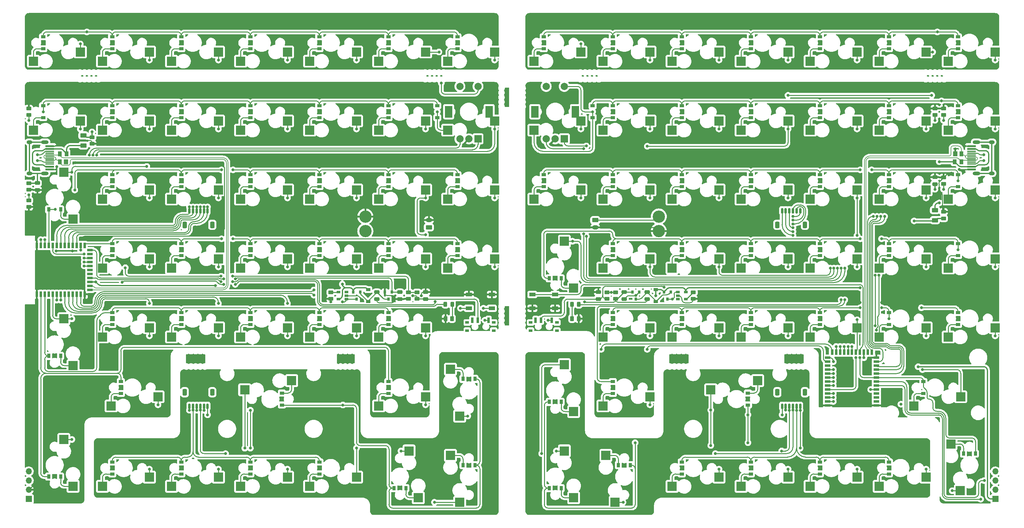
<source format=gbr>
G04 #@! TF.GenerationSoftware,KiCad,Pcbnew,(6.0.1-0)*
G04 #@! TF.CreationDate,2022-04-23T14:38:48+10:00*
G04 #@! TF.ProjectId,pcb,7063622e-6b69-4636-9164-5f7063625858,rev?*
G04 #@! TF.SameCoordinates,Original*
G04 #@! TF.FileFunction,Copper,L2,Bot*
G04 #@! TF.FilePolarity,Positive*
%FSLAX46Y46*%
G04 Gerber Fmt 4.6, Leading zero omitted, Abs format (unit mm)*
G04 Created by KiCad (PCBNEW (6.0.1-0)) date 2022-04-23 14:38:48*
%MOMM*%
%LPD*%
G01*
G04 APERTURE LIST*
G04 Aperture macros list*
%AMRoundRect*
0 Rectangle with rounded corners*
0 $1 Rounding radius*
0 $2 $3 $4 $5 $6 $7 $8 $9 X,Y pos of 4 corners*
0 Add a 4 corners polygon primitive as box body*
4,1,4,$2,$3,$4,$5,$6,$7,$8,$9,$2,$3,0*
0 Add four circle primitives for the rounded corners*
1,1,$1+$1,$2,$3*
1,1,$1+$1,$4,$5*
1,1,$1+$1,$6,$7*
1,1,$1+$1,$8,$9*
0 Add four rect primitives between the rounded corners*
20,1,$1+$1,$2,$3,$4,$5,0*
20,1,$1+$1,$4,$5,$6,$7,0*
20,1,$1+$1,$6,$7,$8,$9,0*
20,1,$1+$1,$8,$9,$2,$3,0*%
G04 Aperture macros list end*
G04 #@! TA.AperFunction,SMDPad,CuDef*
%ADD10R,2.550000X2.500000*%
G04 #@! TD*
G04 #@! TA.AperFunction,ComponentPad*
%ADD11O,3.400000X3.400000*%
G04 #@! TD*
G04 #@! TA.AperFunction,SMDPad,CuDef*
%ADD12R,2.500000X2.550000*%
G04 #@! TD*
G04 #@! TA.AperFunction,SMDPad,CuDef*
%ADD13RoundRect,0.250000X0.475000X-0.250000X0.475000X0.250000X-0.475000X0.250000X-0.475000X-0.250000X0*%
G04 #@! TD*
G04 #@! TA.AperFunction,SMDPad,CuDef*
%ADD14RoundRect,0.250000X-0.475000X0.250000X-0.475000X-0.250000X0.475000X-0.250000X0.475000X0.250000X0*%
G04 #@! TD*
G04 #@! TA.AperFunction,SMDPad,CuDef*
%ADD15R,1.200000X1.400000*%
G04 #@! TD*
G04 #@! TA.AperFunction,SMDPad,CuDef*
%ADD16R,1.000000X1.400000*%
G04 #@! TD*
G04 #@! TA.AperFunction,SMDPad,CuDef*
%ADD17RoundRect,0.250000X-0.625000X0.375000X-0.625000X-0.375000X0.625000X-0.375000X0.625000X0.375000X0*%
G04 #@! TD*
G04 #@! TA.AperFunction,ComponentPad*
%ADD18R,1.700000X1.700000*%
G04 #@! TD*
G04 #@! TA.AperFunction,ComponentPad*
%ADD19O,1.700000X1.700000*%
G04 #@! TD*
G04 #@! TA.AperFunction,SMDPad,CuDef*
%ADD20R,0.800000X0.900000*%
G04 #@! TD*
G04 #@! TA.AperFunction,SMDPad,CuDef*
%ADD21RoundRect,0.249998X0.450002X-0.262502X0.450002X0.262502X-0.450002X0.262502X-0.450002X-0.262502X0*%
G04 #@! TD*
G04 #@! TA.AperFunction,SMDPad,CuDef*
%ADD22RoundRect,0.249998X-0.450002X0.262502X-0.450002X-0.262502X0.450002X-0.262502X0.450002X0.262502X0*%
G04 #@! TD*
G04 #@! TA.AperFunction,SMDPad,CuDef*
%ADD23RoundRect,0.249998X0.262502X0.450002X-0.262502X0.450002X-0.262502X-0.450002X0.262502X-0.450002X0*%
G04 #@! TD*
G04 #@! TA.AperFunction,SMDPad,CuDef*
%ADD24R,1.000000X0.800000*%
G04 #@! TD*
G04 #@! TA.AperFunction,SMDPad,CuDef*
%ADD25R,0.700000X1.500000*%
G04 #@! TD*
G04 #@! TA.AperFunction,SMDPad,CuDef*
%ADD26R,1.060000X0.650000*%
G04 #@! TD*
G04 #@! TA.AperFunction,SMDPad,CuDef*
%ADD27R,2.450000X0.600000*%
G04 #@! TD*
G04 #@! TA.AperFunction,SMDPad,CuDef*
%ADD28R,2.450000X0.300000*%
G04 #@! TD*
G04 #@! TA.AperFunction,ComponentPad*
%ADD29O,1.600000X1.000000*%
G04 #@! TD*
G04 #@! TA.AperFunction,ComponentPad*
%ADD30O,2.100000X1.000000*%
G04 #@! TD*
G04 #@! TA.AperFunction,SMDPad,CuDef*
%ADD31R,1.700000X1.000000*%
G04 #@! TD*
G04 #@! TA.AperFunction,SMDPad,CuDef*
%ADD32R,1.524000X0.700000*%
G04 #@! TD*
G04 #@! TA.AperFunction,SMDPad,CuDef*
%ADD33R,0.700000X1.524000*%
G04 #@! TD*
G04 #@! TA.AperFunction,SMDPad,CuDef*
%ADD34RoundRect,0.243750X0.243750X0.456250X-0.243750X0.456250X-0.243750X-0.456250X0.243750X-0.456250X0*%
G04 #@! TD*
G04 #@! TA.AperFunction,SMDPad,CuDef*
%ADD35R,1.200000X0.900000*%
G04 #@! TD*
G04 #@! TA.AperFunction,ComponentPad*
%ADD36RoundRect,0.249999X-0.625001X0.350001X-0.625001X-0.350001X0.625001X-0.350001X0.625001X0.350001X0*%
G04 #@! TD*
G04 #@! TA.AperFunction,ComponentPad*
%ADD37O,1.750000X1.200000*%
G04 #@! TD*
G04 #@! TA.AperFunction,ComponentPad*
%ADD38RoundRect,0.249999X0.625001X-0.350001X0.625001X0.350001X-0.625001X0.350001X-0.625001X-0.350001X0*%
G04 #@! TD*
G04 #@! TA.AperFunction,SMDPad,CuDef*
%ADD39R,0.900000X1.200000*%
G04 #@! TD*
G04 #@! TA.AperFunction,SMDPad,CuDef*
%ADD40RoundRect,0.150000X0.150000X0.625000X-0.150000X0.625000X-0.150000X-0.625000X0.150000X-0.625000X0*%
G04 #@! TD*
G04 #@! TA.AperFunction,SMDPad,CuDef*
%ADD41RoundRect,0.250000X0.350000X0.650000X-0.350000X0.650000X-0.350000X-0.650000X0.350000X-0.650000X0*%
G04 #@! TD*
G04 #@! TA.AperFunction,SMDPad,CuDef*
%ADD42RoundRect,0.250000X-0.450000X0.262500X-0.450000X-0.262500X0.450000X-0.262500X0.450000X0.262500X0*%
G04 #@! TD*
G04 #@! TA.AperFunction,SMDPad,CuDef*
%ADD43RoundRect,0.250000X0.450000X-0.262500X0.450000X0.262500X-0.450000X0.262500X-0.450000X-0.262500X0*%
G04 #@! TD*
G04 #@! TA.AperFunction,SMDPad,CuDef*
%ADD44RoundRect,0.250000X0.625000X-0.375000X0.625000X0.375000X-0.625000X0.375000X-0.625000X-0.375000X0*%
G04 #@! TD*
G04 #@! TA.AperFunction,SMDPad,CuDef*
%ADD45RoundRect,0.150000X-0.150000X-0.625000X0.150000X-0.625000X0.150000X0.625000X-0.150000X0.625000X0*%
G04 #@! TD*
G04 #@! TA.AperFunction,SMDPad,CuDef*
%ADD46RoundRect,0.250000X-0.350000X-0.650000X0.350000X-0.650000X0.350000X0.650000X-0.350000X0.650000X0*%
G04 #@! TD*
G04 #@! TA.AperFunction,SMDPad,CuDef*
%ADD47RoundRect,0.243750X-0.243750X-0.456250X0.243750X-0.456250X0.243750X0.456250X-0.243750X0.456250X0*%
G04 #@! TD*
G04 #@! TA.AperFunction,ComponentPad*
%ADD48R,2.000000X2.000000*%
G04 #@! TD*
G04 #@! TA.AperFunction,ComponentPad*
%ADD49C,2.000000*%
G04 #@! TD*
G04 #@! TA.AperFunction,ComponentPad*
%ADD50R,2.000000X3.200000*%
G04 #@! TD*
G04 #@! TA.AperFunction,SMDPad,CuDef*
%ADD51RoundRect,0.250000X-0.262500X-0.450000X0.262500X-0.450000X0.262500X0.450000X-0.262500X0.450000X0*%
G04 #@! TD*
G04 #@! TA.AperFunction,ViaPad*
%ADD52C,0.800000*%
G04 #@! TD*
G04 #@! TA.AperFunction,Conductor*
%ADD53C,0.250000*%
G04 #@! TD*
G04 #@! TA.AperFunction,Conductor*
%ADD54C,0.200000*%
G04 #@! TD*
G04 #@! TA.AperFunction,Conductor*
%ADD55C,0.350000*%
G04 #@! TD*
G04 APERTURE END LIST*
D10*
X249972500Y-97790000D03*
X237045500Y-100330000D03*
D11*
X85725000Y-52006250D03*
X85725000Y-48006250D03*
X166687500Y-48006250D03*
X166687500Y-52006250D03*
D10*
X83285000Y-40640000D03*
X70358000Y-43180000D03*
X181033750Y-95885000D03*
X193960750Y-93345000D03*
X64235000Y-2540000D03*
X51308000Y-5080000D03*
X121385000Y-59690000D03*
X108458000Y-62230000D03*
X240447500Y-120015000D03*
X227520500Y-122555000D03*
X202347500Y-2540000D03*
X189420500Y-5080000D03*
X121385000Y-40640000D03*
X108458000Y-43180000D03*
X240447500Y-21590000D03*
X227520500Y-24130000D03*
X183297500Y-120015000D03*
X170370500Y-122555000D03*
X45185000Y-40640000D03*
X32258000Y-43180000D03*
X102335000Y-2540000D03*
X89408000Y-5080000D03*
D12*
X2540000Y-109596250D03*
X5080000Y-122523250D03*
D10*
X259497500Y-2540000D03*
X246570500Y-5080000D03*
X221397500Y-2540000D03*
X208470500Y-5080000D03*
X164247500Y-97790000D03*
X151320500Y-100330000D03*
X240447500Y-59690000D03*
X227520500Y-62230000D03*
X64235000Y-120015000D03*
X51308000Y-122555000D03*
X26135000Y-21590000D03*
X13208000Y-24130000D03*
X202347500Y-78740000D03*
X189420500Y-81280000D03*
D12*
X111760000Y-103128750D03*
X109220000Y-90201750D03*
X140652500Y-54827500D03*
X143192500Y-67754500D03*
D10*
X26135000Y-120015000D03*
X13208000Y-122555000D03*
X164247500Y-40640000D03*
X151320500Y-43180000D03*
X83285000Y-120015000D03*
X70358000Y-122555000D03*
X102335000Y-78740000D03*
X89408000Y-81280000D03*
X64235000Y-21590000D03*
X51308000Y-24130000D03*
D12*
X2540000Y-76258750D03*
X5080000Y-89185750D03*
D10*
X221397500Y-120015000D03*
X208470500Y-122555000D03*
X83285000Y-59690000D03*
X70358000Y-62230000D03*
X259497500Y-21590000D03*
X246570500Y-24130000D03*
X183297500Y-59690000D03*
X170370500Y-62230000D03*
X28516250Y-97790000D03*
X15589250Y-100330000D03*
X227520500Y-81280000D03*
X240447500Y-78740000D03*
D12*
X140652500Y-88958750D03*
X143192500Y-101885750D03*
D10*
X221397500Y-78740000D03*
X208470500Y-81280000D03*
X83285000Y-2540000D03*
X70358000Y-5080000D03*
X45185000Y-120015000D03*
X32258000Y-122555000D03*
X45185000Y-59690000D03*
X32258000Y-62230000D03*
D12*
X140652500Y-112771250D03*
X143192500Y-125698250D03*
X249872500Y-123766250D03*
X247332500Y-110839250D03*
D10*
X240447500Y-2540000D03*
X227520500Y-5080000D03*
X164247500Y-59690000D03*
X151320500Y-62230000D03*
X64235000Y-40640000D03*
X51308000Y-43180000D03*
X7085000Y-21590000D03*
X-5842000Y-24130000D03*
X45185000Y-21590000D03*
X32258000Y-24130000D03*
X7085000Y-2540000D03*
X-5842000Y-5080000D03*
X64235000Y-78740000D03*
X51308000Y-81280000D03*
X164247500Y-21590000D03*
X151320500Y-24130000D03*
X145197500Y-40640000D03*
X132270500Y-43180000D03*
X221397500Y-40640000D03*
X208470500Y-43180000D03*
X26135000Y-78740000D03*
X13208000Y-81280000D03*
X102335000Y-21590000D03*
X89408000Y-24130000D03*
X45185000Y-2540000D03*
X32258000Y-5080000D03*
X221397500Y-21590000D03*
X208470500Y-24130000D03*
X83285000Y-78740000D03*
X70358000Y-81280000D03*
X64235000Y-59690000D03*
X51308000Y-62230000D03*
X52446250Y-95885000D03*
X65373250Y-93345000D03*
X221397500Y-59690000D03*
X208470500Y-62230000D03*
X164247500Y-78740000D03*
X151320500Y-81280000D03*
D12*
X97790000Y-112771250D03*
X100330000Y-125698250D03*
D10*
X259497500Y-78740000D03*
X246570500Y-81280000D03*
X202347500Y-40640000D03*
X189420500Y-43180000D03*
X202347500Y-21590000D03*
X189420500Y-24130000D03*
X26135000Y-2540000D03*
X13208000Y-5080000D03*
X83285000Y-21590000D03*
X70358000Y-24130000D03*
X102335000Y-59690000D03*
X89408000Y-62230000D03*
X202347500Y-120015000D03*
X189420500Y-122555000D03*
X102335000Y-40640000D03*
X89408000Y-43180000D03*
X121385000Y-21590000D03*
X108458000Y-24130000D03*
X183297500Y-40640000D03*
X170370500Y-43180000D03*
X145197500Y-2540000D03*
X132270500Y-5080000D03*
X240447500Y-40640000D03*
X227520500Y-43180000D03*
X145197500Y-21590000D03*
X132270500Y-24130000D03*
D12*
X2540000Y-35777500D03*
X5080000Y-48704500D03*
D10*
X183297500Y-2540000D03*
X170370500Y-5080000D03*
X259497500Y-59690000D03*
X246570500Y-62230000D03*
X26135000Y-40640000D03*
X13208000Y-43180000D03*
D12*
X111760000Y-126941250D03*
X109220000Y-114014250D03*
D10*
X26135000Y-59690000D03*
X13208000Y-62230000D03*
D12*
X154622500Y-126941250D03*
X152082500Y-114014250D03*
D10*
X164247500Y-2540000D03*
X151320500Y-5080000D03*
X183297500Y-21590000D03*
X170370500Y-24130000D03*
X259497500Y-40640000D03*
X246570500Y-43180000D03*
X121385000Y-2540000D03*
X108458000Y-5080000D03*
X45185000Y-78740000D03*
X32258000Y-81280000D03*
X202347500Y-59690000D03*
X189420500Y-62230000D03*
X183297500Y-78740000D03*
X170370500Y-81280000D03*
X102335000Y-97790000D03*
X89408000Y-100330000D03*
D13*
X-4762500Y-40637500D03*
X-4762500Y-38737500D03*
D14*
X163512500Y-68900000D03*
X163512500Y-70800000D03*
D13*
X157162500Y-70800000D03*
X157162500Y-68900000D03*
D15*
X248467500Y-30650000D03*
D16*
X250187500Y-30650000D03*
X250187500Y-32850000D03*
X248287500Y-32850000D03*
D17*
X7937500Y-25587500D03*
X7937500Y-28387500D03*
D18*
X259556250Y-126037500D03*
D19*
X259556250Y-123497500D03*
X259556250Y-120957500D03*
X259556250Y-118417500D03*
D20*
X168118750Y-68850000D03*
X170018750Y-68850000D03*
X169068750Y-70850000D03*
D21*
X-7143750Y-45362500D03*
X-7143750Y-43537500D03*
D22*
X10318750Y-26075000D03*
X10318750Y-27900000D03*
X-7143750Y-18137500D03*
X-7143750Y-19962500D03*
D23*
X109656250Y-76200000D03*
X107831250Y-76200000D03*
D22*
X245268750Y-18137500D03*
X245268750Y-19962500D03*
X245268750Y-37187500D03*
X245268750Y-39012500D03*
D21*
X176212500Y-70762500D03*
X176212500Y-68937500D03*
D22*
X152400000Y-68937500D03*
X152400000Y-70762500D03*
D21*
X154781250Y-70762500D03*
X154781250Y-68937500D03*
D24*
X138587500Y-79498750D03*
X138587500Y-77288750D03*
X131287500Y-79498750D03*
X131287500Y-77288750D03*
D25*
X137187500Y-76638750D03*
X134187500Y-76638750D03*
X132687500Y-76638750D03*
D26*
X171937500Y-70800000D03*
X171937500Y-69850000D03*
X171937500Y-68900000D03*
X174137500Y-68900000D03*
X174137500Y-70800000D03*
D20*
X159387500Y-68850000D03*
X161287500Y-68850000D03*
X160337500Y-70850000D03*
D27*
X-1330000Y-34975000D03*
X-1330000Y-34200000D03*
D28*
X-1330000Y-33500000D03*
X-1330000Y-33000000D03*
X-1330000Y-32500000D03*
X-1330000Y-32000000D03*
X-1330000Y-31500000D03*
X-1330000Y-31000000D03*
X-1330000Y-30500000D03*
X-1330000Y-30000000D03*
D27*
X-1330000Y-29300000D03*
X-1330000Y-28525000D03*
D29*
X-6925000Y-27430000D03*
D30*
X-2745000Y-36070000D03*
X-2745000Y-27430000D03*
D29*
X-6925000Y-36070000D03*
D27*
X252948750Y-28525000D03*
X252948750Y-29300000D03*
D28*
X252948750Y-30000000D03*
X252948750Y-30500000D03*
X252948750Y-31000000D03*
X252948750Y-31500000D03*
X252948750Y-32000000D03*
X252948750Y-32500000D03*
X252948750Y-33000000D03*
X252948750Y-33500000D03*
D27*
X252948750Y-34200000D03*
X252948750Y-34975000D03*
D29*
X258543750Y-27430000D03*
X258543750Y-36070000D03*
D30*
X254363750Y-36070000D03*
X254363750Y-27430000D03*
D31*
X131787500Y-69537500D03*
X138087500Y-69537500D03*
X138087500Y-73337500D03*
X131787500Y-73337500D03*
D15*
X3151250Y-32850000D03*
D16*
X1431250Y-32850000D03*
X1431250Y-30650000D03*
X3331250Y-30650000D03*
D13*
X150018750Y-70800000D03*
X150018750Y-68900000D03*
D24*
X113825000Y-79498750D03*
X121125000Y-77288750D03*
X121125000Y-79498750D03*
X113825000Y-77288750D03*
D25*
X119725000Y-76638750D03*
X116725000Y-76638750D03*
X115225000Y-76638750D03*
D26*
X80475000Y-68900000D03*
X80475000Y-69850000D03*
X80475000Y-70800000D03*
X78275000Y-70800000D03*
X78275000Y-68900000D03*
D32*
X213250000Y-100200000D03*
X213250000Y-99100000D03*
X213250000Y-98000000D03*
X213250000Y-96900000D03*
X213250000Y-95800000D03*
X213250000Y-94700000D03*
X213250000Y-93600000D03*
X213250000Y-92500000D03*
X213250000Y-91400000D03*
X213250000Y-90300000D03*
X213250000Y-89200000D03*
X213250000Y-88100000D03*
X213250000Y-87000000D03*
D33*
X214500000Y-85500000D03*
X215600000Y-85500000D03*
X216700000Y-85500000D03*
X217800000Y-85500000D03*
X218900000Y-85500000D03*
X220000000Y-85500000D03*
X221100000Y-85500000D03*
X222200000Y-85500000D03*
X223300000Y-85500000D03*
X224400000Y-85500000D03*
X225500000Y-85500000D03*
D32*
X226750000Y-87000000D03*
X226750000Y-88100000D03*
X226750000Y-89200000D03*
X226750000Y-90300000D03*
X226750000Y-91400000D03*
X226750000Y-92500000D03*
X226750000Y-93600000D03*
X226750000Y-94700000D03*
X226750000Y-95800000D03*
X226750000Y-96900000D03*
X226750000Y-98000000D03*
X226750000Y-99100000D03*
X226750000Y-100200000D03*
D33*
X-4950000Y-56000000D03*
X-3850000Y-56000000D03*
X-2750000Y-56000000D03*
X-1650000Y-56000000D03*
X-550000Y-56000000D03*
X550000Y-56000000D03*
X1650000Y-56000000D03*
X2750000Y-56000000D03*
X3850000Y-56000000D03*
X4950000Y-56000000D03*
X6050000Y-56000000D03*
X7150000Y-56000000D03*
X8250000Y-56000000D03*
D32*
X9750000Y-57250000D03*
X9750000Y-58350000D03*
X9750000Y-59450000D03*
X9750000Y-60550000D03*
X9750000Y-61650000D03*
X9750000Y-62750000D03*
X9750000Y-63850000D03*
X9750000Y-64950000D03*
X9750000Y-66050000D03*
X9750000Y-67150000D03*
X9750000Y-68250000D03*
D33*
X8250000Y-69500000D03*
X7150000Y-69500000D03*
X6050000Y-69500000D03*
X4950000Y-69500000D03*
X3850000Y-69500000D03*
X2750000Y-69500000D03*
X1650000Y-69500000D03*
X550000Y-69500000D03*
X-550000Y-69500000D03*
X-1650000Y-69500000D03*
X-2750000Y-69500000D03*
X-3850000Y-69500000D03*
X-4950000Y-69500000D03*
D34*
X109681250Y-72231250D03*
X107806250Y-72231250D03*
D35*
X86518750Y-71500000D03*
X86518750Y-68200000D03*
D20*
X82393750Y-68850000D03*
X84293750Y-68850000D03*
X83343750Y-70850000D03*
D21*
X76200000Y-70762500D03*
X76200000Y-68937500D03*
D22*
X100012500Y-68937500D03*
X100012500Y-70762500D03*
D21*
X97631250Y-70762500D03*
X97631250Y-68937500D03*
D13*
X102393750Y-70800000D03*
X102393750Y-68900000D03*
D14*
X95250000Y-68900000D03*
X95250000Y-70800000D03*
X88900000Y-68900000D03*
X88900000Y-70800000D03*
D20*
X91125000Y-68850000D03*
X93025000Y-68850000D03*
X92075000Y-70850000D03*
D18*
X-7143750Y-126037500D03*
D19*
X-7143750Y-123497500D03*
X-7143750Y-120957500D03*
X-7143750Y-118417500D03*
D21*
X-7143750Y-40600000D03*
X-7143750Y-38775000D03*
D36*
X149156250Y-49006250D03*
D37*
X149156250Y-51006250D03*
D38*
X103256250Y-51006250D03*
D37*
X103256250Y-49006250D03*
D35*
X211137500Y1650000D03*
X211137500Y-1650000D03*
X92075000Y-74550000D03*
X92075000Y-77850000D03*
X211137500Y-55500000D03*
X211137500Y-58800000D03*
X192087500Y-55500000D03*
X192087500Y-58800000D03*
X34925000Y-36450000D03*
X34925000Y-39750000D03*
D39*
X136462500Y-65087500D03*
X139762500Y-65087500D03*
D35*
X191293750Y-100075000D03*
X191293750Y-96775000D03*
X192087500Y-36450000D03*
X192087500Y-39750000D03*
X192087500Y1650000D03*
X192087500Y-1650000D03*
X-3175000Y-17400000D03*
X-3175000Y-20700000D03*
X165893750Y-71500000D03*
X165893750Y-68200000D03*
X73025000Y1650000D03*
X73025000Y-1650000D03*
X53975000Y1650000D03*
X53975000Y-1650000D03*
X211137500Y-115825000D03*
X211137500Y-119125000D03*
D40*
X205700000Y-46418750D03*
X204700000Y-46418750D03*
X203700000Y-46418750D03*
X202700000Y-46418750D03*
X201700000Y-46418750D03*
X200700000Y-46418750D03*
D41*
X207000000Y-50293750D03*
X199400000Y-50293750D03*
D35*
X34925000Y-55500000D03*
X34925000Y-58800000D03*
X62706250Y-100075000D03*
X62706250Y-96775000D03*
X153987500Y-55500000D03*
X153987500Y-58800000D03*
X15875000Y-115825000D03*
X15875000Y-119125000D03*
X73025000Y-17400000D03*
X73025000Y-20700000D03*
D39*
X136462500Y-123031250D03*
X139762500Y-123031250D03*
D42*
X242887500Y-18137500D03*
X242887500Y-19962500D03*
D35*
X53975000Y-17400000D03*
X53975000Y-20700000D03*
X230187500Y-55500000D03*
X230187500Y-58800000D03*
X192087500Y-17400000D03*
X192087500Y-20700000D03*
X-3175000Y1650000D03*
X-3175000Y-1650000D03*
D43*
X245268750Y-48537500D03*
X245268750Y-46712500D03*
D35*
X173037500Y-74550000D03*
X173037500Y-77850000D03*
D44*
X242887500Y-49025000D03*
X242887500Y-46225000D03*
D35*
X249237500Y-36450000D03*
X249237500Y-39750000D03*
X34925000Y-115825000D03*
X34925000Y-119125000D03*
D39*
X93600000Y-123031250D03*
X96900000Y-123031250D03*
X115950000Y-116681250D03*
X112650000Y-116681250D03*
D35*
X111125000Y-36450000D03*
X111125000Y-39750000D03*
X230187500Y-17400000D03*
X230187500Y-20700000D03*
X53975000Y-74550000D03*
X53975000Y-77850000D03*
X15875000Y-74550000D03*
X15875000Y-77850000D03*
X173037500Y1650000D03*
X173037500Y-1650000D03*
X92075000Y-17400000D03*
X92075000Y-20700000D03*
X111125000Y1650000D03*
X111125000Y-1650000D03*
D14*
X242887500Y-37150000D03*
X242887500Y-39050000D03*
D45*
X37187500Y-100425000D03*
X38187500Y-100425000D03*
X39187500Y-100425000D03*
X40187500Y-100425000D03*
X41187500Y-100425000D03*
X42187500Y-100425000D03*
D46*
X43487500Y-96550000D03*
X35887500Y-96550000D03*
D35*
X53975000Y-55500000D03*
X53975000Y-58800000D03*
X53975000Y-115825000D03*
X53975000Y-119125000D03*
D39*
X-1650000Y-46037500D03*
X1650000Y-46037500D03*
D35*
X18256250Y-93600000D03*
X18256250Y-96900000D03*
X153987500Y1650000D03*
X153987500Y-1650000D03*
X153987500Y-36450000D03*
X153987500Y-39750000D03*
X73025000Y-74550000D03*
X73025000Y-77850000D03*
D39*
X136462500Y-99218750D03*
X139762500Y-99218750D03*
D35*
X34925000Y1650000D03*
X34925000Y-1650000D03*
X148431250Y-17400000D03*
X148431250Y-20700000D03*
D39*
X254062500Y-113506250D03*
X250762500Y-113506250D03*
D35*
X73025000Y-55500000D03*
X73025000Y-58800000D03*
X192087500Y-115825000D03*
X192087500Y-119125000D03*
X173037500Y-17400000D03*
X173037500Y-20700000D03*
X92075000Y-93600000D03*
X92075000Y-96900000D03*
D40*
X42187500Y-46418750D03*
X41187500Y-46418750D03*
X40187500Y-46418750D03*
X39187500Y-46418750D03*
X38187500Y-46418750D03*
X37187500Y-46418750D03*
D41*
X35887500Y-50293750D03*
X43487500Y-50293750D03*
D35*
X92075000Y-55500000D03*
X92075000Y-58800000D03*
X15875000Y-55500000D03*
X15875000Y-58800000D03*
X134937500Y-36450000D03*
X134937500Y-39750000D03*
X249237500Y-55500000D03*
X249237500Y-58800000D03*
X230187500Y-74550000D03*
X230187500Y-77850000D03*
X153987500Y-93600000D03*
X153987500Y-96900000D03*
D47*
X142731250Y-72231250D03*
X144606250Y-72231250D03*
D35*
X153987500Y-17400000D03*
X153987500Y-20700000D03*
X134937500Y1650000D03*
X134937500Y-1650000D03*
D39*
X-1650000Y-119856250D03*
X1650000Y-119856250D03*
D35*
X211137500Y-36450000D03*
X211137500Y-39750000D03*
D39*
X-1650000Y-86518750D03*
X1650000Y-86518750D03*
D35*
X73025000Y-115825000D03*
X73025000Y-119125000D03*
X230187500Y-36450000D03*
X230187500Y-39750000D03*
X15875000Y-17400000D03*
X15875000Y-20700000D03*
X249237500Y-17400000D03*
X249237500Y-20700000D03*
D48*
X116800000Y-26550000D03*
D49*
X111800000Y-26550000D03*
X114300000Y-26550000D03*
D50*
X119900000Y-19050000D03*
X108700000Y-19050000D03*
D49*
X111800000Y-12050000D03*
X116800000Y-12050000D03*
D51*
X142756250Y-76200000D03*
X144581250Y-76200000D03*
D35*
X15875000Y1650000D03*
X15875000Y-1650000D03*
X249237500Y-74550000D03*
X249237500Y-77850000D03*
D48*
X140612500Y-26550000D03*
D49*
X135612500Y-26550000D03*
X138112500Y-26550000D03*
D50*
X143712500Y-19050000D03*
X132512500Y-19050000D03*
D49*
X135612500Y-12050000D03*
X140612500Y-12050000D03*
D35*
X211137500Y-17400000D03*
X211137500Y-20700000D03*
X173037500Y-55500000D03*
X173037500Y-58800000D03*
X34925000Y-74550000D03*
X34925000Y-77850000D03*
X92075000Y-36450000D03*
X92075000Y-39750000D03*
X15875000Y-36450000D03*
X15875000Y-39750000D03*
X53975000Y-36450000D03*
X53975000Y-39750000D03*
D45*
X200700000Y-100425000D03*
X201700000Y-100425000D03*
X202700000Y-100425000D03*
X203700000Y-100425000D03*
X204700000Y-100425000D03*
X205700000Y-100425000D03*
D46*
X207000000Y-96550000D03*
X199400000Y-96550000D03*
D39*
X115950000Y-92868750D03*
X112650000Y-92868750D03*
D35*
X173037500Y-36450000D03*
X173037500Y-39750000D03*
X34925000Y-17400000D03*
X34925000Y-20700000D03*
X73025000Y-36450000D03*
X73025000Y-39750000D03*
D39*
X158812500Y-116681250D03*
X155512500Y-116681250D03*
D35*
X192087500Y-74550000D03*
X192087500Y-77850000D03*
X92075000Y1650000D03*
X92075000Y-1650000D03*
X230187500Y-115825000D03*
X230187500Y-119125000D03*
X239712500Y-93600000D03*
X239712500Y-96900000D03*
X211137500Y-74550000D03*
X211137500Y-77850000D03*
X230187500Y1650000D03*
X230187500Y-1650000D03*
X249237500Y1650000D03*
X249237500Y-1650000D03*
D31*
X120625000Y-73337500D03*
X114325000Y-73337500D03*
X114325000Y-69537500D03*
X120625000Y-69537500D03*
D35*
X153987500Y-74550000D03*
X153987500Y-77850000D03*
X173037500Y-115825000D03*
X173037500Y-119125000D03*
X111125000Y-55500000D03*
X111125000Y-58800000D03*
X105568750Y-17400000D03*
X105568750Y-20700000D03*
D52*
X9000000Y-12150000D03*
X39400000Y-33650000D03*
X5650000Y-33150000D03*
X450000Y-57500000D03*
X4900000Y-57500000D03*
X-4950000Y-71100000D03*
X7300000Y-54150000D03*
X46037500Y-52387500D03*
X49212500Y-52387500D03*
X80168750Y-48418750D03*
X76200000Y-65881250D03*
X76200000Y-60325000D03*
X242252500Y-2540000D03*
X600000Y-27750000D03*
X91125000Y-66925000D03*
X19050000Y-22225000D03*
X3151250Y-32850000D03*
X84950000Y-71100000D03*
X101203125Y-69850000D03*
X101100000Y-51900000D03*
X117475000Y-71437500D03*
X76200000Y-71550000D03*
X600000Y-34200000D03*
X-7143750Y-16668750D03*
X98800000Y-69850000D03*
X79400000Y-71550000D03*
X49825000Y-65250000D03*
X46650000Y-65250000D03*
X242887500Y-21431250D03*
X242887500Y-40481250D03*
X233550000Y-95750000D03*
X177531250Y-70762500D03*
X247650000Y-78950000D03*
X249600000Y-34975000D03*
X228600000Y-78950000D03*
X247425000Y-36025000D03*
X246900000Y-17200000D03*
X146250000Y-71550000D03*
X246062500Y-94456250D03*
X228150000Y-71750000D03*
X239000000Y-36275000D03*
X235743750Y-85725000D03*
X248467500Y-29357500D03*
X251051250Y-28525000D03*
X226750000Y-85600000D03*
X148700000Y-68900000D03*
X222225000Y-71750000D03*
X170400000Y-70850000D03*
X168100000Y-67550000D03*
X150800000Y-84700000D03*
X160337500Y-69800498D03*
X11350000Y-66050000D03*
X44400000Y-67050000D03*
X10318750Y-24606250D03*
X79375000Y-66675000D03*
X-2750000Y-54400000D03*
X8906250Y3000000D03*
X-3850000Y-54400000D03*
X-3175000Y-19050000D03*
X5556250Y-40655704D03*
X46037500Y-35100000D03*
X174454Y-46037500D03*
X49212500Y-35100000D03*
X49212500Y-54150000D03*
X46037500Y-54150000D03*
X46650000Y-66750000D03*
X49825000Y-66750000D03*
X8150000Y-58350000D03*
X18650000Y-66150000D03*
X105568750Y-19050000D03*
X244078125Y-32850000D03*
X244078125Y-44225000D03*
X217000000Y-71000000D03*
X221100000Y-87000000D03*
X243538750Y3000000D03*
X214850000Y-92500000D03*
X214850000Y-96900000D03*
X225425000Y-35100000D03*
X222250000Y-35100000D03*
X249237500Y-38100000D03*
X214850000Y-98000000D03*
X228150000Y-54150000D03*
X222250000Y-54150000D03*
X249237500Y-57150000D03*
X222250000Y-54150000D03*
X218000000Y-71000000D03*
X222200000Y-87000000D03*
X214850000Y-93600000D03*
X244700000Y-16050000D03*
X239150000Y-73200000D03*
X228150000Y-73200000D03*
X214850000Y-88100000D03*
X230187500Y-76200000D03*
X222250000Y-73200000D03*
X237142979Y-49212500D03*
X223300000Y-87000000D03*
X238250000Y-89500000D03*
X165893750Y-69850000D03*
X222250000Y-67675000D03*
X550000Y-71100000D03*
X1650000Y-71100000D03*
X255500000Y-126100000D03*
X256500000Y-120957500D03*
X-4762500Y-32543750D03*
X-7143750Y-42068750D03*
X7150000Y-57250000D03*
X45925000Y-64500000D03*
X49100000Y-64500000D03*
X19500000Y-62150000D03*
X4762500Y-35777500D03*
X4762500Y-109596250D03*
X25400000Y-34131250D03*
X7085000Y-23812500D03*
X7085000Y-317500D03*
X4762500Y-76258750D03*
X26135000Y-80962500D03*
X28516250Y-100012500D03*
X26135000Y-61912500D03*
X26135000Y-72000000D03*
X26135000Y-4762500D03*
X26135000Y-23812500D03*
X26135000Y-42862500D03*
X45185000Y-42862500D03*
X45185000Y-80962500D03*
X45185000Y-61912500D03*
X45185000Y-72000000D03*
X45185000Y-23812500D03*
X45185000Y-4762500D03*
X64235000Y-4762500D03*
X64235000Y-42862500D03*
X64235000Y-61912500D03*
X64235000Y-72000000D03*
X64235000Y-23812500D03*
X64235000Y-80962500D03*
X83285000Y-4762500D03*
X83285000Y-61912500D03*
X83285000Y-23812500D03*
X83285000Y-80962500D03*
X83285000Y-42862500D03*
X71500000Y-69700000D03*
X71500000Y-68300000D03*
X102335000Y-23812500D03*
X102335000Y-53000000D03*
X102335000Y-100012500D03*
X102335000Y-61912500D03*
X102335000Y-42862500D03*
X102335000Y-80962500D03*
X106045000Y-2540000D03*
X118707500Y-76638750D03*
X121385000Y-42862500D03*
X11600000Y-31050000D03*
X8150000Y-59450000D03*
X121385000Y-23812500D03*
X121385000Y-4762500D03*
X106680000Y-11112500D03*
X121385000Y-61912500D03*
X136170000Y-76638750D03*
X163500000Y-84700000D03*
X153590625Y-68937500D03*
X49100000Y-66000000D03*
X111962500Y-73337500D03*
X105000000Y-71524500D03*
X118312500Y-73337500D03*
X45925000Y-66000000D03*
X8150000Y-60550000D03*
X10600000Y-31050000D03*
X8150000Y-61650000D03*
X9600000Y-31050000D03*
X148431250Y-19050000D03*
X145197500Y-23812500D03*
X145197500Y-42862500D03*
X145197500Y-317500D03*
X218000000Y-62250000D03*
X142875000Y-54827500D03*
X220000000Y-83950000D03*
X164247500Y-80962500D03*
X215000000Y-62250000D03*
X216700000Y-83900000D03*
X164247500Y-23812500D03*
X164247500Y-61912500D03*
X164247500Y-4762500D03*
X164247500Y-100012500D03*
X164247500Y-42862500D03*
X183297500Y-4762500D03*
X183297500Y-42862500D03*
X183297500Y-23812500D03*
X183297500Y-61912500D03*
X183297500Y-80962500D03*
X214000000Y-62250000D03*
X215600000Y-83900000D03*
X202347500Y-4762500D03*
X202347500Y-23812500D03*
X202347500Y-80962500D03*
X214850000Y-91400000D03*
X242000000Y-14500000D03*
X202347500Y-61912500D03*
X202347500Y-14500000D03*
X202347500Y-42862500D03*
X163512500Y-28575000D03*
X221397500Y-42862500D03*
X221397500Y-4762500D03*
X221397500Y-61912500D03*
X221397500Y-23812500D03*
X221397500Y-53240000D03*
X221400000Y-76517500D03*
X240447500Y-42862500D03*
X214850000Y-90300000D03*
X240447500Y-23812500D03*
X239450000Y-90300000D03*
X240447500Y-61912500D03*
X240447500Y-80962500D03*
X259497500Y-61912500D03*
X259497500Y-4762500D03*
X259497500Y-23812500D03*
X259497500Y-42862500D03*
X259497500Y-80962500D03*
X247650000Y-123766250D03*
X214850000Y-99100000D03*
X38187500Y-101481250D03*
X38187500Y-45331250D03*
X45185000Y-117792500D03*
X39187500Y-101512500D03*
X95567500Y-112771250D03*
X39187500Y-45362500D03*
X203700000Y-51100000D03*
X138430000Y-112771250D03*
X229000000Y-47950000D03*
X202347500Y-117792500D03*
X202700000Y-101512500D03*
X200597500Y-112771250D03*
X256381250Y-30956250D03*
X245268750Y-21431250D03*
X-7143750Y-21431250D03*
X-4762500Y-30956250D03*
X256381250Y-32543750D03*
X245268750Y-40481250D03*
X37187500Y-101512500D03*
X52446250Y-112000000D03*
X37187500Y-45362500D03*
X26135000Y-117792500D03*
X104775000Y-126941250D03*
X47150000Y-113500000D03*
X64235000Y-117792500D03*
X40187500Y-45331250D03*
X40187500Y-101481250D03*
X54000000Y-112000000D03*
X41187500Y-45362500D03*
X54000000Y-101512500D03*
X83285000Y-112000000D03*
X113982500Y-103128750D03*
X41187500Y-101512500D03*
X200700000Y-102782500D03*
X191293750Y-110500000D03*
X191293750Y-102782500D03*
X214850000Y-94700000D03*
X227400000Y-64250000D03*
X226750000Y-79400000D03*
X160162500Y-110500000D03*
X203700000Y-53200000D03*
X203700000Y-52150000D03*
X181033750Y-111250000D03*
X201700000Y-101481250D03*
X240447500Y-117792500D03*
X225150000Y-95800000D03*
X181033750Y-101481250D03*
X226400000Y-78200000D03*
X226400000Y-64250000D03*
X226900000Y-47950000D03*
X204700000Y-101512500D03*
X203700000Y-49000000D03*
X42187500Y-45331250D03*
X79533750Y-100075000D03*
X42187500Y-102782500D03*
X225850000Y-47950000D03*
X205700000Y-101512500D03*
X205700000Y-112000000D03*
X203700000Y-47950000D03*
X156845000Y-126941250D03*
X233500000Y-99850000D03*
X221397500Y-117792500D03*
X183297500Y-117792500D03*
X182297500Y-113500000D03*
X203700000Y-101481250D03*
X134375000Y-113500000D03*
X227950000Y-47950000D03*
X203700000Y-50050000D03*
X146700000Y-28500000D03*
X146700000Y-53450000D03*
X216000000Y-62250000D03*
X217800000Y-83900000D03*
X145950000Y-29250000D03*
X217000000Y-62250000D03*
X218900000Y-83900000D03*
X145950000Y-52750000D03*
D53*
X46042893Y-33650000D02*
G75*
G02*
X46396447Y-33796447I1J-499997D01*
G01*
X46638065Y-34038065D02*
G75*
G02*
X46784511Y-34391618I-353556J-353553D01*
G01*
X46638065Y-51786935D02*
G75*
G03*
X46784511Y-51433382I-353556J353553D01*
G01*
X46784511Y-51433382D02*
X46784511Y-34391618D01*
X39400000Y-33650000D02*
X46042893Y-33650000D01*
X46396447Y-33796447D02*
X46638065Y-34038065D01*
X46037500Y-52387500D02*
X46638065Y-51786935D01*
X5650000Y-33150000D02*
X38900000Y-33150000D01*
X38900000Y-33150000D02*
X39400000Y-33650000D01*
X4900000Y-57500000D02*
X450000Y-57500000D01*
X-4950000Y-69500000D02*
X-4950000Y-121303750D01*
X-4950000Y-121303750D02*
X-7143750Y-123497500D01*
X8464214Y-53400001D02*
G75*
G03*
X7757108Y-53692894I-3J-999993D01*
G01*
X45317893Y-53107107D02*
G75*
G02*
X44610786Y-53400000I-707106J707106D01*
G01*
X7757107Y-53692893D02*
X7300000Y-54150000D01*
X33500000Y-53400000D02*
X8464214Y-53400000D01*
X46037500Y-52387500D02*
X45317893Y-53107107D01*
X44610786Y-53400000D02*
X33500000Y-53400000D01*
X80288357Y-48299143D02*
G75*
G02*
X80995464Y-48006250I707106J-707106D01*
G01*
X85725000Y-48006250D02*
X80995464Y-48006250D01*
X80288357Y-48299143D02*
X80168750Y-48418750D01*
X150700000Y-93600000D02*
X153987500Y-93600000D01*
X233350000Y-85050000D02*
X233350000Y-88400000D01*
D54*
X223450000Y-82820601D02*
G75*
G03*
X224240812Y-84729790I2699995J-2D01*
G01*
X223850000Y-82432233D02*
G75*
G03*
X224509010Y-84023224I2250000J0D01*
G01*
D53*
X224300000Y-82468268D02*
G75*
G03*
X224827208Y-83741060I1800001J1D01*
G01*
X224958940Y-83872792D02*
G75*
G03*
X226231732Y-84400000I1272793J1272793D01*
G01*
X226231054Y-83950000D02*
G75*
G02*
X225276460Y-83554594I1J1350001D01*
G01*
X225145406Y-83423540D02*
G75*
G02*
X224750000Y-82468946I954595J954595D01*
G01*
X226230376Y-83500000D02*
G75*
G02*
X225593980Y-83236396I3J900006D01*
G01*
X225200000Y-82469624D02*
G75*
G03*
X225463604Y-83106020I900006J3D01*
G01*
X225650001Y-82470302D02*
G75*
G03*
X225781803Y-82788499I449994J-2D01*
G01*
X225911500Y-82918198D02*
G75*
G03*
X226229698Y-83050000I318196J318193D01*
G01*
X228500000Y-85400000D02*
G75*
G03*
X227500000Y-84400000I-999999J1D01*
G01*
X234250000Y-85050000D02*
G75*
G03*
X232900000Y-83700000I-1350001J-1D01*
G01*
X233800000Y-85050000D02*
G75*
G03*
X232900000Y-84150000I-900000J0D01*
G01*
X232900000Y-84600000D02*
G75*
G02*
X233350000Y-85050000I0J-450000D01*
G01*
X233800000Y-85050000D02*
X233800000Y-88800000D01*
X227500000Y-49800000D02*
G75*
G03*
X229000000Y-48300000I-1J1500001D01*
G01*
X225650000Y-50300000D02*
X225650000Y-82470302D01*
X230266843Y-83445406D02*
X230389635Y-83568198D01*
X232250000Y-91400000D02*
G75*
G03*
X234250000Y-89400000I1J1999999D01*
G01*
X230707833Y-83699999D02*
G75*
G02*
X230389636Y-83568197I-2J449994D01*
G01*
X229000000Y-47950000D02*
X229000000Y-48300000D01*
X225650000Y-50300000D02*
G75*
G02*
X226150000Y-49800000I500001J-1D01*
G01*
X230707833Y-83700000D02*
X232900000Y-83700000D01*
X227500000Y-49800000D02*
X226150000Y-49800000D01*
X230266843Y-83445406D02*
G75*
G03*
X229312249Y-83050000I-954595J-954595D01*
G01*
X232250000Y-91400000D02*
X226750000Y-91400000D01*
X225781802Y-82788500D02*
X225911500Y-82918198D01*
X226229698Y-83050000D02*
X229312249Y-83050000D01*
X234250000Y-85050000D02*
X234250000Y-89400000D01*
X229949323Y-83763604D02*
G75*
G03*
X229312927Y-83500000I-636394J-636391D01*
G01*
X229949323Y-83763604D02*
X230072115Y-83886396D01*
X226950000Y-49300000D02*
G75*
G03*
X227950000Y-48300000I1J999999D01*
G01*
X230708511Y-84149999D02*
G75*
G02*
X230072116Y-83886395I-2J899994D01*
G01*
X227950000Y-47950000D02*
X227950000Y-48300000D01*
X230708511Y-84150000D02*
X232900000Y-84150000D01*
X226950000Y-49300000D02*
X226200000Y-49300000D01*
X225200000Y-50300000D02*
X225200000Y-82469624D01*
X225200000Y-50300000D02*
G75*
G02*
X226200000Y-49300000I999999J1D01*
G01*
X226230376Y-83500000D02*
X229312927Y-83500000D01*
X225463604Y-83106020D02*
X225593980Y-83236396D01*
X229754596Y-84204594D02*
G75*
G03*
X230709190Y-84600000I954595J954595D01*
G01*
X229313606Y-83950001D02*
G75*
G02*
X229631803Y-84081803I2J-449994D01*
G01*
X232900000Y-84600000D02*
X230709190Y-84600000D01*
X229754596Y-84204594D02*
X229631804Y-84081802D01*
X229313606Y-83950000D02*
X226231054Y-83950000D01*
X225276460Y-83554594D02*
X225145406Y-83423540D01*
X224750000Y-82468946D02*
X224750000Y-51500000D01*
X232300000Y-90300000D02*
G75*
G03*
X233800000Y-88800000I-1J1500001D01*
G01*
X232300000Y-90300000D02*
X226750000Y-90300000D01*
X228500000Y-87100000D02*
G75*
G02*
X227500000Y-88100000I-999999J-1D01*
G01*
X225850000Y-47950000D02*
G75*
G03*
X224300000Y-49500000I-2J-1549998D01*
G01*
X226750000Y-88100000D02*
X227500000Y-88100000D01*
X227500000Y-84400000D02*
X226231732Y-84400000D01*
X228500000Y-87100000D02*
X228500000Y-85400000D01*
X224958940Y-83872792D02*
X224827208Y-83741060D01*
X224300000Y-82468268D02*
X224300000Y-49500000D01*
D54*
X223850000Y-32750000D02*
G75*
G02*
X224850000Y-31750000I999999J1D01*
G01*
X250187500Y-32850000D02*
X249380393Y-32042893D01*
X248673286Y-31750000D02*
X224850000Y-31750000D01*
X223850000Y-32750000D02*
X223850000Y-82432233D01*
X248673286Y-31750001D02*
G75*
G02*
X249380392Y-32042894I1J-999998D01*
G01*
X224509010Y-84023224D02*
X225500000Y-85014214D01*
X225500000Y-85014214D02*
X225500000Y-85500000D01*
X246818750Y-31300000D02*
G75*
G03*
X247318750Y-30800000I-1J500001D01*
G01*
X247318750Y-29000000D02*
X247318750Y-30800000D01*
X223450000Y-32750000D02*
G75*
G02*
X224900000Y-31300000I1449999J1D01*
G01*
X247318750Y-29000000D02*
G75*
G02*
X247818750Y-28500000I500001J-1D01*
G01*
X249187500Y-28500000D02*
G75*
G02*
X250187500Y-29500000I1J-999999D01*
G01*
X250187500Y-30650000D02*
X250187500Y-29500000D01*
X249187500Y-28500000D02*
X247818750Y-28500000D01*
X246818750Y-31300000D02*
X224900000Y-31300000D01*
X223450000Y-32750000D02*
X223450000Y-82820601D01*
X224240812Y-84729790D02*
X224400000Y-84888978D01*
X224400000Y-84888978D02*
X224400000Y-85500000D01*
D53*
X240447500Y-2540000D02*
X242252500Y-2540000D01*
X50246061Y-65853553D02*
G75*
G02*
X49892507Y-66000000I-353553J353550D01*
G01*
X49832107Y-65242893D02*
G75*
G02*
X50539214Y-64950000I707106J-707106D01*
G01*
X93025000Y-65950000D02*
G75*
G03*
X92025000Y-64950000I-999999J1D01*
G01*
X49825000Y-65250000D02*
X49832107Y-65242893D01*
X50539214Y-64950000D02*
X92025000Y-64950000D01*
X93025000Y-65950000D02*
X93025000Y-68850000D01*
X51113828Y-65400001D02*
G75*
G03*
X50406722Y-65692894I-3J-999993D01*
G01*
X49100000Y-66000000D02*
X49892507Y-66000000D01*
X73025000Y-66850000D02*
G75*
G03*
X71575000Y-65400000I-1449999J1D01*
G01*
X73025000Y-66850000D02*
X73025000Y-71300000D01*
X74025000Y-72300000D02*
G75*
G02*
X73025000Y-71300000I-1J999999D01*
G01*
X50246061Y-65853553D02*
X50406721Y-65692893D01*
X105000000Y-71800000D02*
G75*
G02*
X104500000Y-72300000I-500001J1D01*
G01*
X105000000Y-71800000D02*
X105000000Y-71524500D01*
X51113828Y-65400000D02*
X71575000Y-65400000D01*
X74025000Y-72300000D02*
X104500000Y-72300000D01*
X91625000Y-69800000D02*
X93162500Y-69800000D01*
X101203125Y-69850000D02*
X101203125Y-69400000D01*
X97593750Y-70800000D02*
X97631250Y-70762500D01*
X-4800000Y-40600000D02*
X-4762500Y-40637500D01*
X600000Y-27750000D02*
X600000Y-27487500D01*
X83992893Y-70142893D02*
X84950000Y-71100000D01*
X95250000Y-70800000D02*
X97593750Y-70800000D01*
X-7143750Y-40600000D02*
X-4800000Y-40600000D01*
X100000Y-34975000D02*
X-1330000Y-34975000D01*
X94162500Y-70800000D02*
X95250000Y-70800000D01*
X102393750Y-68900000D02*
X101703125Y-68900000D01*
X91125000Y-68850000D02*
X91125000Y-69300000D01*
X600000Y-34475000D02*
X600000Y-34200000D01*
X80475000Y-69850000D02*
X83285786Y-69850000D01*
X76200000Y-70762500D02*
X76200000Y-71550000D01*
X95567500Y-71117500D02*
X95250000Y-70800000D01*
X1100000Y-26987500D02*
X9818750Y-26987500D01*
X10318750Y-27900000D02*
X10318750Y-27487500D01*
X600000Y-28025000D02*
X600000Y-27750000D01*
X91125000Y-68750000D02*
X91125000Y-66925000D01*
X88900000Y-70800000D02*
X88900000Y-71300000D01*
X89400000Y-71800000D02*
X93162500Y-71800000D01*
X100000Y-28525000D02*
X-1330000Y-28525000D01*
X600000Y-27487500D02*
G75*
G02*
X1100000Y-26987500I500001J-1D01*
G01*
X10318750Y-27487500D02*
G75*
G03*
X9818750Y-26987500I-500001J-1D01*
G01*
X101203125Y-69400000D02*
G75*
G02*
X101703125Y-68900000I500001J-1D01*
G01*
X100000Y-28525000D02*
G75*
G03*
X600000Y-28025000I-1J500001D01*
G01*
X88900000Y-71300000D02*
G75*
G03*
X89400000Y-71800000I500001J1D01*
G01*
X94162500Y-70800000D02*
G75*
G03*
X93662500Y-71300000I1J-500001D01*
G01*
X83285786Y-69850001D02*
G75*
G02*
X83992892Y-70142894I3J-999993D01*
G01*
X93162500Y-71800000D02*
G75*
G03*
X93662500Y-71300000I-1J500001D01*
G01*
X100000Y-34975000D02*
G75*
G03*
X600000Y-34475000I-1J500001D01*
G01*
X93662500Y-70300000D02*
G75*
G03*
X93162500Y-69800000I-500001J-1D01*
G01*
X94162500Y-70800000D02*
G75*
G02*
X93662500Y-70300000I1J500001D01*
G01*
X91125000Y-69300000D02*
G75*
G03*
X91625000Y-69800000I500001J1D01*
G01*
X102356250Y-70762500D02*
X102393750Y-70800000D01*
X100012500Y-70762500D02*
X102356250Y-70762500D01*
X83343750Y-70850000D02*
X80525000Y-70850000D01*
X80525000Y-70850000D02*
X80475000Y-70800000D01*
X80475000Y-70800000D02*
X80475000Y-71050000D01*
X107000000Y-70800000D02*
X108587500Y-70800000D01*
X100012500Y-70762500D02*
X100012500Y-70350000D01*
X108587500Y-70800000D02*
X110812500Y-70800000D01*
X116725000Y-76638750D02*
X116725000Y-71800000D01*
X108587500Y-70800000D02*
X115725000Y-70800000D01*
X79400000Y-71550000D02*
X79975000Y-71550000D01*
X102393750Y-70800000D02*
X107000000Y-70800000D01*
X98800000Y-69850000D02*
X99512500Y-69850000D01*
X99512500Y-69850000D02*
G75*
G02*
X100012500Y-70350000I-1J-500001D01*
G01*
X116725000Y-71800000D02*
G75*
G03*
X115725000Y-70800000I-999999J1D01*
G01*
X80475000Y-71050000D02*
G75*
G02*
X79975000Y-71550000I-500001J1D01*
G01*
D55*
X-6925000Y-36070000D02*
X-5113750Y-36070000D01*
X-4800000Y-38775000D02*
X-4762500Y-38737500D01*
X-7143750Y-38775000D02*
X-4800000Y-38775000D01*
X-6925000Y-27430000D02*
X-6925000Y-36070000D01*
X-4762500Y-38737500D02*
X-4762500Y-36070000D01*
X-5113750Y-36070000D02*
X-2745000Y-36070000D01*
X-6925000Y-27430000D02*
X-2745000Y-27430000D01*
D53*
X95250000Y-68900000D02*
X93075000Y-68900000D01*
X93075000Y-68900000D02*
X93025000Y-68850000D01*
X11600000Y-58250000D02*
X11600000Y-62550000D01*
X45496833Y-65096447D02*
X45503940Y-65103554D01*
X43930000Y-64950000D02*
X45143279Y-64950000D01*
X45857493Y-65250000D02*
X46650000Y-65250000D01*
X11600000Y-63950000D02*
X11600000Y-62550000D01*
X43930000Y-64950000D02*
X12600000Y-64950000D01*
X11600000Y-62550000D02*
X11600000Y-64050000D01*
X9750000Y-57250000D02*
X10600000Y-57250000D01*
X45503940Y-65103554D02*
G75*
G03*
X45857493Y-65250000I353553J353556D01*
G01*
X11600000Y-63950000D02*
G75*
G03*
X12600000Y-64950000I999999J-1D01*
G01*
X45496833Y-65096447D02*
G75*
G03*
X45143279Y-64950000I-353553J-353550D01*
G01*
X11600000Y-58250000D02*
G75*
G03*
X10600000Y-57250000I-999999J1D01*
G01*
D55*
X242887500Y-19962500D02*
X242887500Y-21431250D01*
X258543750Y-27430000D02*
X254363750Y-27430000D01*
X258543750Y-36070000D02*
X258543750Y-27430000D01*
X258543750Y-36070000D02*
X254363750Y-36070000D01*
X242887500Y-39050000D02*
X242887500Y-40481250D01*
D53*
X165687500Y-51006250D02*
X166687500Y-52006250D01*
X149156250Y-51006250D02*
X165687500Y-51006250D01*
X252948750Y-34975000D02*
X249600000Y-34975000D01*
X239582107Y-36857107D02*
X239000000Y-36275000D01*
X154781250Y-70762500D02*
X154781250Y-71124520D01*
X157162500Y-68900000D02*
X155300000Y-70762500D01*
X252950000Y-28525000D02*
X251051250Y-28525000D01*
X163512500Y-70800000D02*
X162976714Y-70800000D01*
X173037500Y-70850000D02*
X173037500Y-70850960D01*
X146251296Y-71551296D02*
X146250000Y-71550000D01*
X244678096Y-41528096D02*
X244267893Y-41117893D01*
X146324520Y-71624520D02*
X154281250Y-71624520D01*
X163512500Y-71124520D02*
X163512500Y-70800000D01*
X174037500Y-71850960D02*
X175212500Y-71850960D01*
X248467500Y-30650000D02*
X248467500Y-29357500D01*
X150018750Y-68900000D02*
X148700000Y-68900000D01*
X146250000Y-71550000D02*
X146324520Y-71624520D01*
X243975000Y-40410786D02*
X243975000Y-38895464D01*
X226750000Y-100200000D02*
X228064466Y-100200000D01*
X244970989Y-46000525D02*
X244970989Y-42235203D01*
X155775480Y-71624520D02*
X163012500Y-71624520D01*
X176212500Y-70850960D02*
X176212500Y-70762500D01*
X242887500Y-37150000D02*
X240289214Y-37150000D01*
X245268750Y-37187500D02*
X246138357Y-36317893D01*
X226750000Y-100200000D02*
X213250000Y-100200000D01*
X155281250Y-71624520D02*
X155574520Y-71624520D01*
X176212500Y-70762500D02*
X177531250Y-70762500D01*
X229832233Y-99467767D02*
X233550000Y-95750000D01*
X155574520Y-71624520D02*
X155775480Y-71624520D01*
X154781250Y-71124520D02*
X154781250Y-70762500D01*
X171937500Y-69850000D02*
X172037500Y-69850000D01*
X245268750Y-46712500D02*
X245263882Y-46707632D01*
X159387500Y-68850000D02*
X157212500Y-68850000D01*
X244267893Y-38188357D02*
X245268750Y-37187500D01*
X248467500Y-30650000D02*
X248467500Y-29632500D01*
X246845464Y-36025000D02*
X247425000Y-36025000D01*
X226750000Y-87000000D02*
X226750000Y-85600000D01*
X155300000Y-70762500D02*
X154781250Y-70762500D01*
X157212500Y-68850000D02*
X157162500Y-68900000D01*
X229832233Y-99467767D02*
G75*
G02*
X228064466Y-100200000I-1767765J1767764D01*
G01*
X244970990Y-46000525D02*
G75*
G03*
X245263883Y-46707631I999993J-3D01*
G01*
X244678096Y-41528096D02*
G75*
G02*
X244970989Y-42235203I-707106J-707106D01*
G01*
X244267893Y-41117893D02*
G75*
G02*
X243975000Y-40410786I707106J707106D01*
G01*
X173037500Y-70850000D02*
G75*
G03*
X172037500Y-69850000I-999999J1D01*
G01*
X163512500Y-71124520D02*
G75*
G02*
X163012500Y-71624520I-500001J1D01*
G01*
X154281250Y-71624520D02*
G75*
G03*
X154781250Y-71124520I-1J500001D01*
G01*
X175212500Y-71850960D02*
G75*
G03*
X176212500Y-70850960I1J999999D01*
G01*
X154781250Y-71124520D02*
G75*
G03*
X155281250Y-71624520I500001J1D01*
G01*
X246138357Y-36317893D02*
G75*
G02*
X246845464Y-36025000I707106J-707106D01*
G01*
X173037500Y-70850960D02*
G75*
G03*
X174037500Y-71850960I999999J-1D01*
G01*
X146428073Y-71624519D02*
G75*
G02*
X146251297Y-71551295I3J250006D01*
G01*
X239582107Y-36857107D02*
G75*
G03*
X240289214Y-37150000I707106J707106D01*
G01*
X244267893Y-38188357D02*
G75*
G03*
X243975000Y-38895464I707106J-707106D01*
G01*
X170900000Y-69400000D02*
X170900000Y-70350000D01*
X169068750Y-70850000D02*
X170400000Y-70850000D01*
X167385306Y-67249520D02*
X152200000Y-67249520D01*
X171937500Y-68900000D02*
X171400000Y-68900000D01*
X134187500Y-76638750D02*
X134187500Y-76500000D01*
X151200000Y-68249520D02*
X151200000Y-68750000D01*
X142800000Y-70800000D02*
X150018750Y-70800000D01*
X139600000Y-75500000D02*
X135187500Y-75500000D01*
X152362500Y-70800000D02*
X152400000Y-70762500D01*
X151200000Y-69600000D02*
X151200000Y-68750000D01*
X140600000Y-71800000D02*
X140600000Y-74500000D01*
X142658845Y-70800000D02*
X142800000Y-70800000D01*
X168100000Y-67550000D02*
X168092413Y-67542413D01*
X142800000Y-70800000D02*
X141600000Y-70800000D01*
X151200000Y-69762500D02*
X151200000Y-69600000D01*
X150018750Y-70800000D02*
X150200000Y-70800000D01*
X151200000Y-69800000D02*
X151200000Y-69600000D01*
X152200000Y-70762500D02*
X152400000Y-70762500D01*
X140600000Y-74500000D02*
G75*
G02*
X139600000Y-75500000I-999999J-1D01*
G01*
X167385306Y-67249521D02*
G75*
G02*
X168092412Y-67542414I3J-999993D01*
G01*
X170900000Y-69400000D02*
G75*
G02*
X171400000Y-68900000I500001J-1D01*
G01*
X140600000Y-71800000D02*
G75*
G02*
X141600000Y-70800000I999999J1D01*
G01*
X151200000Y-69800000D02*
G75*
G02*
X150200000Y-70800000I-999999J-1D01*
G01*
X152200000Y-70762500D02*
G75*
G02*
X151200000Y-69762500I-1J999999D01*
G01*
X170900000Y-70350000D02*
G75*
G02*
X170400000Y-70850000I-500001J1D01*
G01*
X135187500Y-75500000D02*
G75*
G03*
X134187500Y-76500000I-1J-999999D01*
G01*
X152200000Y-67249520D02*
G75*
G03*
X151200000Y-68249520I-1J-999999D01*
G01*
X161236716Y-68850000D02*
X161287500Y-68850000D01*
X158526714Y-69850000D02*
X158750000Y-69850000D01*
X214500000Y-85200000D02*
X214500000Y-85500000D01*
X161287500Y-68850498D02*
X160337500Y-69800498D01*
X158750000Y-69850000D02*
X160287998Y-69850000D01*
X161287500Y-68850000D02*
X161287500Y-68850498D01*
X152300000Y-83200000D02*
X212500000Y-83200000D01*
X157162500Y-70800000D02*
X157819607Y-70142893D01*
X158750000Y-69850000D02*
X159408288Y-69850000D01*
X160287998Y-69850000D02*
X160337500Y-69800498D01*
X150900000Y-84700000D02*
X150900000Y-84700000D01*
X152300000Y-83200000D02*
G75*
G03*
X150800000Y-84700000I1J-1500001D01*
G01*
X157819607Y-70142893D02*
G75*
G02*
X158526714Y-69850000I707106J-707106D01*
G01*
X214500000Y-85200000D02*
G75*
G03*
X212500000Y-83200000I-1999999J1D01*
G01*
D55*
X79375000Y-66675000D02*
X79375000Y-66675000D01*
X80375000Y-67675000D02*
X80375000Y-67675000D01*
X12764214Y-67050000D02*
X44400000Y-67050000D01*
X79375000Y-68675000D02*
X79375000Y-69800000D01*
X9750000Y-66050000D02*
X11350000Y-66050000D01*
X81393750Y-67675000D02*
X80375000Y-67675000D01*
X82393750Y-68675000D02*
X82393750Y-68850000D01*
X10318750Y-26075000D02*
X10318750Y-24606250D01*
X78275000Y-70800000D02*
X78375000Y-70800000D01*
X82393750Y-68850000D02*
X82393750Y-68675000D01*
X86286643Y-67967893D02*
X86518750Y-68200000D01*
X8132107Y-25782107D02*
X7937500Y-25587500D01*
X11350000Y-66050000D02*
X12057107Y-66757107D01*
X83393750Y-67675000D02*
X85579536Y-67675000D01*
X10318750Y-26075000D02*
X8839214Y-26075000D01*
X80375000Y-67675000D02*
G75*
G03*
X79375000Y-68675000I-1J-999999D01*
G01*
X83393750Y-67675000D02*
G75*
G03*
X82393750Y-68675000I-1J-999999D01*
G01*
X8839214Y-26074999D02*
G75*
G02*
X8132108Y-25782106I-3J999993D01*
G01*
X81393750Y-67675000D02*
G75*
G02*
X82393750Y-68675000I1J-999999D01*
G01*
X80375000Y-67675000D02*
G75*
G02*
X79375000Y-66675000I-1J999999D01*
G01*
X12764214Y-67049999D02*
G75*
G02*
X12057108Y-66757106I-1J999998D01*
G01*
X85579536Y-67675001D02*
G75*
G02*
X86286642Y-67967894I3J-999993D01*
G01*
X78375000Y-70800000D02*
G75*
G03*
X79375000Y-69800000I1J999999D01*
G01*
D53*
X32258000Y-5080000D02*
X32258000Y-2650000D01*
X34925000Y-1650000D02*
X33258000Y-1650000D01*
X33258000Y-1650000D02*
G75*
G03*
X32258000Y-2650000I-1J-999999D01*
G01*
X15875000Y1650000D02*
X15875000Y2000000D01*
X-2175000Y3000000D02*
X8906250Y3000000D01*
X-2750000Y-56000000D02*
X-2750000Y-54400000D01*
X34925000Y1650000D02*
X34925000Y2000000D01*
X-3175000Y1650000D02*
X-3175000Y2000000D01*
X54975000Y3000000D02*
X72025000Y3000000D01*
X92075000Y1650000D02*
X92075000Y2000000D01*
X73025000Y1650000D02*
X73025000Y2000000D01*
X111125000Y1650000D02*
X111125000Y2000000D01*
X93075000Y3000000D02*
X110125000Y3000000D01*
X15875000Y1650000D02*
X15875000Y2000000D01*
X16875000Y3000000D02*
X33925000Y3000000D01*
X74025000Y3000000D02*
X91075000Y3000000D01*
X53975000Y1650000D02*
X53975000Y2000000D01*
X34925000Y1650000D02*
X34925000Y2000000D01*
X73025000Y1650000D02*
X73025000Y2000000D01*
X35925000Y3000000D02*
X52975000Y3000000D01*
X8906250Y3000000D02*
X14875000Y3000000D01*
X92075000Y1650000D02*
X92075000Y2000000D01*
X53975000Y1650000D02*
X53975000Y2000000D01*
X-2175000Y3000000D02*
G75*
G03*
X-3175000Y2000000I-1J-999999D01*
G01*
X35925000Y3000000D02*
G75*
G03*
X34925000Y2000000I-1J-999999D01*
G01*
X111125000Y2000000D02*
G75*
G03*
X110125000Y3000000I-999999J1D01*
G01*
X73025000Y2000000D02*
G75*
G03*
X72025000Y3000000I-999999J1D01*
G01*
X53975000Y2000000D02*
G75*
G03*
X52975000Y3000000I-999999J1D01*
G01*
X93075000Y3000000D02*
G75*
G03*
X92075000Y2000000I-1J-999999D01*
G01*
X54975000Y3000000D02*
G75*
G03*
X53975000Y2000000I-1J-999999D01*
G01*
X92075000Y2000000D02*
G75*
G03*
X91075000Y3000000I-999999J1D01*
G01*
X15875000Y2000000D02*
G75*
G03*
X14875000Y3000000I-999999J1D01*
G01*
X16875000Y3000000D02*
G75*
G03*
X15875000Y2000000I-1J-999999D01*
G01*
X74025000Y3000000D02*
G75*
G03*
X73025000Y2000000I-1J-999999D01*
G01*
X34925000Y2000000D02*
G75*
G03*
X33925000Y3000000I-999999J1D01*
G01*
X53975000Y-1650000D02*
X52308000Y-1650000D01*
X51308000Y-5080000D02*
X51308000Y-2650000D01*
X52308000Y-1650000D02*
G75*
G03*
X51308000Y-2650000I-1J-999999D01*
G01*
X92075000Y-17400000D02*
X92075000Y-17050000D01*
X15875000Y-17400000D02*
X15875000Y-17050000D01*
X34925000Y-17400000D02*
X34925000Y-17050000D01*
X34925000Y-17400000D02*
X34925000Y-17050000D01*
X105568750Y-17400000D02*
X105568750Y-17050000D01*
X74025000Y-16050000D02*
X91075000Y-16050000D01*
X54975000Y-16050000D02*
X72025000Y-16050000D01*
X53975000Y-17400000D02*
X53975000Y-17050000D01*
X15875000Y-17400000D02*
X15875000Y-17050000D01*
X53975000Y-17400000D02*
X53975000Y-17050000D01*
X73025000Y-17400000D02*
X73025000Y-17050000D01*
X73025000Y-17400000D02*
X73025000Y-17050000D01*
X-3175000Y-17400000D02*
X-3175000Y-17050000D01*
X-3850000Y-54400000D02*
X-3850000Y-56000000D01*
X16875000Y-16050000D02*
X33925000Y-16050000D01*
X92075000Y-17400000D02*
X92075000Y-17050000D01*
X-3175000Y-17400000D02*
X-3175000Y-19050000D01*
X35925000Y-16050000D02*
X52975000Y-16050000D01*
X93075000Y-16050000D02*
X104568750Y-16050000D01*
X-2175000Y-16050000D02*
X14875000Y-16050000D01*
X54975000Y-16050000D02*
G75*
G03*
X53975000Y-17050000I-1J-999999D01*
G01*
X15875000Y-17050000D02*
G75*
G03*
X14875000Y-16050000I-999999J1D01*
G01*
X34925000Y-17050000D02*
G75*
G03*
X33925000Y-16050000I-999999J1D01*
G01*
X16875000Y-16050000D02*
G75*
G03*
X15875000Y-17050000I-1J-999999D01*
G01*
X-2175000Y-16050000D02*
G75*
G03*
X-3175000Y-17050000I-1J-999999D01*
G01*
X105568750Y-17050000D02*
G75*
G03*
X104568750Y-16050000I-999999J1D01*
G01*
X92075000Y-17050000D02*
G75*
G03*
X91075000Y-16050000I-999999J1D01*
G01*
X74025000Y-16050000D02*
G75*
G03*
X73025000Y-17050000I-1J-999999D01*
G01*
X53975000Y-17050000D02*
G75*
G03*
X52975000Y-16050000I-999999J1D01*
G01*
X35925000Y-16050000D02*
G75*
G03*
X34925000Y-17050000I-1J-999999D01*
G01*
X93075000Y-16050000D02*
G75*
G03*
X92075000Y-17050000I-1J-999999D01*
G01*
X73025000Y-17050000D02*
G75*
G03*
X72025000Y-16050000I-999999J1D01*
G01*
X70358000Y-5080000D02*
X70358000Y-2650000D01*
X73025000Y-1650000D02*
X71358000Y-1650000D01*
X71358000Y-1650000D02*
G75*
G03*
X70358000Y-2650000I-1J-999999D01*
G01*
X10300000Y-35100000D02*
X6550000Y-35100000D01*
X73025000Y-36450000D02*
X73025000Y-36100000D01*
X16875000Y-35100000D02*
X17300000Y-35100000D01*
X92075000Y-36450000D02*
X92075000Y-36100000D01*
X53975000Y-36450000D02*
X53975000Y-36100000D01*
X5550000Y-38300000D02*
X5556250Y-38306250D01*
X111125000Y-36450000D02*
X111125000Y-36100000D01*
X53975000Y-36450000D02*
X53975000Y-36100000D01*
X5550000Y-36100000D02*
X5550000Y-38300000D01*
X34925000Y-36450000D02*
X34925000Y-36100000D01*
X15875000Y-36450000D02*
X15875000Y-36100000D01*
X35925000Y-35100000D02*
X46037500Y-35100000D01*
X54975000Y-35100000D02*
X72025000Y-35100000D01*
X74025000Y-35100000D02*
X91075000Y-35100000D01*
X92075000Y-36450000D02*
X92075000Y-36100000D01*
X5556250Y-38043750D02*
X5556250Y-37450000D01*
X34925000Y-36450000D02*
X34925000Y-36100000D01*
X73025000Y-36450000D02*
X73025000Y-36100000D01*
X8500000Y-35100000D02*
X9300000Y-35100000D01*
X54975000Y-35100000D02*
X72025000Y-35100000D01*
X49212500Y-35100000D02*
X52975000Y-35100000D01*
X9300000Y-35100000D02*
X10300000Y-35100000D01*
X5556250Y-38306250D02*
X5556250Y-38043750D01*
X-1650000Y-46037500D02*
X-1650000Y-56000000D01*
X93075000Y-35100000D02*
X110125000Y-35100000D01*
X174454Y-46037500D02*
X-1650000Y-46037500D01*
X5556250Y-40655704D02*
X5556250Y-38306250D01*
X73025000Y-36450000D02*
X73025000Y-36100000D01*
X53975000Y-36450000D02*
X53975000Y-36100000D01*
X10300000Y-35100000D02*
X17300000Y-35100000D01*
X17300000Y-35100000D02*
X33925000Y-35100000D01*
X92075000Y-36100000D02*
G75*
G03*
X91075000Y-35100000I-999999J1D01*
G01*
X53975000Y-36100000D02*
G75*
G03*
X52975000Y-35100000I-999999J1D01*
G01*
X54975000Y-35100000D02*
G75*
G03*
X53975000Y-36100000I-1J-999999D01*
G01*
X34925000Y-36100000D02*
G75*
G03*
X33925000Y-35100000I-999999J1D01*
G01*
X73025000Y-36100000D02*
G75*
G03*
X72025000Y-35100000I-999999J1D01*
G01*
X54975000Y-35100000D02*
G75*
G03*
X53975000Y-36100000I-1J-999999D01*
G01*
X5550000Y-36100000D02*
G75*
G02*
X6550000Y-35100000I999999J1D01*
G01*
X74025000Y-35100000D02*
G75*
G03*
X73025000Y-36100000I-1J-999999D01*
G01*
X93075000Y-35100000D02*
G75*
G03*
X92075000Y-36100000I-1J-999999D01*
G01*
X111125000Y-36100000D02*
G75*
G03*
X110125000Y-35100000I-999999J1D01*
G01*
X73025000Y-36100000D02*
G75*
G03*
X72025000Y-35100000I-999999J1D01*
G01*
X16875000Y-35100000D02*
G75*
G03*
X15875000Y-36100000I-1J-999999D01*
G01*
X35925000Y-35100000D02*
G75*
G03*
X34925000Y-36100000I-1J-999999D01*
G01*
X92075000Y-1650000D02*
X90408000Y-1650000D01*
X89408000Y-5080000D02*
X89408000Y-2650000D01*
X90408000Y-1650000D02*
G75*
G03*
X89408000Y-2650000I-1J-999999D01*
G01*
X53975000Y-55500000D02*
X53975000Y-55150000D01*
X49212500Y-54150000D02*
X52975000Y-54150000D01*
X15875000Y-55500000D02*
X15875000Y-55150000D01*
X73025000Y-55500000D02*
X73025000Y-55150000D01*
X73025000Y-55500000D02*
X73025000Y-55150000D01*
X16875000Y-54150000D02*
X33925000Y-54150000D01*
X92075000Y-55500000D02*
X92075000Y-55150000D01*
X34925000Y-55500000D02*
X34925000Y-55150000D01*
X93075000Y-54150000D02*
X110125000Y-54150000D01*
X8250000Y-56000000D02*
X8250000Y-56000000D01*
X35925000Y-54150000D02*
X46037500Y-54150000D01*
X34925000Y-55500000D02*
X34925000Y-55150000D01*
X53975000Y-55500000D02*
X53975000Y-55150000D01*
X111125000Y-55500000D02*
X111125000Y-55150000D01*
X8750000Y-55500000D02*
X15875000Y-55500000D01*
X74025000Y-54150000D02*
X91075000Y-54150000D01*
X54975000Y-54150000D02*
X72025000Y-54150000D01*
X92075000Y-55500000D02*
X92075000Y-55150000D01*
X8250000Y-56000000D02*
G75*
G02*
X8750000Y-55500000I500001J-1D01*
G01*
X111125000Y-55150000D02*
G75*
G03*
X110125000Y-54150000I-999999J1D01*
G01*
X93075000Y-54150000D02*
G75*
G03*
X92075000Y-55150000I-1J-999999D01*
G01*
X35925000Y-54150000D02*
G75*
G03*
X34925000Y-55150000I-1J-999999D01*
G01*
X74025000Y-54150000D02*
G75*
G03*
X73025000Y-55150000I-1J-999999D01*
G01*
X54975000Y-54150000D02*
G75*
G03*
X53975000Y-55150000I-1J-999999D01*
G01*
X16875000Y-54150000D02*
G75*
G03*
X15875000Y-55150000I-1J-999999D01*
G01*
X73025000Y-55150000D02*
G75*
G03*
X72025000Y-54150000I-999999J1D01*
G01*
X34925000Y-55150000D02*
G75*
G03*
X33925000Y-54150000I-999999J1D01*
G01*
X53975000Y-55150000D02*
G75*
G03*
X52975000Y-54150000I-999999J1D01*
G01*
X92075000Y-55150000D02*
G75*
G03*
X91075000Y-54150000I-999999J1D01*
G01*
X111125000Y-1650000D02*
X109458000Y-1650000D01*
X108458000Y-5080000D02*
X108458000Y-2650000D01*
X109458000Y-1650000D02*
G75*
G03*
X108458000Y-2650000I-1J-999999D01*
G01*
X15875000Y-74550000D02*
X15875000Y-74200000D01*
X1000000Y-90800000D02*
X10600000Y-90800000D01*
X34925000Y-74550000D02*
X34925000Y-74200000D01*
X-1400000Y-90800000D02*
X1000000Y-90800000D01*
X74025000Y-73200000D02*
X91075000Y-73200000D01*
X-1750000Y-86518750D02*
X-1650000Y-86518750D01*
X-2750000Y-69500000D02*
X-2750000Y-85518750D01*
X-2750000Y-87518750D02*
X-2750000Y-89800000D01*
X12185786Y-75614214D02*
X12664213Y-75135787D01*
X16875000Y-73200000D02*
X33925000Y-73200000D01*
X73025000Y-74550000D02*
X73025000Y-74200000D01*
X54975000Y-73200000D02*
X72025000Y-73200000D01*
X14078427Y-74550000D02*
X15875000Y-74550000D01*
X-1750000Y-90800000D02*
X1000000Y-90800000D01*
X35925000Y-73200000D02*
X52975000Y-73200000D01*
X92075000Y-74550000D02*
X92075000Y-74200000D01*
X53975000Y-74550000D02*
X53975000Y-74200000D01*
X34925000Y-74550000D02*
X34925000Y-74200000D01*
X11600000Y-89800000D02*
X11600000Y-77028427D01*
X53975000Y-74550000D02*
X53975000Y-74200000D01*
X-1650000Y-86518750D02*
X-1750000Y-86518750D01*
X73025000Y-74550000D02*
X73025000Y-74200000D01*
X14078427Y-74550001D02*
G75*
G03*
X12664214Y-75135788I0J-1999999D01*
G01*
X-2750000Y-85518750D02*
G75*
G03*
X-1750000Y-86518750I999999J-1D01*
G01*
X34925000Y-74200000D02*
G75*
G03*
X33925000Y-73200000I-999999J1D01*
G01*
X74025000Y-73200000D02*
G75*
G03*
X73025000Y-74200000I-1J-999999D01*
G01*
X54975000Y-73200000D02*
G75*
G03*
X53975000Y-74200000I-1J-999999D01*
G01*
X-1750000Y-90800000D02*
G75*
G02*
X-2750000Y-89800000I-1J999999D01*
G01*
X53975000Y-74200000D02*
G75*
G03*
X52975000Y-73200000I-999999J1D01*
G01*
X11600000Y-89800000D02*
G75*
G02*
X10600000Y-90800000I-999999J-1D01*
G01*
X73025000Y-74200000D02*
G75*
G03*
X72025000Y-73200000I-999999J1D01*
G01*
X-2750000Y-87518750D02*
G75*
G02*
X-1750000Y-86518750I999999J1D01*
G01*
X12185786Y-75614214D02*
G75*
G03*
X11600000Y-77028427I1414214J-1414213D01*
G01*
X92075000Y-74200000D02*
G75*
G03*
X91075000Y-73200000I-999999J1D01*
G01*
X35925000Y-73200000D02*
G75*
G03*
X34925000Y-74200000I-1J-999999D01*
G01*
X16875000Y-73200000D02*
G75*
G03*
X15875000Y-74200000I-1J-999999D01*
G01*
X173037500Y-1650000D02*
X171370500Y-1650000D01*
X170370500Y-5080000D02*
X170370500Y-2650000D01*
X171370500Y-1650000D02*
G75*
G03*
X170370500Y-2650000I-1J-999999D01*
G01*
X189420500Y-5080000D02*
X189420500Y-2650000D01*
X192087500Y-1650000D02*
X190420500Y-1650000D01*
X190420500Y-1650000D02*
G75*
G03*
X189420500Y-2650000I-1J-999999D01*
G01*
X211137500Y-1650000D02*
X209470500Y-1650000D01*
X208470500Y-5080000D02*
X208470500Y-2650000D01*
X209470500Y-1650000D02*
G75*
G03*
X208470500Y-2650000I-1J-999999D01*
G01*
X227520500Y-5080000D02*
X227520500Y-2650000D01*
X230187500Y-1650000D02*
X228520500Y-1650000D01*
X228520500Y-1650000D02*
G75*
G03*
X227520500Y-2650000I-1J-999999D01*
G01*
X249237500Y-1650000D02*
X247570500Y-1650000D01*
X246570500Y-5080000D02*
X246570500Y-2650000D01*
X247570500Y-1650000D02*
G75*
G03*
X246570500Y-2650000I-1J-999999D01*
G01*
X15875000Y-20700000D02*
X14208000Y-20700000D01*
X13208000Y-24130000D02*
X13208000Y-21700000D01*
X14208000Y-20700000D02*
G75*
G03*
X13208000Y-21700000I-1J-999999D01*
G01*
X34925000Y-20700000D02*
X33258000Y-20700000D01*
X32258000Y-24130000D02*
X32258000Y-21700000D01*
X33258000Y-20700000D02*
G75*
G03*
X32258000Y-21700000I-1J-999999D01*
G01*
X53975000Y-20700000D02*
X52308000Y-20700000D01*
X51308000Y-24130000D02*
X51308000Y-21700000D01*
X52308000Y-20700000D02*
G75*
G03*
X51308000Y-21700000I-1J-999999D01*
G01*
X73025000Y-20700000D02*
X71358000Y-20700000D01*
X70358000Y-24130000D02*
X70358000Y-21700000D01*
X71358000Y-20700000D02*
G75*
G03*
X70358000Y-21700000I-1J-999999D01*
G01*
X92075000Y-20700000D02*
X90408000Y-20700000D01*
X89408000Y-24130000D02*
X89408000Y-21700000D01*
X90408000Y-20700000D02*
G75*
G03*
X89408000Y-21700000I-1J-999999D01*
G01*
X153987500Y-20700000D02*
X152320500Y-20700000D01*
X151320500Y-24130000D02*
X151320500Y-21700000D01*
X152320500Y-20700000D02*
G75*
G03*
X151320500Y-21700000I-1J-999999D01*
G01*
X173037500Y-20700000D02*
X171370500Y-20700000D01*
X170370500Y-24130000D02*
X170370500Y-21700000D01*
X171370500Y-20700000D02*
G75*
G03*
X170370500Y-21700000I-1J-999999D01*
G01*
X189420500Y-24130000D02*
X189420500Y-21700000D01*
X192087500Y-20700000D02*
X190420500Y-20700000D01*
X190420500Y-20700000D02*
G75*
G03*
X189420500Y-21700000I-1J-999999D01*
G01*
X211137500Y-20700000D02*
X209470500Y-20700000D01*
X208470500Y-24130000D02*
X208470500Y-21700000D01*
X209470500Y-20700000D02*
G75*
G03*
X208470500Y-21700000I-1J-999999D01*
G01*
X17256250Y-91300000D02*
X17256250Y-91300000D01*
X-3850000Y-118856250D02*
X-3850000Y-92800000D01*
X-3850000Y-85650000D02*
X-3850000Y-89800000D01*
X-3850000Y-69500000D02*
X-3850000Y-85650000D01*
X91075000Y-84137500D02*
X19256250Y-84137500D01*
X-2350000Y-91300000D02*
X-2350000Y-91300000D01*
X-2850000Y-119856250D02*
X-1650000Y-119856250D01*
X-2350000Y-91300000D02*
X17256250Y-91300000D01*
X18256250Y-85137500D02*
X18256250Y-90300000D01*
X18256250Y-93600000D02*
X18256250Y-92300000D01*
X92075000Y-93600000D02*
X92075000Y-85137500D01*
X-3850000Y-118856250D02*
G75*
G03*
X-2850000Y-119856250I999999J-1D01*
G01*
X-3850000Y-92800000D02*
G75*
G02*
X-2350000Y-91300000I1500001J-1D01*
G01*
X18256250Y-85137500D02*
G75*
G02*
X19256250Y-84137500I999999J1D01*
G01*
X92075000Y-85137500D02*
G75*
G03*
X91075000Y-84137500I-999999J1D01*
G01*
X18256250Y-92300000D02*
G75*
G03*
X17256250Y-91300000I-999999J1D01*
G01*
X-3850000Y-89800000D02*
G75*
G03*
X-2350000Y-91300000I1500001J1D01*
G01*
X17256250Y-91300000D02*
G75*
G03*
X18256250Y-90300000I1J999999D01*
G01*
X230187500Y-20700000D02*
X228520500Y-20700000D01*
X227520500Y-24130000D02*
X227520500Y-21700000D01*
X228520500Y-20700000D02*
G75*
G03*
X227520500Y-21700000I-1J-999999D01*
G01*
X246570500Y-24130000D02*
X246570500Y-21700000D01*
X249237500Y-20700000D02*
X247570500Y-20700000D01*
X247570500Y-20700000D02*
G75*
G03*
X246570500Y-21700000I-1J-999999D01*
G01*
X5080000Y-48704500D02*
X2650000Y-48704500D01*
X1650000Y-46037500D02*
X1650000Y-47704500D01*
X1650000Y-47704500D02*
G75*
G03*
X2650000Y-48704500I999999J-1D01*
G01*
X13208000Y-43180000D02*
X13208000Y-40750000D01*
X15875000Y-39750000D02*
X14208000Y-39750000D01*
X14208000Y-39750000D02*
G75*
G03*
X13208000Y-40750000I-1J-999999D01*
G01*
X34925000Y-39750000D02*
X33258000Y-39750000D01*
X32258000Y-43180000D02*
X32258000Y-40750000D01*
X33258000Y-39750000D02*
G75*
G03*
X32258000Y-40750000I-1J-999999D01*
G01*
X70358000Y-43180000D02*
X70358000Y-40750000D01*
X70358000Y-43180000D02*
X70358000Y-40750000D01*
X73025000Y-39750000D02*
X71358000Y-39750000D01*
X73025000Y-39750000D02*
X71358000Y-39750000D01*
X71358000Y-39750000D02*
G75*
G03*
X70358000Y-40750000I-1J-999999D01*
G01*
X71358000Y-39750000D02*
G75*
G03*
X70358000Y-40750000I-1J-999999D01*
G01*
X89408000Y-43180000D02*
X89408000Y-40750000D01*
X92075000Y-39750000D02*
X90408000Y-39750000D01*
X90408000Y-39750000D02*
G75*
G03*
X89408000Y-40750000I-1J-999999D01*
G01*
X111125000Y-39750000D02*
X109458000Y-39750000D01*
X108458000Y-43180000D02*
X108458000Y-40750000D01*
X109458000Y-39750000D02*
G75*
G03*
X108458000Y-40750000I-1J-999999D01*
G01*
X134937500Y-39750000D02*
X133270500Y-39750000D01*
X132270500Y-43180000D02*
X132270500Y-40750000D01*
X133270500Y-39750000D02*
G75*
G03*
X132270500Y-40750000I-1J-999999D01*
G01*
X151320500Y-43180000D02*
X151320500Y-40750000D01*
X153987500Y-39750000D02*
X152320500Y-39750000D01*
X152320500Y-39750000D02*
G75*
G03*
X151320500Y-40750000I-1J-999999D01*
G01*
X170370500Y-43180000D02*
X170370500Y-40750000D01*
X173037500Y-39750000D02*
X171370500Y-39750000D01*
X171370500Y-39750000D02*
G75*
G03*
X170370500Y-40750000I-1J-999999D01*
G01*
X8150000Y-58350000D02*
X450000Y-58350000D01*
X-550000Y-57350000D02*
X-550000Y-56000000D01*
X19157107Y-65850000D02*
X19350000Y-65850000D01*
X51299545Y-65850000D02*
X52370000Y-65850000D01*
X49825000Y-66750000D02*
X49985331Y-66750000D01*
X105625857Y-72231250D02*
X107806250Y-72231250D01*
X18650000Y-66150000D02*
X18803554Y-65996446D01*
X19350480Y-65849520D02*
X44185306Y-65849520D01*
X46650000Y-66750000D02*
X45914214Y-66750000D01*
X105046447Y-72603553D02*
X105272304Y-72377696D01*
X45207107Y-66457107D02*
X44892413Y-66142413D01*
X74000000Y-72750000D02*
X104692893Y-72750000D01*
X49985331Y-66750000D02*
X50592439Y-66142893D01*
X19350000Y-65850000D02*
X19350480Y-65849520D01*
X52370000Y-65850000D02*
X71550000Y-65850000D01*
X72550000Y-66850000D02*
X72550000Y-71300000D01*
X72550000Y-66850000D02*
G75*
G03*
X71550000Y-65850000I-999999J1D01*
G01*
X104692893Y-72750000D02*
G75*
G03*
X105046447Y-72603553I1J499997D01*
G01*
X450000Y-58350000D02*
G75*
G02*
X-550000Y-57350000I-1J999999D01*
G01*
X18803554Y-65996446D02*
G75*
G02*
X19157107Y-65850000I353553J-353556D01*
G01*
X105625857Y-72231251D02*
G75*
G03*
X105272304Y-72377696I0J-500001D01*
G01*
X74000000Y-72750000D02*
G75*
G02*
X72550000Y-71300000I-1J1449999D01*
G01*
X44892413Y-66142413D02*
G75*
G03*
X44185306Y-65849520I-707106J-707106D01*
G01*
X51299545Y-65850000D02*
G75*
G03*
X50592439Y-66142893I3J-1000005D01*
G01*
X45207107Y-66457107D02*
G75*
G03*
X45914214Y-66750000I707106J707106D01*
G01*
D55*
X-2972895Y-29592893D02*
X-3028554Y-29648552D01*
X-2265788Y-29300000D02*
X-1330000Y-29300000D01*
X-5100000Y-29794998D02*
X-3382107Y-29794998D01*
X3331250Y-30650000D02*
X2274143Y-29592893D01*
X7937500Y-28387500D02*
X4331250Y-28387500D01*
X-2265788Y-34200000D02*
X-1330000Y-34200000D01*
X3331250Y-30650000D02*
X3331250Y-29387500D01*
X-6100000Y-30794998D02*
X-6100000Y-32705002D01*
X-5100000Y-33705002D02*
X-3382107Y-33705002D01*
X1567036Y-29300000D02*
X-1330000Y-29300000D01*
X-2972895Y-33907107D02*
X-3028554Y-33851448D01*
X-5100000Y-33705002D02*
G75*
G02*
X-6100000Y-32705002I-1J999999D01*
G01*
X1567036Y-29300001D02*
G75*
G02*
X2274142Y-29592894I3J-999993D01*
G01*
X-2972895Y-33907107D02*
G75*
G03*
X-2265788Y-34200000I707106J707106D01*
G01*
X-6100000Y-30794998D02*
G75*
G02*
X-5100000Y-29794998I999999J1D01*
G01*
X4331250Y-28387500D02*
G75*
G03*
X3331250Y-29387500I-1J-999999D01*
G01*
X-3382107Y-29794997D02*
G75*
G03*
X-3028554Y-29648552I0J500001D01*
G01*
X-2265788Y-29300001D02*
G75*
G03*
X-2972894Y-29592894I-3J-999993D01*
G01*
X-3382107Y-33705003D02*
G75*
G02*
X-3028554Y-33851448I0J-500001D01*
G01*
D54*
X1091249Y-31000001D02*
X1441249Y-30650001D01*
X-2990001Y-31500001D02*
X-2990001Y-31500001D01*
X1441249Y-30650001D02*
X1441249Y-30750001D01*
X-2490001Y-31000001D02*
X-1320001Y-31000001D01*
X9750000Y-68250000D02*
X46400000Y-68250000D01*
X46400000Y-31750000D02*
X2431250Y-31750000D01*
X-2490001Y-32000001D02*
X-1320001Y-32000001D01*
X-1320001Y-31000001D02*
X1091249Y-31000001D01*
X47850000Y-66800000D02*
X47850000Y-33200000D01*
X47850000Y-66800000D02*
G75*
G02*
X46400000Y-68250000I-1449999J-1D01*
G01*
X-2990001Y-31500001D02*
G75*
G03*
X-2490001Y-32000001I500001J1D01*
G01*
X-2990001Y-31500001D02*
G75*
G02*
X-2490001Y-31000001I500001J-1D01*
G01*
X1431250Y-30750000D02*
G75*
G03*
X2431250Y-31750000I999999J-1D01*
G01*
X46400000Y-31750000D02*
G75*
G02*
X47850000Y-33200000I1J-1449999D01*
G01*
X-1320001Y-32500001D02*
X-150001Y-32500001D01*
X47400000Y-66000000D02*
X47400000Y-65800000D01*
X46400000Y-67800000D02*
X11650000Y-67800000D01*
X1091249Y-32500001D02*
X849999Y-32500001D01*
X47400000Y-65800000D02*
X47400000Y-33200000D01*
X47400000Y-66150000D02*
X47400000Y-66000000D01*
X10171572Y-67150000D02*
X9750000Y-67150000D01*
X46400000Y-32200000D02*
X4800000Y-32200000D01*
X1431250Y-32850000D02*
X1081250Y-32500000D01*
X349999Y-32000001D02*
X349999Y-32000001D01*
X4300000Y-32700000D02*
X4300000Y-33350000D01*
X1431250Y-32850000D02*
X1431250Y-32850000D01*
X349999Y-32000001D02*
X349999Y-32000001D01*
X3800000Y-33850000D02*
X2431250Y-33850000D01*
X47400000Y-65800000D02*
X47400000Y-66800000D01*
X1431250Y-32850000D02*
X1431250Y-33181250D01*
X10942893Y-67507107D02*
X10878679Y-67442893D01*
X-1320001Y-31500001D02*
X-150001Y-31500001D01*
X349999Y-32000001D02*
G75*
G02*
X-150001Y-32500001I-500001J1D01*
G01*
X10171572Y-67150001D02*
G75*
G02*
X10878678Y-67442894I3J-999993D01*
G01*
X1431250Y-32850000D02*
G75*
G03*
X2431250Y-33850000I999999J-1D01*
G01*
X10942893Y-67507107D02*
G75*
G03*
X11650000Y-67800000I707106J707106D01*
G01*
X-150001Y-31500001D02*
G75*
G02*
X349999Y-32000001I-1J-500001D01*
G01*
X46400000Y-67800000D02*
G75*
G03*
X47400000Y-66800000I1J999999D01*
G01*
X4300000Y-32700000D02*
G75*
G02*
X4800000Y-32200000I500001J-1D01*
G01*
X3800000Y-33850000D02*
G75*
G03*
X4300000Y-33350000I-1J500001D01*
G01*
X46400000Y-32200000D02*
G75*
G02*
X47400000Y-33200000I1J-999999D01*
G01*
X849999Y-32500001D02*
G75*
G02*
X349999Y-32000001I1J500001D01*
G01*
D53*
X246570500Y-43180000D02*
X246570500Y-40750000D01*
X249237500Y-39750000D02*
X247570500Y-39750000D01*
X247570500Y-39750000D02*
G75*
G03*
X246570500Y-40750000I-1J-999999D01*
G01*
X106568750Y-24130000D02*
X108458000Y-24130000D01*
X105568750Y-20700000D02*
X105568750Y-23130000D01*
X105568750Y-20700000D02*
X105568750Y-19050000D01*
X106568750Y-24130000D02*
G75*
G02*
X105568750Y-23130000I-1J999999D01*
G01*
X34925000Y-58800000D02*
X33258000Y-58800000D01*
X32258000Y-62230000D02*
X32258000Y-59800000D01*
X33258000Y-58800000D02*
G75*
G03*
X32258000Y-59800000I-1J-999999D01*
G01*
X53975000Y-58800000D02*
X52308000Y-58800000D01*
X51308000Y-62230000D02*
X51308000Y-59800000D01*
X52308000Y-58800000D02*
G75*
G03*
X51308000Y-59800000I-1J-999999D01*
G01*
D55*
X248287500Y-32850000D02*
X249344607Y-33907107D01*
X242887500Y-46225000D02*
X242887500Y-45225000D01*
X256718750Y-33705002D02*
X255000857Y-33705002D01*
X253884538Y-29300000D02*
X252948750Y-29300000D01*
X256718750Y-29794998D02*
X255000857Y-29794998D01*
X254591645Y-29592893D02*
X254647304Y-29648552D01*
X243887500Y-44225000D02*
X244078125Y-44225000D01*
X253884538Y-34200000D02*
X252948750Y-34200000D01*
X254591645Y-33907107D02*
X254647304Y-33851448D01*
X257718750Y-32705002D02*
X257718750Y-30794998D01*
X250051714Y-34200000D02*
X252948750Y-34200000D01*
X248287500Y-32850000D02*
X244078125Y-32850000D01*
X257718750Y-32705002D02*
G75*
G02*
X256718750Y-33705002I-999999J-1D01*
G01*
X255000857Y-33705003D02*
G75*
G03*
X254647304Y-33851448I0J-500001D01*
G01*
X250051714Y-34199999D02*
G75*
G02*
X249344608Y-33907106I-3J999993D01*
G01*
X253884538Y-34199999D02*
G75*
G03*
X254591644Y-33907106I3J999993D01*
G01*
X255000857Y-29794997D02*
G75*
G02*
X254647304Y-29648552I0J500001D01*
G01*
X254591645Y-29592893D02*
G75*
G03*
X253884538Y-29300000I-707106J-707106D01*
G01*
X256718750Y-29794998D02*
G75*
G02*
X257718750Y-30794998I1J-999999D01*
G01*
X243887500Y-44225000D02*
G75*
G03*
X242887500Y-45225000I-1J-999999D01*
G01*
D53*
X144825000Y-72450000D02*
X144606250Y-72231250D01*
X217000000Y-71300480D02*
X217000000Y-71000000D01*
X221100000Y-94800000D02*
X221100000Y-87000000D01*
X213250000Y-95800000D02*
X220100000Y-95800000D01*
X144675480Y-72300480D02*
X216000000Y-72300480D01*
X144606250Y-72231250D02*
X144675480Y-72300480D01*
X221100000Y-94800000D02*
G75*
G02*
X220100000Y-95800000I-999999J-1D01*
G01*
X217000000Y-71300480D02*
G75*
G02*
X216000000Y-72300480I-999999J-1D01*
G01*
X139762500Y-65087500D02*
X139762500Y-66754500D01*
X143192500Y-67754500D02*
X140762500Y-67754500D01*
X139762500Y-66754500D02*
G75*
G03*
X140762500Y-67754500I999999J-1D01*
G01*
X192087500Y1650000D02*
X192087500Y2000000D01*
X193087500Y3000000D02*
X210137500Y3000000D01*
X211137500Y1650000D02*
X211137500Y2000000D01*
X231187500Y3000000D02*
X248237500Y3000000D01*
X135937500Y3000000D02*
X152987500Y3000000D01*
X174037500Y3000000D02*
X191087500Y3000000D01*
X153987500Y1650000D02*
X153987500Y2000000D01*
X173037500Y1650000D02*
X173037500Y2000000D01*
X154987500Y3000000D02*
X172037500Y3000000D01*
X249237500Y1650000D02*
X249237500Y2000000D01*
X211137500Y1650000D02*
X211137500Y2000000D01*
X153987500Y1650000D02*
X153987500Y2000000D01*
X212137500Y3000000D02*
X229187500Y3000000D01*
X213250000Y-92500000D02*
X214850000Y-92500000D01*
X230187500Y1650000D02*
X230187500Y2000000D01*
X134937500Y1650000D02*
X134937500Y2000000D01*
X173037500Y1650000D02*
X173037500Y2000000D01*
X192087500Y1650000D02*
X192087500Y2000000D01*
X230187500Y1650000D02*
X230187500Y2000000D01*
X211137500Y2000000D02*
G75*
G03*
X210137500Y3000000I-999999J1D01*
G01*
X174037500Y3000000D02*
G75*
G03*
X173037500Y2000000I-1J-999999D01*
G01*
X249237500Y2000000D02*
G75*
G03*
X248237500Y3000000I-999999J1D01*
G01*
X153987500Y2000000D02*
G75*
G03*
X152987500Y3000000I-999999J1D01*
G01*
X173037500Y2000000D02*
G75*
G03*
X172037500Y3000000I-999999J1D01*
G01*
X192087500Y2000000D02*
G75*
G03*
X191087500Y3000000I-999999J1D01*
G01*
X193087500Y3000000D02*
G75*
G03*
X192087500Y2000000I-1J-999999D01*
G01*
X135937500Y3000000D02*
G75*
G03*
X134937500Y2000000I-1J-999999D01*
G01*
X212137500Y3000000D02*
G75*
G03*
X211137500Y2000000I-1J-999999D01*
G01*
X231187500Y3000000D02*
G75*
G03*
X230187500Y2000000I-1J-999999D01*
G01*
X154987500Y3000000D02*
G75*
G03*
X153987500Y2000000I-1J-999999D01*
G01*
X230187500Y2000000D02*
G75*
G03*
X229187500Y3000000I-999999J1D01*
G01*
X134937500Y-36450000D02*
X134937500Y-36100000D01*
X174037500Y-35100000D02*
X191087500Y-35100000D01*
X192087500Y-36450000D02*
X192087500Y-36100000D01*
X135937500Y-35100000D02*
X152987500Y-35100000D01*
X153987500Y-36450000D02*
X153987500Y-36100000D01*
X211137500Y-36450000D02*
X211137500Y-36100000D01*
X230187500Y-36450000D02*
X230187500Y-36100000D01*
X173037500Y-36450000D02*
X173037500Y-36100000D01*
X192087500Y-36450000D02*
X192087500Y-36100000D01*
X249237500Y-36450000D02*
X249237500Y-38100000D01*
X153987500Y-36450000D02*
X153987500Y-36100000D01*
X230187500Y-36450000D02*
X230187500Y-36100000D01*
X154987500Y-35100000D02*
X172037500Y-35100000D01*
X249237500Y-36450000D02*
X249237500Y-36100000D01*
X213250000Y-96900000D02*
X214850000Y-96900000D01*
X193087500Y-35100000D02*
X210137500Y-35100000D01*
X173037500Y-36450000D02*
X173037500Y-36100000D01*
X211137500Y-36450000D02*
X211137500Y-36100000D01*
X222250000Y-35100000D02*
X212137500Y-35100000D01*
X229187500Y-35100000D02*
X225425000Y-35100000D01*
X231187500Y-35100000D02*
X248237500Y-35100000D01*
X249237500Y-36100000D02*
G75*
G03*
X248237500Y-35100000I-999999J1D01*
G01*
X173037500Y-36100000D02*
G75*
G03*
X172037500Y-35100000I-999999J1D01*
G01*
X153987500Y-36100000D02*
G75*
G03*
X152987500Y-35100000I-999999J1D01*
G01*
X193087500Y-35100000D02*
G75*
G03*
X192087500Y-36100000I-1J-999999D01*
G01*
X211137500Y-36100000D02*
G75*
G03*
X210137500Y-35100000I-999999J1D01*
G01*
X154987500Y-35100000D02*
G75*
G03*
X153987500Y-36100000I-1J-999999D01*
G01*
X174037500Y-35100000D02*
G75*
G03*
X173037500Y-36100000I-1J-999999D01*
G01*
X231187500Y-35100000D02*
G75*
G03*
X230187500Y-36100000I-1J-999999D01*
G01*
X135937500Y-35100000D02*
G75*
G03*
X134937500Y-36100000I-1J-999999D01*
G01*
X212137500Y-35100000D02*
G75*
G03*
X211137500Y-36100000I-1J-999999D01*
G01*
X192087500Y-36100000D02*
G75*
G03*
X191087500Y-35100000I-999999J1D01*
G01*
X230187500Y-36100000D02*
G75*
G03*
X229187500Y-35100000I-999999J1D01*
G01*
X170370500Y-62230000D02*
X170370500Y-59800000D01*
X173037500Y-58800000D02*
X171370500Y-58800000D01*
X171370500Y-58800000D02*
G75*
G03*
X170370500Y-59800000I-1J-999999D01*
G01*
X136462500Y-65087500D02*
X135937500Y-65087500D01*
X154987500Y-54150000D02*
X154987500Y-54150000D01*
X230187500Y-55500000D02*
X230187500Y-55150000D01*
X153987500Y-55500000D02*
X153987500Y-55150000D01*
X230187500Y-55500000D02*
X230187500Y-55150000D01*
X211137500Y-55500000D02*
X211137500Y-55150000D01*
X134937500Y-64087500D02*
X134937500Y-53000000D01*
X211137500Y-55500000D02*
X211137500Y-55150000D01*
X154987500Y-54150000D02*
X172037500Y-54150000D01*
X249237500Y-55500000D02*
X249237500Y-55150000D01*
X212137500Y-54150000D02*
X222250000Y-54150000D01*
X211137500Y-55500000D02*
X211137500Y-55150000D01*
X211137500Y-55500000D02*
X211137500Y-55150000D01*
X193087500Y-54150000D02*
X210137500Y-54150000D01*
X192087500Y-55500000D02*
X192087500Y-55150000D01*
X230187500Y-55500000D02*
X230187500Y-55150000D01*
X192087500Y-55500000D02*
X192087500Y-55150000D01*
X213250000Y-98000000D02*
X214850000Y-98000000D01*
X173037500Y-55500000D02*
X173037500Y-55150000D01*
X229187500Y-54150000D02*
X228150000Y-54150000D01*
X174037500Y-54150000D02*
X191087500Y-54150000D01*
X231187500Y-54150000D02*
X248237500Y-54150000D01*
X153987500Y-53000000D02*
X153987500Y-53150000D01*
X135937500Y-52000000D02*
X152987500Y-52000000D01*
X211137500Y-55500000D02*
X211137500Y-55150000D01*
X249237500Y-55500000D02*
X249237500Y-57150000D01*
X173037500Y-55500000D02*
X173037500Y-55150000D01*
X135937500Y-52000000D02*
G75*
G03*
X134937500Y-53000000I-1J-999999D01*
G01*
X193087500Y-54150000D02*
G75*
G03*
X192087500Y-55150000I-1J-999999D01*
G01*
X154987500Y-54150000D02*
G75*
G03*
X153987500Y-55150000I-1J-999999D01*
G01*
X174037500Y-54150000D02*
G75*
G03*
X173037500Y-55150000I-1J-999999D01*
G01*
X249237500Y-55150000D02*
G75*
G03*
X248237500Y-54150000I-999999J1D01*
G01*
X192087500Y-55150000D02*
G75*
G03*
X191087500Y-54150000I-999999J1D01*
G01*
X134937500Y-64087500D02*
G75*
G03*
X135937500Y-65087500I999999J-1D01*
G01*
X173037500Y-55150000D02*
G75*
G03*
X172037500Y-54150000I-999999J1D01*
G01*
X154987500Y-54150000D02*
G75*
G02*
X153987500Y-53150000I-1J999999D01*
G01*
X231187500Y-54150000D02*
G75*
G03*
X230187500Y-55150000I-1J-999999D01*
G01*
X211137500Y-55150000D02*
G75*
G03*
X210137500Y-54150000I-999999J1D01*
G01*
X212137500Y-54150000D02*
G75*
G03*
X211137500Y-55150000I-1J-999999D01*
G01*
X230187500Y-55150000D02*
G75*
G03*
X229187500Y-54150000I-999999J1D01*
G01*
X153987500Y-53000000D02*
G75*
G03*
X152987500Y-52000000I-999999J1D01*
G01*
X192087500Y-58800000D02*
X190420500Y-58800000D01*
X189420500Y-62230000D02*
X189420500Y-59800000D01*
X190420500Y-58800000D02*
G75*
G03*
X189420500Y-59800000I-1J-999999D01*
G01*
X240700000Y-97955479D02*
X240700000Y-96602692D01*
X243300000Y-101800000D02*
X243900000Y-101800000D01*
X245900000Y-103800000D02*
X245900000Y-108200000D01*
X239712500Y-94786764D02*
X239712500Y-93600000D01*
X246900000Y-109200000D02*
X253062500Y-109200000D01*
X240407107Y-95895585D02*
X240005393Y-95493871D01*
X239712500Y-93600000D02*
X239712500Y-93500000D01*
X242300000Y-99455479D02*
X242300000Y-100800000D01*
X150700000Y-72750000D02*
X216500000Y-72750000D01*
X149700000Y-92600000D02*
X149700000Y-73750000D01*
X254062500Y-110200000D02*
X254062500Y-113506250D01*
X226750000Y-92500000D02*
X238712500Y-92500000D01*
X222200000Y-87000000D02*
X222200000Y-91500000D01*
X218000000Y-71250000D02*
X218000000Y-71000000D01*
X223200000Y-92500000D02*
X226750000Y-92500000D01*
X245900000Y-103800000D02*
G75*
G03*
X243900000Y-101800000I-1999999J1D01*
G01*
X223200000Y-92500000D02*
G75*
G02*
X222200000Y-91500000I-1J999999D01*
G01*
X246900000Y-109200000D02*
G75*
G02*
X245900000Y-108200000I-1J999999D01*
G01*
X242300000Y-99455479D02*
G75*
G03*
X241300000Y-98455479I-999999J1D01*
G01*
X240407107Y-95895585D02*
G75*
G02*
X240700000Y-96602692I-707106J-707106D01*
G01*
X150700000Y-93600000D02*
G75*
G02*
X149700000Y-92600000I-1J999999D01*
G01*
X254062500Y-110200000D02*
G75*
G03*
X253062500Y-109200000I-999999J1D01*
G01*
X240700000Y-97955479D02*
G75*
G03*
X241200000Y-98455479I500001J1D01*
G01*
X243300000Y-101800000D02*
G75*
G02*
X242300000Y-100800000I-1J999999D01*
G01*
X239712501Y-94786764D02*
G75*
G03*
X240005394Y-95493870I999993J-3D01*
G01*
X239712500Y-93500000D02*
G75*
G03*
X238712500Y-92500000I-999999J1D01*
G01*
X150700000Y-72750000D02*
G75*
G03*
X149700000Y-73750000I-1J-999999D01*
G01*
X218000000Y-71250000D02*
G75*
G02*
X216500000Y-72750000I-1500001J1D01*
G01*
X208470500Y-62230000D02*
X208470500Y-59800000D01*
X211137500Y-58800000D02*
X209470500Y-58800000D01*
X209470500Y-58800000D02*
G75*
G03*
X208470500Y-59800000I-1J-999999D01*
G01*
X227520500Y-62230000D02*
X227520500Y-59800000D01*
X230187500Y-58800000D02*
X228520500Y-58800000D01*
X228520500Y-58800000D02*
G75*
G03*
X227520500Y-59800000I-1J-999999D01*
G01*
X249237500Y-58800000D02*
X247570500Y-58800000D01*
X246570500Y-62230000D02*
X246570500Y-59800000D01*
X247570500Y-58800000D02*
G75*
G03*
X246570500Y-59800000I-1J-999999D01*
G01*
X244700000Y-16050000D02*
X248237500Y-16050000D01*
X230187500Y-17400000D02*
X230187500Y-17050000D01*
X173037500Y-17400000D02*
X173037500Y-17050000D01*
X192087500Y-17400000D02*
X192087500Y-17050000D01*
X213250000Y-93600000D02*
X214850000Y-93600000D01*
X192087500Y-17400000D02*
X192087500Y-17050000D01*
X249237500Y-17400000D02*
X249237500Y-17050000D01*
X154987500Y-16050000D02*
X172037500Y-16050000D01*
X212137500Y-16050000D02*
X229187500Y-16050000D01*
X148431250Y-17400000D02*
X148431250Y-17050000D01*
X211137500Y-17400000D02*
X211137500Y-17050000D01*
X173037500Y-17400000D02*
X173037500Y-17050000D01*
X174037500Y-16050000D02*
X191087500Y-16050000D01*
X231187500Y-16050000D02*
X244700000Y-16050000D01*
X211137500Y-17400000D02*
X211137500Y-17050000D01*
X193087500Y-16050000D02*
X210137500Y-16050000D01*
X153987500Y-17400000D02*
X153987500Y-17050000D01*
X230187500Y-17400000D02*
X230187500Y-17050000D01*
X149431250Y-16050000D02*
X152987500Y-16050000D01*
X153987500Y-17400000D02*
X153987500Y-17050000D01*
X230187500Y-17050000D02*
G75*
G03*
X229187500Y-16050000I-999999J1D01*
G01*
X174037500Y-16050000D02*
G75*
G03*
X173037500Y-17050000I-1J-999999D01*
G01*
X249237500Y-17050000D02*
G75*
G03*
X248237500Y-16050000I-999999J1D01*
G01*
X149431250Y-16050000D02*
G75*
G03*
X148431250Y-17050000I-1J-999999D01*
G01*
X211137500Y-17050000D02*
G75*
G03*
X210137500Y-16050000I-999999J1D01*
G01*
X153987500Y-17050000D02*
G75*
G03*
X152987500Y-16050000I-999999J1D01*
G01*
X173037500Y-17050000D02*
G75*
G03*
X172037500Y-16050000I-999999J1D01*
G01*
X193087500Y-16050000D02*
G75*
G03*
X192087500Y-17050000I-1J-999999D01*
G01*
X154987500Y-16050000D02*
G75*
G03*
X153987500Y-17050000I-1J-999999D01*
G01*
X192087500Y-17050000D02*
G75*
G03*
X191087500Y-16050000I-999999J1D01*
G01*
X212137500Y-16050000D02*
G75*
G03*
X211137500Y-17050000I-1J-999999D01*
G01*
X231187500Y-16050000D02*
G75*
G03*
X230187500Y-17050000I-1J-999999D01*
G01*
X5080000Y-89185750D02*
X2650000Y-89185750D01*
X1650000Y-86518750D02*
X1650000Y-88185750D01*
X1650000Y-88185750D02*
G75*
G03*
X2650000Y-89185750I999999J-1D01*
G01*
X13208000Y-81280000D02*
X13208000Y-78850000D01*
X15875000Y-77850000D02*
X14208000Y-77850000D01*
X14208000Y-77850000D02*
G75*
G03*
X13208000Y-78850000I-1J-999999D01*
G01*
X32258000Y-81280000D02*
X32258000Y-78850000D01*
X34925000Y-77850000D02*
X33258000Y-77850000D01*
X33258000Y-77850000D02*
G75*
G03*
X32258000Y-78850000I-1J-999999D01*
G01*
X174037500Y-73200000D02*
X191087500Y-73200000D01*
X222250000Y-73200000D02*
X212137500Y-73200000D01*
X154987500Y-73200000D02*
X172037500Y-73200000D01*
X192087500Y-74550000D02*
X192087500Y-74200000D01*
X248237500Y-73200000D02*
X239150000Y-73200000D01*
X213250000Y-87000000D02*
X213850000Y-87000000D01*
X230187500Y-74550000D02*
X230187500Y-74200000D01*
X230187500Y-74550000D02*
X230187500Y-74200000D01*
X214850000Y-88000000D02*
X214850000Y-88100000D01*
X173037500Y-74550000D02*
X173037500Y-74200000D01*
X230187500Y-74550000D02*
X230187500Y-76200000D01*
X193087500Y-73200000D02*
X210137500Y-73200000D01*
X173037500Y-74550000D02*
X173037500Y-74200000D01*
X153987500Y-74550000D02*
X153987500Y-74200000D01*
X192087500Y-74550000D02*
X192087500Y-74200000D01*
X249237500Y-74550000D02*
X249237500Y-74200000D01*
X211137500Y-74550000D02*
X211137500Y-74200000D01*
X211137500Y-74550000D02*
X211137500Y-74200000D01*
X229187500Y-73200000D02*
X228150000Y-73200000D01*
X193087500Y-73200000D02*
G75*
G03*
X192087500Y-74200000I-1J-999999D01*
G01*
X211137500Y-74200000D02*
G75*
G03*
X210137500Y-73200000I-999999J1D01*
G01*
X229187500Y-73200000D02*
G75*
G02*
X230187500Y-74200000I1J-999999D01*
G01*
X212137500Y-73200000D02*
G75*
G03*
X211137500Y-74200000I-1J-999999D01*
G01*
X248237500Y-73200000D02*
G75*
G02*
X249237500Y-74200000I1J-999999D01*
G01*
X174037500Y-73200000D02*
G75*
G03*
X173037500Y-74200000I-1J-999999D01*
G01*
X214850000Y-88000000D02*
G75*
G03*
X213850000Y-87000000I-999999J1D01*
G01*
X154987500Y-73200000D02*
G75*
G03*
X153987500Y-74200000I-1J-999999D01*
G01*
X192087500Y-74200000D02*
G75*
G03*
X191087500Y-73200000I-999999J1D01*
G01*
X173037500Y-74200000D02*
G75*
G03*
X172037500Y-73200000I-999999J1D01*
G01*
X51308000Y-81280000D02*
X51308000Y-78850000D01*
X53975000Y-77850000D02*
X52308000Y-77850000D01*
X52308000Y-77850000D02*
G75*
G03*
X51308000Y-78850000I-1J-999999D01*
G01*
D55*
X165893750Y-68200000D02*
X165893750Y-69850000D01*
X168118750Y-68850000D02*
X169000857Y-67967893D01*
X167615197Y-68346447D02*
X168118750Y-68850000D01*
X169707964Y-67675000D02*
X173137500Y-67675000D01*
X242887500Y-49025000D02*
X242700000Y-49212500D01*
X238250000Y-89500000D02*
X256343750Y-89500000D01*
X175925000Y-67675000D02*
X176287020Y-67675000D01*
X174137500Y-68675000D02*
X174137500Y-68900000D01*
X242700000Y-49212500D02*
X237142979Y-49212500D01*
X259556250Y-126037500D02*
X258343750Y-126037500D01*
X223300000Y-85500000D02*
X223300000Y-87000000D01*
X175137500Y-67675000D02*
X175925000Y-67675000D01*
X245268750Y-48537500D02*
X243789214Y-48537500D01*
X174137500Y-68675000D02*
X174137500Y-68900000D01*
X257343750Y-125037500D02*
X257343750Y-90500000D01*
X175925000Y-67675000D02*
X222250000Y-67675000D01*
X165893750Y-68200000D02*
X167261643Y-68200000D01*
X243082107Y-48830393D02*
X242887500Y-49025000D01*
X173137500Y-67675000D02*
G75*
G02*
X174137500Y-68675000I1J-999999D01*
G01*
X175137500Y-67675000D02*
G75*
G03*
X174137500Y-68675000I-1J-999999D01*
G01*
X243082107Y-48830393D02*
G75*
G02*
X243789214Y-48537500I707106J-707106D01*
G01*
X169707964Y-67675001D02*
G75*
G03*
X169000858Y-67967894I-1J-999998D01*
G01*
X257343750Y-125037500D02*
G75*
G03*
X258343750Y-126037500I999999J-1D01*
G01*
X167261643Y-68200000D02*
G75*
G02*
X167615197Y-68346447I1J-499997D01*
G01*
X257343750Y-90500000D02*
G75*
G03*
X256343750Y-89500000I-999999J1D01*
G01*
D53*
X92075000Y-77850000D02*
X90408000Y-77850000D01*
X89408000Y-81280000D02*
X89408000Y-78850000D01*
X90408000Y-77850000D02*
G75*
G03*
X89408000Y-78850000I-1J-999999D01*
G01*
X151320500Y-81280000D02*
X151320500Y-78850000D01*
X153987500Y-77850000D02*
X152320500Y-77850000D01*
X152320500Y-77850000D02*
G75*
G03*
X151320500Y-78850000I-1J-999999D01*
G01*
X173037500Y-77850000D02*
X171370500Y-77850000D01*
X170370500Y-81280000D02*
X170370500Y-78850000D01*
X171370500Y-77850000D02*
G75*
G03*
X170370500Y-78850000I-1J-999999D01*
G01*
X192087500Y-77850000D02*
X190420500Y-77850000D01*
X189420500Y-81280000D02*
X189420500Y-78850000D01*
X190420500Y-77850000D02*
G75*
G03*
X189420500Y-78850000I-1J-999999D01*
G01*
X211137500Y-77850000D02*
X209470500Y-77850000D01*
X208470500Y-81280000D02*
X208470500Y-78850000D01*
X209470500Y-77850000D02*
G75*
G03*
X208470500Y-78850000I-1J-999999D01*
G01*
X227520500Y-81280000D02*
X227520500Y-78850000D01*
X230187500Y-77850000D02*
X228520500Y-77850000D01*
X228520500Y-77850000D02*
G75*
G03*
X227520500Y-78850000I-1J-999999D01*
G01*
X246570500Y-81280000D02*
X246570500Y-78850000D01*
X249237500Y-77850000D02*
X247570500Y-77850000D01*
X247570500Y-77850000D02*
G75*
G03*
X246570500Y-78850000I-1J-999999D01*
G01*
X1650000Y-119856250D02*
X1650000Y-121523250D01*
X5080000Y-122523250D02*
X2650000Y-122523250D01*
X1650000Y-121523250D02*
G75*
G03*
X2650000Y-122523250I999999J-1D01*
G01*
X15589250Y-100330000D02*
X15589250Y-97900000D01*
X18256250Y-96900000D02*
X16589250Y-96900000D01*
X16589250Y-96900000D02*
G75*
G03*
X15589250Y-97900000I-1J-999999D01*
G01*
X92075000Y-96900000D02*
X90408000Y-96900000D01*
X89408000Y-100330000D02*
X89408000Y-97900000D01*
X90408000Y-96900000D02*
G75*
G03*
X89408000Y-97900000I-1J-999999D01*
G01*
X153987500Y-96900000D02*
X152320500Y-96900000D01*
X151320500Y-100330000D02*
X151320500Y-97900000D01*
X152320500Y-96900000D02*
G75*
G03*
X151320500Y-97900000I-1J-999999D01*
G01*
X237045500Y-100330000D02*
X237045500Y-97900000D01*
X239712500Y-96900000D02*
X238045500Y-96900000D01*
X238045500Y-96900000D02*
G75*
G03*
X237045500Y-97900000I-1J-999999D01*
G01*
X247332500Y-110839250D02*
X249762500Y-110839250D01*
X250762500Y-113506250D02*
X250762500Y-111839250D01*
X250762500Y-111839250D02*
G75*
G03*
X249762500Y-110839250I-999999J1D01*
G01*
X65373250Y-93345000D02*
X65373250Y-95775000D01*
X62706250Y-96775000D02*
X64373250Y-96775000D01*
X64373250Y-96775000D02*
G75*
G03*
X65373250Y-95775000I1J999999D01*
G01*
X96900000Y-123031250D02*
X96900000Y-124698250D01*
X100330000Y-125698250D02*
X97900000Y-125698250D01*
X96900000Y-124698250D02*
G75*
G03*
X97900000Y-125698250I999999J-1D01*
G01*
X109220000Y-114014250D02*
X111650000Y-114014250D01*
X112650000Y-116681250D02*
X112650000Y-115014250D01*
X112650000Y-115014250D02*
G75*
G03*
X111650000Y-114014250I-999999J1D01*
G01*
X112650000Y-92868750D02*
X112650000Y-91201750D01*
X109220000Y-90201750D02*
X111650000Y-90201750D01*
X112650000Y-91201750D02*
G75*
G03*
X111650000Y-90201750I-999999J1D01*
G01*
X143192500Y-101885750D02*
X140762500Y-101885750D01*
X139762500Y-99218750D02*
X139762500Y-100885750D01*
X139762500Y-100885750D02*
G75*
G03*
X140762500Y-101885750I999999J-1D01*
G01*
X139762500Y-123031250D02*
X139762500Y-124698250D01*
X143192500Y-125698250D02*
X140762500Y-125698250D01*
X139762500Y-124698250D02*
G75*
G03*
X140762500Y-125698250I999999J-1D01*
G01*
X152082500Y-114014250D02*
X154512500Y-114014250D01*
X155512500Y-116681250D02*
X155512500Y-115014250D01*
X155512500Y-115014250D02*
G75*
G03*
X154512500Y-114014250I-999999J1D01*
G01*
X191293750Y-96775000D02*
X192960750Y-96775000D01*
X193960750Y-93345000D02*
X193960750Y-95775000D01*
X192960750Y-96775000D02*
G75*
G03*
X193960750Y-95775000I1J999999D01*
G01*
X13208000Y-122555000D02*
X13208000Y-120125000D01*
X15875000Y-119125000D02*
X14208000Y-119125000D01*
X14208000Y-119125000D02*
G75*
G03*
X13208000Y-120125000I-1J-999999D01*
G01*
X34925000Y-119125000D02*
X33258000Y-119125000D01*
X32258000Y-122555000D02*
X32258000Y-120125000D01*
X33258000Y-119125000D02*
G75*
G03*
X32258000Y-120125000I-1J-999999D01*
G01*
X53975000Y-119125000D02*
X52308000Y-119125000D01*
X51308000Y-122555000D02*
X51308000Y-120125000D01*
X52308000Y-119125000D02*
G75*
G03*
X51308000Y-120125000I-1J-999999D01*
G01*
X70358000Y-122555000D02*
X70358000Y-120125000D01*
X73025000Y-119125000D02*
X71358000Y-119125000D01*
X71358000Y-119125000D02*
G75*
G03*
X70358000Y-120125000I-1J-999999D01*
G01*
X173037500Y-119125000D02*
X171370500Y-119125000D01*
X170370500Y-122555000D02*
X170370500Y-120125000D01*
X171370500Y-119125000D02*
G75*
G03*
X170370500Y-120125000I-1J-999999D01*
G01*
X189420500Y-122555000D02*
X189420500Y-120125000D01*
X192087500Y-119125000D02*
X190420500Y-119125000D01*
X190420500Y-119125000D02*
G75*
G03*
X189420500Y-120125000I-1J-999999D01*
G01*
X208470500Y-122555000D02*
X208470500Y-120125000D01*
X211137500Y-119125000D02*
X209470500Y-119125000D01*
X209470500Y-119125000D02*
G75*
G03*
X208470500Y-120125000I-1J-999999D01*
G01*
X550000Y-69500000D02*
X550000Y-71100000D01*
X1650000Y-71100000D02*
X1650000Y-69500000D01*
X244900000Y-124600000D02*
X244900000Y-103800000D01*
X234600000Y-101300000D02*
X234600000Y-95700000D01*
X233600000Y-94700000D02*
X226750000Y-94700000D01*
X255500000Y-126100000D02*
X246400000Y-126100000D01*
X243900000Y-102800000D02*
X236100000Y-102800000D01*
X234600000Y-101300000D02*
G75*
G03*
X236100000Y-102800000I1500001J1D01*
G01*
X233600000Y-94700000D02*
G75*
G02*
X234600000Y-95700000I1J-999999D01*
G01*
X244900000Y-124600000D02*
G75*
G03*
X246400000Y-126100000I1500001J1D01*
G01*
X243900000Y-102800000D02*
G75*
G02*
X244900000Y-103800000I1J-999999D01*
G01*
X255913750Y-120957500D02*
X256500000Y-120957500D01*
X235100000Y-101300000D02*
X235100000Y-95100000D01*
X253913750Y-125600000D02*
X246400000Y-125600000D01*
X226750000Y-93600000D02*
X233600000Y-93600000D01*
X245400000Y-124600000D02*
X245400000Y-103800000D01*
X254913750Y-121957500D02*
X254913750Y-124600000D01*
X243900000Y-102300000D02*
X236100000Y-102300000D01*
X233600000Y-93600000D02*
G75*
G02*
X235100000Y-95100000I-1J-1500001D01*
G01*
X245400000Y-103800000D02*
G75*
G03*
X243900000Y-102300000I-1500001J-1D01*
G01*
X235100000Y-101300000D02*
G75*
G03*
X236100000Y-102300000I999999J-1D01*
G01*
X254913750Y-121957500D02*
G75*
G02*
X255913750Y-120957500I999999J1D01*
G01*
X253913750Y-125600000D02*
G75*
G03*
X254913750Y-124600000I1J999999D01*
G01*
X246400000Y-125600000D02*
G75*
G02*
X245400000Y-124600000I-1J999999D01*
G01*
X-3455776Y-32707108D02*
X-3472687Y-32690197D01*
X-1330000Y-33000000D02*
X-2758668Y-33000000D01*
X-4762500Y-32543750D02*
X-3836239Y-32543750D01*
X-7143750Y-43537500D02*
X-7143750Y-42068750D01*
X-3465775Y-32707107D02*
G75*
G03*
X-2758668Y-33000000I707106J707106D01*
G01*
X-3482686Y-32690196D02*
G75*
G03*
X-3836239Y-32543750I-353553J-353556D01*
G01*
X174137500Y-70800000D02*
X174350000Y-70800000D01*
X174350000Y-70800000D02*
X176212500Y-68937500D01*
X97631250Y-68937500D02*
X100012500Y-68937500D01*
X19500000Y-63500000D02*
X19500000Y-62150000D01*
X97631250Y-65500000D02*
X97631250Y-68937500D01*
X45925000Y-64500000D02*
X20500000Y-64500000D01*
X7150000Y-56000000D02*
X7150000Y-57250000D01*
X49100000Y-64500000D02*
X96631250Y-64500000D01*
X97631250Y-65500000D02*
G75*
G03*
X96631250Y-64500000I-999999J1D01*
G01*
X20500000Y-64500000D02*
G75*
G02*
X19500000Y-63500000I-1J999999D01*
G01*
X7085000Y-21590000D02*
X7085000Y-23812500D01*
X-550000Y-69500000D02*
X-550000Y-75258750D01*
X4762500Y-35777500D02*
X4762500Y-35131250D01*
X7085000Y-2540000D02*
X7085000Y-317500D01*
X2540000Y-76258750D02*
X4762500Y-76258750D01*
X25400000Y-34131250D02*
X5762500Y-34131250D01*
X2540000Y-76258750D02*
X450000Y-76258750D01*
X2540000Y-109596250D02*
X4762500Y-109596250D01*
X2540000Y-35777500D02*
X4762500Y-35777500D01*
X450000Y-76258750D02*
G75*
G02*
X-550000Y-75258750I-1J999999D01*
G01*
X5762500Y-34131250D02*
G75*
G03*
X4762500Y-35131250I-1J-999999D01*
G01*
X28516250Y-97790000D02*
X28516250Y-100012500D01*
X2750000Y-71650000D02*
X2750000Y-69500000D01*
X26135000Y-78740000D02*
X26135000Y-80962500D01*
X25135000Y-70700000D02*
X14100000Y-70700000D01*
X26135000Y-59690000D02*
X26135000Y-61912500D01*
X10300000Y-74650000D02*
X5750000Y-74650000D01*
X26135000Y-72000000D02*
X26135000Y-71700000D01*
X26135000Y-2540000D02*
X26135000Y-4762500D01*
X26135000Y-21590000D02*
X26135000Y-23812500D01*
X26135000Y-40640000D02*
X26135000Y-42862500D01*
X13100000Y-71700000D02*
X13100000Y-71850000D01*
X10300000Y-74650000D02*
G75*
G03*
X13100000Y-71850000I0J2800000D01*
G01*
X26135000Y-71700000D02*
G75*
G03*
X25135000Y-70700000I-999999J1D01*
G01*
X2750000Y-71650000D02*
G75*
G03*
X5750000Y-74650000I3000001J1D01*
G01*
X13100000Y-71700000D02*
G75*
G02*
X14100000Y-70700000I999999J1D01*
G01*
X45185000Y-40640000D02*
X45185000Y-42862500D01*
X43685000Y-70200000D02*
X14050000Y-70200000D01*
X3850000Y-71700000D02*
X3850000Y-69500000D01*
X45185000Y-72000000D02*
X45185000Y-71700000D01*
X45185000Y-59690000D02*
X45185000Y-61912500D01*
X45185000Y-21590000D02*
X45185000Y-23812500D01*
X12600000Y-71650000D02*
X12600000Y-71850000D01*
X10250000Y-74200000D02*
X6350000Y-74200000D01*
X45185000Y-2540000D02*
X45185000Y-4762500D01*
X45185000Y-78740000D02*
X45185000Y-80962500D01*
X10250000Y-74200000D02*
G75*
G03*
X12600000Y-71850000I0J2350000D01*
G01*
X3850000Y-71700000D02*
G75*
G03*
X6350000Y-74200000I2500000J0D01*
G01*
X45185000Y-71700000D02*
G75*
G03*
X43685000Y-70200000I-1500001J-1D01*
G01*
X12600000Y-71650000D02*
G75*
G02*
X14050000Y-70200000I1449999J1D01*
G01*
X14000000Y-69700000D02*
X62235000Y-69700000D01*
X64235000Y-59690000D02*
X64235000Y-61912500D01*
X6950000Y-73700000D02*
X10200000Y-73700000D01*
X64235000Y-21590000D02*
X64235000Y-23812500D01*
X64235000Y-2540000D02*
X64235000Y-4762500D01*
X64235000Y-78740000D02*
X64235000Y-80962500D01*
X4950000Y-69500000D02*
X4950000Y-71700000D01*
X12100000Y-71800000D02*
X12100000Y-71600000D01*
X64235000Y-40640000D02*
X64235000Y-42862500D01*
X64235000Y-72000000D02*
X64235000Y-71700000D01*
X64235000Y-71700000D02*
G75*
G03*
X62235000Y-69700000I-1999999J1D01*
G01*
X14000000Y-69700000D02*
G75*
G03*
X12100000Y-71600000I0J-1900000D01*
G01*
X6950000Y-73700000D02*
G75*
G02*
X4950000Y-71700000I-1J1999999D01*
G01*
X12100000Y-71800000D02*
G75*
G02*
X10200000Y-73700000I-1900000J0D01*
G01*
X83285000Y-21590000D02*
X83285000Y-23812500D01*
X46000000Y-69200000D02*
X70200000Y-69200000D01*
X83285000Y-2540000D02*
X83285000Y-4762500D01*
X6050000Y-71750000D02*
X6050000Y-69500000D01*
X46000000Y-69200000D02*
X13950000Y-69200000D01*
X83285000Y-59690000D02*
X83285000Y-61912500D01*
X83285000Y-40640000D02*
X83285000Y-42862500D01*
X70200000Y-69200000D02*
X70792893Y-69200000D01*
X10150000Y-73250000D02*
X7550000Y-73250000D01*
X47300000Y-69200000D02*
X46000000Y-69200000D01*
X71146447Y-69346447D02*
X71500000Y-69700000D01*
X83285000Y-78740000D02*
X83285000Y-80962500D01*
X11600000Y-71550000D02*
X11600000Y-71800000D01*
X11600000Y-71550000D02*
G75*
G02*
X13950000Y-69200000I2350000J0D01*
G01*
X6050000Y-71750000D02*
G75*
G03*
X7550000Y-73250000I1500001J1D01*
G01*
X71146447Y-69346447D02*
G75*
G03*
X70792893Y-69200000I-353553J-353550D01*
G01*
X11600000Y-71800000D02*
G75*
G02*
X10150000Y-73250000I-1449999J-1D01*
G01*
X102335000Y-78740000D02*
X102335000Y-80962500D01*
X101000000Y-53000000D02*
X102335000Y-53000000D01*
X11100000Y-71500000D02*
X11100000Y-71800000D01*
X102335000Y-97790000D02*
X102335000Y-100012500D01*
X102335000Y-21590000D02*
X102335000Y-23812500D01*
X100000000Y-43862500D02*
X100000000Y-52000000D01*
X102335000Y-42862500D02*
X101000000Y-42862500D01*
X102335000Y-2540000D02*
X106045000Y-2540000D01*
X102335000Y-59690000D02*
X102335000Y-61912500D01*
X46700000Y-68700000D02*
X70400000Y-68700000D01*
X46700000Y-68700000D02*
X13900000Y-68700000D01*
X70400000Y-68700000D02*
X70892893Y-68700000D01*
X10100000Y-72800000D02*
X8150000Y-72800000D01*
X102335000Y-40640000D02*
X102335000Y-42862500D01*
X71246447Y-68553553D02*
X71500000Y-68300000D01*
X7150000Y-71800000D02*
X7150000Y-69500000D01*
X10100000Y-72800000D02*
G75*
G03*
X11100000Y-71800000I1J999999D01*
G01*
X101000000Y-53000000D02*
G75*
G02*
X100000000Y-52000000I-1J999999D01*
G01*
X8150000Y-72800000D02*
G75*
G02*
X7150000Y-71800000I-1J999999D01*
G01*
X11100000Y-71500000D02*
G75*
G02*
X13900000Y-68700000I2800000J0D01*
G01*
X70892893Y-68700000D02*
G75*
G03*
X71246447Y-68553553I1J499997D01*
G01*
X101000000Y-42862500D02*
G75*
G03*
X100000000Y-43862500I-1J-999999D01*
G01*
X119725000Y-76638750D02*
X118707500Y-76638750D01*
X116800000Y-12050000D02*
X116800000Y-13200000D01*
X121385000Y-59690000D02*
X121385000Y-61912500D01*
X121385000Y-2540000D02*
X121385000Y-4762500D01*
X115800000Y-14200000D02*
X107680000Y-14200000D01*
X121385000Y-40640000D02*
X121385000Y-42862500D01*
X121385000Y-23115000D02*
X121385000Y-23812500D01*
X121385000Y-28000000D02*
X121385000Y-21590000D01*
X106680000Y-11112500D02*
X106680000Y-13200000D01*
X121385000Y-21590000D02*
X121385000Y-23115000D01*
X12600000Y-30000000D02*
X119385000Y-30000000D01*
X11600000Y-31000000D02*
X11600000Y-31050000D01*
X9750000Y-59450000D02*
X8150000Y-59450000D01*
X116550000Y-30000000D02*
X117550000Y-30000000D01*
X106680000Y-13200000D02*
G75*
G03*
X107680000Y-14200000I999999J-1D01*
G01*
X115800000Y-14200000D02*
G75*
G03*
X116800000Y-13200000I1J999999D01*
G01*
X119385000Y-30000000D02*
G75*
G03*
X121385000Y-28000000I1J1999999D01*
G01*
X12600000Y-30000000D02*
G75*
G03*
X11600000Y-31000000I-1J-999999D01*
G01*
X166687500Y-48006250D02*
X165687500Y-49006250D01*
X165687500Y-49006250D02*
X149156250Y-49006250D01*
X137187500Y-76638750D02*
X136170000Y-76638750D01*
X222200000Y-85500000D02*
X222200000Y-85014214D01*
X222197011Y-66800000D02*
X150200000Y-66800000D01*
X222997011Y-67600000D02*
X222997011Y-83388775D01*
X150200000Y-66800000D02*
X146197500Y-66800000D01*
X145197500Y-67800000D02*
X145197500Y-68537500D01*
X138087500Y-69537500D02*
X144197500Y-69537500D01*
X138087500Y-69537500D02*
X131787500Y-69537500D01*
X149700000Y-66800000D02*
X150200000Y-66800000D01*
X222492893Y-84307107D02*
X222704118Y-84095882D01*
X222704118Y-84095882D02*
G75*
G03*
X222997011Y-83388775I-707106J707106D01*
G01*
X222492893Y-84307107D02*
G75*
G03*
X222200000Y-85014214I707106J-707106D01*
G01*
X145197500Y-67800000D02*
G75*
G02*
X146197500Y-66800000I999999J1D01*
G01*
X145197500Y-68537500D02*
G75*
G02*
X144197500Y-69537500I-999999J-1D01*
G01*
X222997011Y-67600000D02*
G75*
G03*
X222197011Y-66800000I-800001J-1D01*
G01*
X213100000Y-88100000D02*
X213250000Y-88100000D01*
X164500000Y-83700000D02*
X210600000Y-83700000D01*
X212100000Y-85200000D02*
X212100000Y-87100000D01*
X154106250Y-68937500D02*
X152400000Y-68937500D01*
X154781250Y-68937500D02*
X154106250Y-68937500D01*
X163500000Y-84700000D02*
X163500000Y-84700000D01*
X212100000Y-87100000D02*
G75*
G03*
X213100000Y-88100000I999999J-1D01*
G01*
X164500000Y-83700000D02*
G75*
G03*
X163500000Y-84700000I-1J-999999D01*
G01*
X210600000Y-83700000D02*
G75*
G02*
X212100000Y-85200000I-1J-1500001D01*
G01*
X114325000Y-73337500D02*
X111962500Y-73337500D01*
X120675000Y-73337500D02*
X118312500Y-73337500D01*
X11639340Y-65096446D02*
X11796447Y-65253553D01*
X43400000Y-65400000D02*
X44194675Y-65400000D01*
X12150001Y-65400000D02*
X43400000Y-65400000D01*
X44750454Y-65400000D02*
X43400000Y-65400000D01*
X45764668Y-66000000D02*
X45457561Y-65692893D01*
X9750000Y-64950000D02*
X11285787Y-64950000D01*
X45925000Y-66000000D02*
X45764668Y-66000000D01*
X44750454Y-65400001D02*
G75*
G02*
X45457560Y-65692894I3J-999993D01*
G01*
X11639340Y-65096446D02*
G75*
G03*
X11285787Y-64950000I-353553J-353556D01*
G01*
X12150001Y-65400000D02*
G75*
G02*
X11796447Y-65253553I-1J499997D01*
G01*
X115300000Y-29550000D02*
X12100000Y-29550000D01*
X116800000Y-26550000D02*
X116800000Y-28050000D01*
X9750000Y-60550000D02*
X8150000Y-60550000D01*
X10600000Y-31050000D02*
X10600000Y-31050000D01*
X116800000Y-28050000D02*
G75*
G02*
X115300000Y-29550000I-1500001J1D01*
G01*
X12100000Y-29550000D02*
G75*
G03*
X10600000Y-31050000I1J-1500001D01*
G01*
X111800000Y-26550000D02*
X111800000Y-28100000D01*
X8150000Y-61650000D02*
X9750000Y-61650000D01*
X110800000Y-29100000D02*
X11550000Y-29100000D01*
X9600000Y-31050000D02*
X9600000Y-31050000D01*
X111800000Y-28100000D02*
G75*
G02*
X110800000Y-29100000I-999999J-1D01*
G01*
X9600000Y-31050000D02*
G75*
G02*
X11550000Y-29100000I1950001J-1D01*
G01*
X140612500Y-12050000D02*
X144200000Y-12050000D01*
X148431250Y-20700000D02*
X148431250Y-19050000D01*
X145200000Y-13050000D02*
X145200000Y-18050000D01*
X148431250Y-29000000D02*
X148431250Y-20700000D01*
X146200000Y-19050000D02*
X148431250Y-19050000D01*
X134770500Y-30000000D02*
X147431250Y-30000000D01*
X132270500Y-24130000D02*
X132270500Y-27500000D01*
X148431250Y-29000000D02*
G75*
G02*
X147431250Y-30000000I-999999J-1D01*
G01*
X132270500Y-27500000D02*
G75*
G03*
X134770500Y-30000000I2500000J0D01*
G01*
X146200000Y-19050000D02*
G75*
G02*
X145200000Y-18050000I-1J999999D01*
G01*
X144200000Y-12050000D02*
G75*
G02*
X145200000Y-13050000I1J-999999D01*
G01*
X145197500Y-55827500D02*
X145197500Y-64250000D01*
X147197500Y-66250000D02*
X194837500Y-66250000D01*
X145197500Y-40640000D02*
X145197500Y-42862500D01*
X142875000Y-54827500D02*
X144197500Y-54827500D01*
X145197500Y-2540000D02*
X145197500Y-317500D01*
X145197500Y-21590000D02*
X145197500Y-23812500D01*
X194837500Y-66250000D02*
X193750000Y-66250000D01*
X220000000Y-85550000D02*
X220000000Y-83950000D01*
X215000000Y-66250000D02*
X194837500Y-66250000D01*
X218000000Y-62250000D02*
X218000000Y-63250000D01*
X140652500Y-54827500D02*
X142875000Y-54827500D01*
X215000000Y-66250000D02*
G75*
G03*
X218000000Y-63250000I-1J3000001D01*
G01*
X147197500Y-66250000D02*
G75*
G02*
X145197500Y-64250000I-1J1999999D01*
G01*
X145197500Y-55827500D02*
G75*
G03*
X144197500Y-54827500I-999999J1D01*
G01*
X164247500Y-21590000D02*
X164247500Y-23812500D01*
X164247500Y-78740000D02*
X164247500Y-80962500D01*
X164247500Y-61912500D02*
X164247500Y-63250000D01*
X216700000Y-85500000D02*
X216700000Y-83900000D01*
X164247500Y-2540000D02*
X164247500Y-4762500D01*
X215000000Y-63250000D02*
X215000000Y-62250000D01*
X164247500Y-40640000D02*
X164247500Y-42862500D01*
X165747500Y-64750000D02*
X213500000Y-64750000D01*
X164247500Y-59690000D02*
X164247500Y-61912500D01*
X164247500Y-97790000D02*
X164247500Y-100012500D01*
X215000000Y-63250000D02*
G75*
G02*
X213500000Y-64750000I-1500001J1D01*
G01*
X165747500Y-64750000D02*
G75*
G02*
X164247500Y-63250000I1J1500001D01*
G01*
X183297500Y-40640000D02*
X183297500Y-42862500D01*
X183297500Y-59690000D02*
X183297500Y-61912500D01*
X183297500Y-21590000D02*
X183297500Y-23812500D01*
X215600000Y-83900000D02*
X215600000Y-85500000D01*
X183297500Y-63250000D02*
X183297500Y-61912500D01*
X214000000Y-62250000D02*
X214000000Y-63250000D01*
X183297500Y-2540000D02*
X183297500Y-4762500D01*
X183297500Y-78740000D02*
X183297500Y-80962500D01*
X213000000Y-64250000D02*
X184297500Y-64250000D01*
X184297500Y-64250000D02*
G75*
G02*
X183297500Y-63250000I-1J999999D01*
G01*
X213000000Y-64250000D02*
G75*
G03*
X214000000Y-63250000I1J999999D01*
G01*
X202347500Y-2540000D02*
X202347500Y-4762500D01*
X163512500Y-28575000D02*
X201347500Y-28575000D01*
X202347500Y-78740000D02*
X202347500Y-80962500D01*
X213250000Y-91400000D02*
X214850000Y-91400000D01*
X202347500Y-21590000D02*
X202347500Y-23812500D01*
X202347500Y-40640000D02*
X202347500Y-42862500D01*
X202347500Y-23812500D02*
X202347500Y-27575000D01*
X202347500Y-59690000D02*
X202347500Y-61912500D01*
X242000000Y-14500000D02*
X202347500Y-14500000D01*
X201347500Y-28575000D02*
G75*
G03*
X202347500Y-27575000I1J999999D01*
G01*
X221397500Y-78740000D02*
X221397500Y-84402500D01*
X221100000Y-85500000D02*
X221104607Y-85495393D01*
X221397500Y-53240000D02*
X221397500Y-40640000D01*
X221397500Y-84402500D02*
X221397500Y-84652500D01*
X221400000Y-78740000D02*
X221400000Y-76517500D01*
X221397500Y-59690000D02*
X221397500Y-61912500D01*
X221397500Y-84788286D02*
X221397500Y-84402500D01*
X221397500Y-21590000D02*
X221397500Y-23812500D01*
X221397500Y-2540000D02*
X221397500Y-4762500D01*
X221397500Y-40640000D02*
X221397500Y-42862500D01*
X221397499Y-84788286D02*
G75*
G02*
X221104606Y-85495392I-999993J-3D01*
G01*
X248972500Y-90300000D02*
X239450000Y-90300000D01*
X240447500Y-78740000D02*
X240447500Y-80962500D01*
X249972500Y-97790000D02*
X249972500Y-91300000D01*
X240447500Y-59690000D02*
X240447500Y-61912500D01*
X240447500Y-21590000D02*
X240447500Y-23812500D01*
X240447500Y-40640000D02*
X240447500Y-42862500D01*
X213250000Y-90300000D02*
X214850000Y-90300000D01*
X248972500Y-90300000D02*
G75*
G02*
X249972500Y-91300000I1J-999999D01*
G01*
X259497500Y-40640000D02*
X259497500Y-42862500D01*
X249872500Y-123766250D02*
X247650000Y-123766250D01*
X259497500Y-2540000D02*
X259497500Y-4762500D01*
X259497500Y-21590000D02*
X259497500Y-23812500D01*
X249872500Y-123766250D02*
X249872500Y-123741250D01*
X259497500Y-59690000D02*
X259497500Y-61912500D01*
X259497500Y-78740000D02*
X259497500Y-80962500D01*
X259497500Y-78740000D02*
X259472500Y-78740000D01*
X213250000Y-99100000D02*
X214850000Y-99100000D01*
D54*
X254118750Y-31500000D02*
X252948750Y-31500000D01*
X252948750Y-32500000D02*
X250537500Y-32500000D01*
X254118750Y-32500000D02*
X252948750Y-32500000D01*
X250537500Y-32500000D02*
X250187500Y-32850000D01*
X254618750Y-32000000D02*
X254618750Y-32000000D01*
X254618750Y-32000000D02*
G75*
G02*
X254118750Y-32500000I-500001J1D01*
G01*
X254618750Y-32000000D02*
G75*
G03*
X254118750Y-31500000I-500001J-1D01*
G01*
X251278750Y-31500000D02*
X251278750Y-31500000D01*
X252948750Y-31000000D02*
X251778750Y-31000000D01*
X251278750Y-31500000D02*
X251278750Y-31500000D01*
X250187500Y-30650000D02*
X250537500Y-31000000D01*
X252948750Y-32000000D02*
X251778750Y-32000000D01*
X250537500Y-31000000D02*
X250778750Y-31000000D01*
X250778750Y-31000000D02*
G75*
G02*
X251278750Y-31500000I-1J-500001D01*
G01*
X251778750Y-32000000D02*
G75*
G02*
X251278750Y-31500000I1J500001D01*
G01*
X251278750Y-31500000D02*
G75*
G02*
X251778750Y-31000000I500001J-1D01*
G01*
D53*
X13208000Y-5080000D02*
X13208000Y-2650000D01*
X15875000Y-1650000D02*
X14208000Y-1650000D01*
X14208000Y-1650000D02*
G75*
G03*
X13208000Y-2650000I-1J-999999D01*
G01*
X132270500Y-5080000D02*
X132270500Y-2650000D01*
X134937500Y-1650000D02*
X133270500Y-1650000D01*
X133270500Y-1650000D02*
G75*
G03*
X132270500Y-2650000I-1J-999999D01*
G01*
X151320500Y-5080000D02*
X151320500Y-2650000D01*
X153987500Y-1650000D02*
X152320500Y-1650000D01*
X152320500Y-1650000D02*
G75*
G03*
X151320500Y-2650000I-1J-999999D01*
G01*
X-5842000Y-24130000D02*
X-5842000Y-21700000D01*
X-3175000Y-20700000D02*
X-4842000Y-20700000D01*
X-4842000Y-20700000D02*
G75*
G03*
X-5842000Y-21700000I-1J-999999D01*
G01*
X53975000Y-39750000D02*
X52308000Y-39750000D01*
X51308000Y-43180000D02*
X51308000Y-40750000D01*
X52308000Y-39750000D02*
G75*
G03*
X51308000Y-40750000I-1J-999999D01*
G01*
X230187500Y-39750000D02*
X228520500Y-39750000D01*
X227520500Y-43180000D02*
X227520500Y-40750000D01*
X228520500Y-39750000D02*
G75*
G03*
X227520500Y-40750000I-1J-999999D01*
G01*
X13208000Y-62230000D02*
X13208000Y-59800000D01*
X15875000Y-58800000D02*
X14208000Y-58800000D01*
X14208000Y-58800000D02*
G75*
G03*
X13208000Y-59800000I-1J-999999D01*
G01*
X73025000Y-58800000D02*
X71358000Y-58800000D01*
X70358000Y-62230000D02*
X70358000Y-59800000D01*
X71358000Y-58800000D02*
G75*
G03*
X70358000Y-59800000I-1J-999999D01*
G01*
X151320500Y-62230000D02*
X151320500Y-59800000D01*
X153987500Y-58800000D02*
X152320500Y-58800000D01*
X152320500Y-58800000D02*
G75*
G03*
X151320500Y-59800000I-1J-999999D01*
G01*
X88850000Y-68850000D02*
X88900000Y-68900000D01*
X84293750Y-68850000D02*
X84293750Y-69067893D01*
X88900000Y-68900000D02*
X90557107Y-70557107D01*
X91264214Y-70850000D02*
X92075000Y-70850000D01*
X86518750Y-71500000D02*
X86518750Y-71281250D01*
X86518750Y-71281250D02*
X88900000Y-68900000D01*
X84440197Y-69421447D02*
X86518750Y-71500000D01*
X91264214Y-70849999D02*
G75*
G02*
X90557108Y-70557106I-3J999993D01*
G01*
X84293750Y-69067893D02*
G75*
G03*
X84440197Y-69421447I499997J-1D01*
G01*
X167475856Y-69917894D02*
X165893750Y-71500000D01*
X163512500Y-68900000D02*
X165893750Y-71281250D01*
X160337500Y-70850000D02*
X161148286Y-70850000D01*
X168829535Y-69625001D02*
X168182963Y-69625001D01*
X165893750Y-71281250D02*
X165893750Y-71500000D01*
X161855393Y-70557107D02*
X163512500Y-68900000D01*
X170018750Y-68850000D02*
X169536642Y-69332108D01*
X161148286Y-70849999D02*
G75*
G03*
X161855392Y-70557106I3J999993D01*
G01*
X167475856Y-69917894D02*
G75*
G02*
X168182963Y-69625001I707106J-707106D01*
G01*
X169536642Y-69332108D02*
G75*
G02*
X168829535Y-69625001I-707106J707106D01*
G01*
X-3175000Y-1650000D02*
X-4842000Y-1650000D01*
X-5842000Y-5080000D02*
X-5842000Y-2650000D01*
X-4842000Y-1650000D02*
G75*
G03*
X-5842000Y-2650000I-1J-999999D01*
G01*
X192087500Y-39750000D02*
X190420500Y-39750000D01*
X189420500Y-43180000D02*
X189420500Y-40750000D01*
X190420500Y-39750000D02*
G75*
G03*
X189420500Y-40750000I-1J-999999D01*
G01*
X211137500Y-39750000D02*
X209470500Y-39750000D01*
X208470500Y-43180000D02*
X208470500Y-40750000D01*
X209470500Y-39750000D02*
G75*
G03*
X208470500Y-40750000I-1J-999999D01*
G01*
X92075000Y-58800000D02*
X90408000Y-58800000D01*
X89408000Y-62230000D02*
X89408000Y-59800000D01*
X90408000Y-58800000D02*
G75*
G03*
X89408000Y-59800000I-1J-999999D01*
G01*
X111125000Y-58800000D02*
X109458000Y-58800000D01*
X108458000Y-62230000D02*
X108458000Y-59800000D01*
X109458000Y-58800000D02*
G75*
G03*
X108458000Y-59800000I-1J-999999D01*
G01*
X70358000Y-81280000D02*
X70358000Y-78850000D01*
X73025000Y-77850000D02*
X71358000Y-77850000D01*
X71358000Y-77850000D02*
G75*
G03*
X70358000Y-78850000I-1J-999999D01*
G01*
X53975000Y-115825000D02*
X53975000Y-115475000D01*
X54975000Y-114475000D02*
X72025000Y-114475000D01*
X38187500Y-46900000D02*
X38187500Y-46418750D01*
X35300000Y-47900000D02*
X37187500Y-47900000D01*
X35925000Y-114475000D02*
X36687500Y-114475000D01*
X38187500Y-100425000D02*
X38187500Y-101481250D01*
X73025000Y-115825000D02*
X73025000Y-115475000D01*
X16875000Y-114475000D02*
X33925000Y-114475000D01*
X39687500Y-114475000D02*
X52975000Y-114475000D01*
X15875000Y-115825000D02*
X15875000Y-115475000D01*
X4150000Y-50900000D02*
X32800000Y-50900000D01*
X33800000Y-49900000D02*
X33800000Y-49400000D01*
X1650000Y-56000000D02*
X1650000Y-53400000D01*
X38187500Y-112975000D02*
X38187500Y-101481250D01*
X38187500Y-112975000D02*
X38187500Y-112975000D01*
X34925000Y-115825000D02*
X34925000Y-115475000D01*
X53975000Y-115825000D02*
X53975000Y-115475000D01*
X38187500Y-46418750D02*
X38187500Y-45331250D01*
X34925000Y-115825000D02*
X34925000Y-115475000D01*
X54975000Y-114475000D02*
G75*
G03*
X53975000Y-115475000I-1J-999999D01*
G01*
X39687500Y-114475000D02*
G75*
G02*
X38187500Y-112975000I1J1500001D01*
G01*
X38187500Y-112975000D02*
G75*
G02*
X36687500Y-114475000I-1500001J1D01*
G01*
X35925000Y-114475000D02*
G75*
G03*
X34925000Y-115475000I-1J-999999D01*
G01*
X34925000Y-115475000D02*
G75*
G03*
X33925000Y-114475000I-999999J1D01*
G01*
X35300000Y-47900000D02*
G75*
G03*
X33800000Y-49400000I1J-1500001D01*
G01*
X73025000Y-115475000D02*
G75*
G03*
X72025000Y-114475000I-999999J1D01*
G01*
X53975000Y-115475000D02*
G75*
G03*
X52975000Y-114475000I-999999J1D01*
G01*
X38187500Y-46900000D02*
G75*
G02*
X37187500Y-47900000I-999999J-1D01*
G01*
X33800000Y-49900000D02*
G75*
G02*
X32800000Y-50900000I-999999J-1D01*
G01*
X16875000Y-114475000D02*
G75*
G03*
X15875000Y-115475000I-1J-999999D01*
G01*
X4150000Y-50900000D02*
G75*
G03*
X1650000Y-53400000I0J-2500000D01*
G01*
X34300000Y-49400000D02*
X34300000Y-49900000D01*
X32800000Y-51400000D02*
X4750000Y-51400000D01*
X45185000Y-120015000D02*
X45185000Y-117792500D01*
X39187500Y-46418750D02*
X39187500Y-46900000D01*
X39187500Y-100425000D02*
X39187500Y-101512500D01*
X2750000Y-56000000D02*
X2750000Y-53400000D01*
X97790000Y-112771250D02*
X95567500Y-112771250D01*
X39187500Y-46418750D02*
X39187500Y-45362500D01*
X37687500Y-48400000D02*
X35300000Y-48400000D01*
X39187500Y-46900000D02*
G75*
G02*
X37687500Y-48400000I-1500001J1D01*
G01*
X2750000Y-53400000D02*
G75*
G02*
X4750000Y-51400000I1999999J1D01*
G01*
X32800000Y-51400000D02*
G75*
G03*
X34300000Y-49900000I-1J1500001D01*
G01*
X34300000Y-49400000D02*
G75*
G02*
X35300000Y-48400000I999999J1D01*
G01*
X202700000Y-101512500D02*
X202700000Y-111771250D01*
X200597500Y-112771250D02*
X201700000Y-112771250D01*
X203700000Y-51100000D02*
X203700000Y-51100000D01*
X202347500Y-120015000D02*
X202347500Y-117792500D01*
X202700000Y-50100000D02*
X202700000Y-46418750D01*
X202700000Y-100425000D02*
X202700000Y-101512500D01*
X140652500Y-112771250D02*
X138430000Y-112771250D01*
X202700000Y-50100000D02*
G75*
G03*
X203700000Y-51100000I999999J-1D01*
G01*
X202700000Y-111771250D02*
G75*
G02*
X201700000Y-112771250I-999999J-1D01*
G01*
X109681250Y-76175000D02*
X109656250Y-76200000D01*
X109681250Y-72231250D02*
X109681250Y-76175000D01*
X142731250Y-72231250D02*
X142731250Y-76175000D01*
X142731250Y-76175000D02*
X142756250Y-76200000D01*
X255084525Y-30792893D02*
X255101436Y-30809804D01*
X245268750Y-19962500D02*
X245268750Y-21431250D01*
X252948750Y-30500000D02*
X254377418Y-30500000D01*
X256381250Y-30956250D02*
X255454989Y-30956250D01*
X255101436Y-30809804D02*
G75*
G03*
X255454989Y-30956250I353553J353556D01*
G01*
X255084525Y-30792893D02*
G75*
G03*
X254377418Y-30500000I-707106J-707106D01*
G01*
X-7143750Y-19962500D02*
X-7143750Y-21431250D01*
X-2965775Y-30292893D02*
X-3336239Y-30663357D01*
X-1330000Y-30000000D02*
X-2258668Y-30000000D01*
X-4043346Y-30956250D02*
X-4762500Y-30956250D01*
X-2258668Y-30000001D02*
G75*
G03*
X-2965774Y-30292894I-3J-999993D01*
G01*
X-4043346Y-30956249D02*
G75*
G03*
X-3336240Y-30663356I3J999993D01*
G01*
X76200000Y-68937500D02*
X78237500Y-68937500D01*
X78237500Y-68937500D02*
X78275000Y-68900000D01*
X254584525Y-33207107D02*
X254954989Y-32836643D01*
X245268750Y-39012500D02*
X245268750Y-40481250D01*
X255662096Y-32543750D02*
X256381250Y-32543750D01*
X252948750Y-33500000D02*
X253877418Y-33500000D01*
X253877418Y-33499999D02*
G75*
G03*
X254584524Y-33207106I3J999993D01*
G01*
X255662096Y-32543751D02*
G75*
G03*
X254954990Y-32836644I-3J-999993D01*
G01*
X36687500Y-47400000D02*
X35300000Y-47400000D01*
X3550000Y-50400000D02*
X32800000Y-50400000D01*
X37187500Y-46418750D02*
X37187500Y-45362500D01*
X33300000Y-49400000D02*
X33300000Y-49900000D01*
X52446250Y-95885000D02*
X52446250Y-112000000D01*
X37187500Y-100425000D02*
X37187500Y-101512500D01*
X37187500Y-46418750D02*
X37187500Y-46900000D01*
X26135000Y-120015000D02*
X26135000Y-117792500D01*
X550000Y-56000000D02*
X550000Y-53400000D01*
X3550000Y-50400000D02*
G75*
G03*
X550000Y-53400000I1J-3000001D01*
G01*
X32800000Y-50400000D02*
G75*
G03*
X33300000Y-49900000I-1J500001D01*
G01*
X33300000Y-49400000D02*
G75*
G02*
X35300000Y-47400000I1999999J1D01*
G01*
X37187500Y-46900000D02*
G75*
G02*
X36687500Y-47400000I-500001J1D01*
G01*
X40187500Y-46418750D02*
X40187500Y-45331250D01*
X38187500Y-48900000D02*
X35300000Y-48900000D01*
X40187500Y-112500000D02*
X40187500Y-101481250D01*
X34800000Y-49400000D02*
X34800000Y-49899040D01*
X40187500Y-100425000D02*
X40187500Y-101481250D01*
X40187500Y-46900000D02*
X40187500Y-46418750D01*
X27899520Y-51899520D02*
X27900000Y-51899040D01*
X5850000Y-51900000D02*
X25200000Y-51900000D01*
X111760000Y-126941250D02*
X104775000Y-126941250D01*
X64235000Y-120015000D02*
X64235000Y-117792500D01*
X25200960Y-51899040D02*
X25200480Y-51899520D01*
X47150000Y-113500000D02*
X41187500Y-113500000D01*
X25200480Y-51899520D02*
X27899520Y-51899520D01*
X25200000Y-51900000D02*
X25200480Y-51899520D01*
X32800000Y-51899040D02*
X25200960Y-51899040D01*
X3850000Y-56000000D02*
X3850000Y-53900000D01*
X27900000Y-51899040D02*
X25600960Y-51899040D01*
X40187500Y-46900000D02*
G75*
G02*
X38187500Y-48900000I-1999999J-1D01*
G01*
X40187500Y-112500000D02*
G75*
G03*
X41187500Y-113500000I999999J-1D01*
G01*
X32800000Y-51899040D02*
G75*
G03*
X34800000Y-49899040I1J1999999D01*
G01*
X34800000Y-49400000D02*
G75*
G02*
X35300000Y-48900000I500001J-1D01*
G01*
X5850000Y-51900000D02*
G75*
G03*
X3850000Y-53900000I-1J-1999999D01*
G01*
X41187500Y-100425000D02*
X41187500Y-101512500D01*
X54000000Y-101512500D02*
X54000000Y-112000000D01*
X83285000Y-120015000D02*
X83285000Y-112000000D01*
X36975000Y-51400000D02*
X36975000Y-50900000D01*
X4950000Y-53900000D02*
X4950000Y-56000000D01*
X35975000Y-52400000D02*
X6450000Y-52400000D01*
X111760000Y-103128750D02*
X113982500Y-103128750D01*
X41187500Y-46418750D02*
X41187500Y-45362500D01*
X41187500Y-46418750D02*
X41187500Y-46900000D01*
X38687500Y-49400000D02*
X38475000Y-49400000D01*
X4950000Y-53900000D02*
G75*
G02*
X6450000Y-52400000I1500001J-1D01*
G01*
X35975000Y-52400000D02*
G75*
G03*
X36975000Y-51400000I1J999999D01*
G01*
X36975000Y-50900000D02*
G75*
G02*
X38475000Y-49400000I1500001J-1D01*
G01*
X41187500Y-46900000D02*
G75*
G02*
X38687500Y-49400000I-2500000J0D01*
G01*
X230187500Y-119125000D02*
X228520500Y-119125000D01*
X227520500Y-122555000D02*
X227520500Y-120125000D01*
X228520500Y-119125000D02*
G75*
G03*
X227520500Y-120125000I-1J-999999D01*
G01*
X135112500Y-124031250D02*
X135112500Y-127550000D01*
X227032979Y-75889537D02*
X227032979Y-76332979D01*
X136462500Y-123031250D02*
X136112500Y-123031250D01*
X200700000Y-46418750D02*
X200700000Y-50200000D01*
X227106203Y-77881589D02*
X227124511Y-77899897D01*
X160162500Y-127550000D02*
X160162500Y-118112500D01*
X226750000Y-78978167D02*
X226750000Y-79400000D01*
X213250000Y-94700000D02*
X214850000Y-94700000D01*
X200700000Y-100425000D02*
X200700000Y-102782500D01*
X135112500Y-122031250D02*
X135112500Y-100218750D01*
X227124511Y-77899897D02*
X227124511Y-78396550D01*
X227400000Y-64250000D02*
X227400000Y-75108302D01*
X191293750Y-102306250D02*
X191293750Y-110500000D01*
X136112500Y-128550000D02*
X159162500Y-128550000D01*
X191293750Y-100075000D02*
X191293750Y-102306250D01*
X227051287Y-78573327D02*
X226823223Y-78801391D01*
X160162500Y-118112500D02*
X160162500Y-117681250D01*
X203700000Y-53200000D02*
X203700000Y-53200000D01*
X227032979Y-76332979D02*
X227032979Y-76717570D01*
X160162500Y-110500000D02*
X160162500Y-117681250D01*
X227032979Y-76332979D02*
X227032979Y-77704812D01*
X227253553Y-75461856D02*
X227179425Y-75535984D01*
X136112500Y-128550000D02*
G75*
G02*
X135112500Y-127550000I-1J999999D01*
G01*
X227051287Y-78573327D02*
G75*
G03*
X227124511Y-78396550I-176772J176776D01*
G01*
X227179425Y-75535984D02*
G75*
G03*
X227032979Y-75889537I353556J-353553D01*
G01*
X226823223Y-78801391D02*
G75*
G03*
X226750000Y-78978167I176773J-176775D01*
G01*
X136112500Y-99218750D02*
G75*
G03*
X135112500Y-100218750I-1J-999999D01*
G01*
X159162500Y-116681250D02*
G75*
G02*
X160162500Y-117681250I1J-999999D01*
G01*
X227032980Y-77704812D02*
G75*
G03*
X227106204Y-77881588I250006J3D01*
G01*
X227400000Y-75108302D02*
G75*
G02*
X227253553Y-75461856I-499997J-1D01*
G01*
X135112500Y-122031250D02*
G75*
G03*
X136112500Y-123031250I999999J-1D01*
G01*
X200700000Y-50200000D02*
G75*
G03*
X203700000Y-53200000I3000001J1D01*
G01*
X159162500Y-128550000D02*
G75*
G03*
X160162500Y-127550000I1J999999D01*
G01*
X135112500Y-124031250D02*
G75*
G02*
X136112500Y-123031250I999999J1D01*
G01*
X226750000Y-95800000D02*
X225150000Y-95800000D01*
X181033750Y-111250000D02*
X181033750Y-100433750D01*
X181033750Y-100433750D02*
X181033750Y-95885000D01*
X226400000Y-78200000D02*
X226400000Y-64250000D01*
X201700000Y-100425000D02*
X201700000Y-101481250D01*
X203700000Y-52150000D02*
X203700000Y-52150000D01*
X201700000Y-50150000D02*
X201700000Y-46418750D01*
X240447500Y-120015000D02*
X240447500Y-117792500D01*
X203700000Y-52150000D02*
G75*
G02*
X201700000Y-50150000I-1J1999999D01*
G01*
X204700000Y-111975000D02*
X204700000Y-111975000D01*
X212137500Y-114475000D02*
X229187500Y-114475000D01*
X211137500Y-115825000D02*
X211137500Y-115475000D01*
X204700000Y-49000000D02*
X203700000Y-49000000D01*
X173037500Y-115825000D02*
X173037500Y-115475000D01*
X204700000Y-100425000D02*
X204700000Y-101512500D01*
X224749520Y-50849520D02*
X224750000Y-50850000D01*
X211137500Y-115825000D02*
X211137500Y-115475000D01*
X204700000Y-46418750D02*
X204700000Y-46250000D01*
X230187500Y-115825000D02*
X230187500Y-115475000D01*
X192087500Y-115825000D02*
X192087500Y-115475000D01*
X206700000Y-46250000D02*
X206700000Y-47000000D01*
X204700000Y-46418750D02*
X204700000Y-46900000D01*
X226950000Y-89400000D02*
X226750000Y-89200000D01*
X224749520Y-50300000D02*
X224749520Y-51499520D01*
X205700000Y-45250000D02*
X205700000Y-45250000D01*
X226900000Y-48300000D02*
X226900000Y-47950000D01*
X192087500Y-115825000D02*
X192087500Y-115475000D01*
X224750000Y-51500000D02*
X224750000Y-50850000D01*
X224749520Y-51499520D02*
X224750000Y-51500000D01*
X226249520Y-48800000D02*
X226400000Y-48800000D01*
X174037500Y-114475000D02*
X191087500Y-114475000D01*
X204700000Y-101512500D02*
X204700000Y-111975000D01*
X232350000Y-89400000D02*
X226950000Y-89400000D01*
X207200000Y-114475000D02*
X210137500Y-114475000D01*
X202200000Y-114475000D02*
X193087500Y-114475000D01*
X192087500Y-115475000D02*
G75*
G03*
X191087500Y-114475000I-999999J1D01*
G01*
X207200000Y-114475000D02*
G75*
G02*
X204700000Y-111975000I0J2500000D01*
G01*
X212137500Y-114475000D02*
G75*
G03*
X211137500Y-115475000I-1J-999999D01*
G01*
X226400000Y-48800000D02*
G75*
G03*
X226900000Y-48300000I-1J500001D01*
G01*
X204700000Y-49000000D02*
G75*
G03*
X206700000Y-47000000I1J1999999D01*
G01*
X204700000Y-46250000D02*
G75*
G02*
X205700000Y-45250000I999999J1D01*
G01*
X226249520Y-48800000D02*
G75*
G03*
X224749520Y-50300000I1J-1500001D01*
G01*
X202200000Y-114475000D02*
G75*
G03*
X204700000Y-111975000I0J2500000D01*
G01*
X192087500Y-115475000D02*
G75*
G02*
X193087500Y-114475000I999999J1D01*
G01*
X205700000Y-45250000D02*
G75*
G02*
X206700000Y-46250000I1J-999999D01*
G01*
X230187500Y-115475000D02*
G75*
G03*
X229187500Y-114475000I-999999J1D01*
G01*
X232350000Y-89400000D02*
G75*
G03*
X233350000Y-88400000I1J999999D01*
G01*
X174037500Y-114475000D02*
G75*
G03*
X173037500Y-115475000I-1J-999999D01*
G01*
X211137500Y-115475000D02*
G75*
G03*
X210137500Y-114475000I-999999J1D01*
G01*
X115950000Y-116681250D02*
X116300000Y-116681250D01*
X92250000Y-124031250D02*
X92250000Y-127550000D01*
X93600000Y-123031250D02*
X93250000Y-123031250D01*
X93600000Y-123031250D02*
X93250000Y-123031250D01*
X42187500Y-46418750D02*
X42187500Y-45331250D01*
X93250000Y-128550000D02*
X116300000Y-128550000D01*
X39187500Y-49900000D02*
X38500000Y-49900000D01*
X80575000Y-100075000D02*
X82285000Y-100075000D01*
X115950000Y-92868750D02*
X116300000Y-92868750D01*
X7050000Y-52900000D02*
X36000000Y-52900000D01*
X42187500Y-100425000D02*
X42187500Y-102782500D01*
X83285000Y-101075000D02*
X83285000Y-110300000D01*
X92250000Y-112300000D02*
X92250000Y-122031250D01*
X84285000Y-111300000D02*
X91250000Y-111300000D01*
X115950000Y-116681250D02*
X116300000Y-116681250D01*
X37500000Y-50900000D02*
X37500000Y-51400000D01*
X62706250Y-100075000D02*
X80575000Y-100075000D01*
X117300000Y-127550000D02*
X117300000Y-117681250D01*
X42187500Y-46418750D02*
X42187500Y-46900000D01*
X117300000Y-93868750D02*
X117300000Y-115681250D01*
X6050000Y-56000000D02*
X6050000Y-53900000D01*
X39187500Y-49900000D02*
G75*
G03*
X42187500Y-46900000I-1J3000001D01*
G01*
X92250000Y-112300000D02*
G75*
G03*
X91250000Y-111300000I-999999J1D01*
G01*
X84285000Y-111300000D02*
G75*
G02*
X83285000Y-110300000I-1J999999D01*
G01*
X116300000Y-128550000D02*
G75*
G03*
X117300000Y-127550000I1J999999D01*
G01*
X37500000Y-50900000D02*
G75*
G02*
X38500000Y-49900000I999999J1D01*
G01*
X93250000Y-128550000D02*
G75*
G02*
X92250000Y-127550000I-1J999999D01*
G01*
X92250000Y-124031250D02*
G75*
G02*
X93250000Y-123031250I999999J1D01*
G01*
X116300000Y-116681250D02*
G75*
G02*
X117300000Y-117681250I1J-999999D01*
G01*
X116300000Y-116681250D02*
G75*
G03*
X117300000Y-115681250I1J999999D01*
G01*
X93250000Y-123031250D02*
G75*
G02*
X92250000Y-122031250I-1J999999D01*
G01*
X82285000Y-100075000D02*
G75*
G02*
X83285000Y-101075000I1J-999999D01*
G01*
X36000000Y-52900000D02*
G75*
G03*
X37500000Y-51400000I-1J1500001D01*
G01*
X6050000Y-53900000D02*
G75*
G02*
X7050000Y-52900000I999999J1D01*
G01*
X117300000Y-93868750D02*
G75*
G03*
X116300000Y-92868750I-999999J1D01*
G01*
X225850000Y-47950000D02*
X225850000Y-47950000D01*
X221397500Y-120015000D02*
X221397500Y-117792500D01*
X205700000Y-101512500D02*
X205700000Y-112000000D01*
X154622500Y-126941250D02*
X156845000Y-126941250D01*
X204700000Y-47950000D02*
X203700000Y-47950000D01*
X205700000Y-100425000D02*
X205700000Y-101512500D01*
X205700000Y-46418750D02*
X205700000Y-46950000D01*
X204700000Y-47950000D02*
G75*
G03*
X205700000Y-46950000I1J999999D01*
G01*
X140652500Y-88958750D02*
X135375000Y-88958750D01*
X205200000Y-44800000D02*
X205700000Y-44800000D01*
X207200000Y-46300000D02*
X207200000Y-46950000D01*
X201950000Y-113500000D02*
X182297500Y-113500000D01*
X183297500Y-120015000D02*
X183297500Y-117792500D01*
X203700000Y-100425000D02*
X203700000Y-101481250D01*
X203700000Y-46900000D02*
X203700000Y-46418750D01*
X203700000Y-101481250D02*
X203700000Y-111750000D01*
X207200000Y-46900000D02*
X207200000Y-47050000D01*
X134375000Y-89958750D02*
X134375000Y-113500000D01*
X203700000Y-50050000D02*
X204200000Y-50050000D01*
X207200000Y-46300000D02*
X207200000Y-46900000D01*
X203700000Y-46418750D02*
X203700000Y-46300000D01*
X203700000Y-111750000D02*
G75*
G02*
X201950000Y-113500000I-1750000J0D01*
G01*
X203700000Y-46300000D02*
G75*
G02*
X205200000Y-44800000I1500001J-1D01*
G01*
X207200000Y-47050000D02*
G75*
G02*
X204200000Y-50050000I-3000001J1D01*
G01*
X205700000Y-44800000D02*
G75*
G02*
X207200000Y-46300000I-1J-1500001D01*
G01*
X135375000Y-88958750D02*
G75*
G03*
X134375000Y-89958750I-1J-999999D01*
G01*
X147700000Y-65250000D02*
X214000000Y-65250000D01*
X217800000Y-85500000D02*
X217800000Y-83900000D01*
X146700000Y-53450000D02*
X146700000Y-64250000D01*
X146700000Y-28500000D02*
X141612500Y-28500000D01*
X140612500Y-26550000D02*
X140612500Y-27500000D01*
X216000000Y-63250000D02*
X216000000Y-62250000D01*
X216000000Y-63250000D02*
G75*
G02*
X214000000Y-65250000I-1999999J-1D01*
G01*
X141612500Y-28500000D02*
G75*
G02*
X140612500Y-27500000I-1J999999D01*
G01*
X147700000Y-65250000D02*
G75*
G02*
X146700000Y-64250000I-1J999999D01*
G01*
X145950000Y-52750000D02*
X145950000Y-64250000D01*
X145950000Y-29250000D02*
X137362500Y-29250000D01*
X147450000Y-65750000D02*
X214500000Y-65750000D01*
X218900000Y-85500000D02*
X218900000Y-83900000D01*
X135612500Y-26550000D02*
X135612500Y-27500000D01*
X214500000Y-65750000D02*
X193650000Y-65750000D01*
X217000000Y-62250000D02*
X217000000Y-63250000D01*
X137362500Y-29250000D02*
G75*
G02*
X135612500Y-27500000I0J1750000D01*
G01*
X145950000Y-64250000D02*
G75*
G03*
X147450000Y-65750000I1500001J1D01*
G01*
X214500000Y-65750000D02*
G75*
G03*
X217000000Y-63250000I0J2500000D01*
G01*
G04 #@! TA.AperFunction,NonConductor*
G36*
X55843268Y2346498D02*
G01*
X55889761Y2292842D01*
X55899865Y2222568D01*
X55870371Y2157988D01*
X55842662Y2134116D01*
X55676218Y2028487D01*
X55433602Y1827778D01*
X55430891Y1824891D01*
X55301350Y1686944D01*
X55240137Y1650979D01*
X55169197Y1653817D01*
X55111053Y1694557D01*
X55084165Y1760265D01*
X55083500Y1773197D01*
X55083500Y2148134D01*
X55076745Y2210316D01*
X55075591Y2213395D01*
X55079187Y2282255D01*
X55120633Y2339898D01*
X55186665Y2365983D01*
X55198067Y2366500D01*
X55775147Y2366500D01*
X55843268Y2346498D01*
G37*
G04 #@! TD.AperFunction*
G04 #@! TA.AperFunction,NonConductor*
G36*
X36793268Y2346498D02*
G01*
X36839761Y2292842D01*
X36849865Y2222568D01*
X36820371Y2157988D01*
X36792662Y2134116D01*
X36626218Y2028487D01*
X36383602Y1827778D01*
X36380891Y1824891D01*
X36251350Y1686944D01*
X36190137Y1650979D01*
X36119197Y1653817D01*
X36061053Y1694557D01*
X36034165Y1760265D01*
X36033500Y1773197D01*
X36033500Y2148134D01*
X36026745Y2210316D01*
X36025591Y2213395D01*
X36029187Y2282255D01*
X36070633Y2339898D01*
X36136665Y2365983D01*
X36148067Y2366500D01*
X36725147Y2366500D01*
X36793268Y2346498D01*
G37*
G04 #@! TD.AperFunction*
G04 #@! TA.AperFunction,NonConductor*
G36*
X93943268Y2346498D02*
G01*
X93989761Y2292842D01*
X93999865Y2222568D01*
X93970371Y2157988D01*
X93942662Y2134116D01*
X93776218Y2028487D01*
X93533602Y1827778D01*
X93530891Y1824891D01*
X93401350Y1686944D01*
X93340137Y1650979D01*
X93269197Y1653817D01*
X93211053Y1694557D01*
X93184165Y1760265D01*
X93183500Y1773197D01*
X93183500Y2148134D01*
X93176745Y2210316D01*
X93175591Y2213395D01*
X93179187Y2282255D01*
X93220633Y2339898D01*
X93286665Y2365983D01*
X93298067Y2366500D01*
X93875147Y2366500D01*
X93943268Y2346498D01*
G37*
G04 #@! TD.AperFunction*
G04 #@! TA.AperFunction,NonConductor*
G36*
X74893268Y2346498D02*
G01*
X74939761Y2292842D01*
X74949865Y2222568D01*
X74920371Y2157988D01*
X74892662Y2134116D01*
X74726218Y2028487D01*
X74483602Y1827778D01*
X74480891Y1824891D01*
X74351350Y1686944D01*
X74290137Y1650979D01*
X74219197Y1653817D01*
X74161053Y1694557D01*
X74134165Y1760265D01*
X74133500Y1773197D01*
X74133500Y2148134D01*
X74126745Y2210316D01*
X74125591Y2213395D01*
X74129187Y2282255D01*
X74170633Y2339898D01*
X74236665Y2365983D01*
X74248067Y2366500D01*
X74825147Y2366500D01*
X74893268Y2346498D01*
G37*
G04 #@! TD.AperFunction*
G04 #@! TA.AperFunction,NonConductor*
G36*
X17743268Y2346498D02*
G01*
X17789761Y2292842D01*
X17799865Y2222568D01*
X17770371Y2157988D01*
X17742662Y2134116D01*
X17576218Y2028487D01*
X17333602Y1827778D01*
X17330891Y1824891D01*
X17201350Y1686944D01*
X17140137Y1650979D01*
X17069197Y1653817D01*
X17011053Y1694557D01*
X16984165Y1760265D01*
X16983500Y1773197D01*
X16983500Y2148134D01*
X16976745Y2210316D01*
X16975591Y2213395D01*
X16979187Y2282255D01*
X17020633Y2339898D01*
X17086665Y2365983D01*
X17098067Y2366500D01*
X17675147Y2366500D01*
X17743268Y2346498D01*
G37*
G04 #@! TD.AperFunction*
G04 #@! TA.AperFunction,NonConductor*
G36*
X-1306732Y2346498D02*
G01*
X-1260239Y2292842D01*
X-1250135Y2222568D01*
X-1279629Y2157988D01*
X-1307338Y2134116D01*
X-1473782Y2028487D01*
X-1716398Y1827778D01*
X-1719109Y1824891D01*
X-1848650Y1686944D01*
X-1909863Y1650979D01*
X-1980803Y1653817D01*
X-2038947Y1694557D01*
X-2065835Y1760265D01*
X-2066500Y1773197D01*
X-2066500Y2148134D01*
X-2073255Y2210316D01*
X-2074409Y2213395D01*
X-2070813Y2282255D01*
X-2029367Y2339898D01*
X-1963335Y2365983D01*
X-1951933Y2366500D01*
X-1374853Y2366500D01*
X-1306732Y2346498D01*
G37*
G04 #@! TD.AperFunction*
G04 #@! TA.AperFunction,NonConductor*
G36*
X35599662Y671498D02*
G01*
X35646155Y617842D01*
X35656259Y547568D01*
X35653584Y534172D01*
X35637064Y469830D01*
X35636568Y465902D01*
X35636567Y465898D01*
X35620909Y341949D01*
X35597600Y157438D01*
X35597600Y-157438D01*
X35599088Y-169216D01*
X35636567Y-465894D01*
X35637064Y-469830D01*
X35653583Y-534166D01*
X35651150Y-605121D01*
X35610742Y-663496D01*
X35545188Y-690759D01*
X35531541Y-691500D01*
X34424486Y-691500D01*
X34356365Y-671498D01*
X34309872Y-617842D01*
X34299768Y-547568D01*
X34306574Y-522415D01*
X34306487Y-522388D01*
X34307223Y-520018D01*
X34307224Y-520015D01*
X34376111Y-298160D01*
X34393202Y-169216D01*
X34406261Y-70690D01*
X34406261Y-70687D01*
X34406961Y-65407D01*
X34398152Y169216D01*
X34380358Y254022D01*
X34351035Y393774D01*
X34351034Y393777D01*
X34349938Y399001D01*
X34302462Y519219D01*
X34296044Y589925D01*
X34328872Y652876D01*
X34390522Y688086D01*
X34419654Y691500D01*
X35531541Y691500D01*
X35599662Y671498D01*
G37*
G04 #@! TD.AperFunction*
G04 #@! TA.AperFunction,NonConductor*
G36*
X16549662Y671498D02*
G01*
X16596155Y617842D01*
X16606259Y547568D01*
X16603584Y534172D01*
X16587064Y469830D01*
X16586568Y465902D01*
X16586567Y465898D01*
X16570909Y341949D01*
X16547600Y157438D01*
X16547600Y-157438D01*
X16549088Y-169216D01*
X16586567Y-465894D01*
X16587064Y-469830D01*
X16603583Y-534166D01*
X16601150Y-605121D01*
X16560742Y-663496D01*
X16495188Y-690759D01*
X16481541Y-691500D01*
X15374486Y-691500D01*
X15306365Y-671498D01*
X15259872Y-617842D01*
X15249768Y-547568D01*
X15256574Y-522415D01*
X15256487Y-522388D01*
X15257223Y-520018D01*
X15257224Y-520015D01*
X15326111Y-298160D01*
X15343202Y-169216D01*
X15356261Y-70690D01*
X15356261Y-70687D01*
X15356961Y-65407D01*
X15348152Y169216D01*
X15330358Y254022D01*
X15301035Y393774D01*
X15301034Y393777D01*
X15299938Y399001D01*
X15252462Y519219D01*
X15246044Y589925D01*
X15278872Y652876D01*
X15340522Y688086D01*
X15369654Y691500D01*
X16481541Y691500D01*
X16549662Y671498D01*
G37*
G04 #@! TD.AperFunction*
G04 #@! TA.AperFunction,NonConductor*
G36*
X111799662Y671498D02*
G01*
X111846155Y617842D01*
X111856259Y547568D01*
X111853584Y534172D01*
X111837064Y469830D01*
X111836568Y465902D01*
X111836567Y465898D01*
X111820909Y341949D01*
X111797600Y157438D01*
X111797600Y-157438D01*
X111799088Y-169216D01*
X111836567Y-465894D01*
X111837064Y-469830D01*
X111853583Y-534166D01*
X111851150Y-605121D01*
X111810742Y-663496D01*
X111745188Y-690759D01*
X111731541Y-691500D01*
X110624486Y-691500D01*
X110556365Y-671498D01*
X110509872Y-617842D01*
X110499768Y-547568D01*
X110506574Y-522415D01*
X110506487Y-522388D01*
X110507223Y-520018D01*
X110507224Y-520015D01*
X110576111Y-298160D01*
X110593202Y-169216D01*
X110606261Y-70690D01*
X110606261Y-70687D01*
X110606961Y-65407D01*
X110598152Y169216D01*
X110580358Y254022D01*
X110551035Y393774D01*
X110551034Y393777D01*
X110549938Y399001D01*
X110502462Y519219D01*
X110496044Y589925D01*
X110528872Y652876D01*
X110590522Y688086D01*
X110619654Y691500D01*
X111731541Y691500D01*
X111799662Y671498D01*
G37*
G04 #@! TD.AperFunction*
G04 #@! TA.AperFunction,NonConductor*
G36*
X73699662Y671498D02*
G01*
X73746155Y617842D01*
X73756259Y547568D01*
X73753584Y534172D01*
X73737064Y469830D01*
X73736568Y465902D01*
X73736567Y465898D01*
X73720909Y341949D01*
X73697600Y157438D01*
X73697600Y-157438D01*
X73699088Y-169216D01*
X73736567Y-465894D01*
X73737064Y-469830D01*
X73753583Y-534166D01*
X73751150Y-605121D01*
X73710742Y-663496D01*
X73645188Y-690759D01*
X73631541Y-691500D01*
X72524486Y-691500D01*
X72456365Y-671498D01*
X72409872Y-617842D01*
X72399768Y-547568D01*
X72406574Y-522415D01*
X72406487Y-522388D01*
X72407223Y-520018D01*
X72407224Y-520015D01*
X72476111Y-298160D01*
X72493202Y-169216D01*
X72506261Y-70690D01*
X72506261Y-70687D01*
X72506961Y-65407D01*
X72498152Y169216D01*
X72480358Y254022D01*
X72451035Y393774D01*
X72451034Y393777D01*
X72449938Y399001D01*
X72402462Y519219D01*
X72396044Y589925D01*
X72428872Y652876D01*
X72490522Y688086D01*
X72519654Y691500D01*
X73631541Y691500D01*
X73699662Y671498D01*
G37*
G04 #@! TD.AperFunction*
G04 #@! TA.AperFunction,NonConductor*
G36*
X-2500338Y671498D02*
G01*
X-2453845Y617842D01*
X-2443741Y547568D01*
X-2446416Y534172D01*
X-2462936Y469830D01*
X-2463432Y465902D01*
X-2463433Y465898D01*
X-2479091Y341949D01*
X-2502400Y157438D01*
X-2502400Y-157438D01*
X-2500912Y-169216D01*
X-2463433Y-465894D01*
X-2462936Y-469830D01*
X-2446417Y-534166D01*
X-2448850Y-605121D01*
X-2489258Y-663496D01*
X-2554812Y-690759D01*
X-2568459Y-691500D01*
X-3675514Y-691500D01*
X-3743635Y-671498D01*
X-3790128Y-617842D01*
X-3800232Y-547568D01*
X-3793426Y-522415D01*
X-3793513Y-522388D01*
X-3792777Y-520018D01*
X-3792776Y-520015D01*
X-3723889Y-298160D01*
X-3706798Y-169216D01*
X-3693739Y-70690D01*
X-3693739Y-70687D01*
X-3693039Y-65407D01*
X-3701848Y169216D01*
X-3719642Y254022D01*
X-3748965Y393774D01*
X-3748966Y393777D01*
X-3750062Y399001D01*
X-3797538Y519219D01*
X-3803956Y589925D01*
X-3771128Y652876D01*
X-3709478Y688086D01*
X-3680346Y691500D01*
X-2568459Y691500D01*
X-2500338Y671498D01*
G37*
G04 #@! TD.AperFunction*
G04 #@! TA.AperFunction,NonConductor*
G36*
X54649662Y671498D02*
G01*
X54696155Y617842D01*
X54706259Y547568D01*
X54703584Y534172D01*
X54687064Y469830D01*
X54686568Y465902D01*
X54686567Y465898D01*
X54670909Y341949D01*
X54647600Y157438D01*
X54647600Y-157438D01*
X54649088Y-169216D01*
X54686567Y-465894D01*
X54687064Y-469830D01*
X54703583Y-534166D01*
X54701150Y-605121D01*
X54660742Y-663496D01*
X54595188Y-690759D01*
X54581541Y-691500D01*
X53474486Y-691500D01*
X53406365Y-671498D01*
X53359872Y-617842D01*
X53349768Y-547568D01*
X53356574Y-522415D01*
X53356487Y-522388D01*
X53357223Y-520018D01*
X53357224Y-520015D01*
X53426111Y-298160D01*
X53443202Y-169216D01*
X53456261Y-70690D01*
X53456261Y-70687D01*
X53456961Y-65407D01*
X53448152Y169216D01*
X53430358Y254022D01*
X53401035Y393774D01*
X53401034Y393777D01*
X53399938Y399001D01*
X53352462Y519219D01*
X53346044Y589925D01*
X53378872Y652876D01*
X53440522Y688086D01*
X53469654Y691500D01*
X54581541Y691500D01*
X54649662Y671498D01*
G37*
G04 #@! TD.AperFunction*
G04 #@! TA.AperFunction,NonConductor*
G36*
X92749662Y671498D02*
G01*
X92796155Y617842D01*
X92806259Y547568D01*
X92803584Y534172D01*
X92787064Y469830D01*
X92786568Y465902D01*
X92786567Y465898D01*
X92770909Y341949D01*
X92747600Y157438D01*
X92747600Y-157438D01*
X92749088Y-169216D01*
X92786567Y-465894D01*
X92787064Y-469830D01*
X92803583Y-534166D01*
X92801150Y-605121D01*
X92760742Y-663496D01*
X92695188Y-690759D01*
X92681541Y-691500D01*
X91574486Y-691500D01*
X91506365Y-671498D01*
X91459872Y-617842D01*
X91449768Y-547568D01*
X91456574Y-522415D01*
X91456487Y-522388D01*
X91457223Y-520018D01*
X91457224Y-520015D01*
X91526111Y-298160D01*
X91543202Y-169216D01*
X91556261Y-70690D01*
X91556261Y-70687D01*
X91556961Y-65407D01*
X91548152Y169216D01*
X91530358Y254022D01*
X91501035Y393774D01*
X91501034Y393777D01*
X91499938Y399001D01*
X91452462Y519219D01*
X91446044Y589925D01*
X91478872Y652876D01*
X91540522Y688086D01*
X91569654Y691500D01*
X92681541Y691500D01*
X92749662Y671498D01*
G37*
G04 #@! TD.AperFunction*
G04 #@! TA.AperFunction,NonConductor*
G36*
X122465371Y-4318502D02*
G01*
X122511864Y-4372158D01*
X122523250Y-4424500D01*
X122523250Y-4530174D01*
X122503248Y-4598295D01*
X122449592Y-4644788D01*
X122379318Y-4654892D01*
X122314738Y-4625398D01*
X122277417Y-4569111D01*
X122270720Y-4548500D01*
X122243081Y-4463435D01*
X122241053Y-4392469D01*
X122277716Y-4331671D01*
X122341428Y-4300345D01*
X122362914Y-4298500D01*
X122397250Y-4298500D01*
X122465371Y-4318502D01*
G37*
G04 #@! TD.AperFunction*
G04 #@! TA.AperFunction,NonConductor*
G36*
X121413807Y8221750D02*
G01*
X121428608Y8219445D01*
X121428611Y8219445D01*
X121437480Y8218064D01*
X121450128Y8219718D01*
X121477442Y8220302D01*
X121565198Y8212625D01*
X121620225Y8207810D01*
X121641846Y8203998D01*
X121802315Y8161000D01*
X121822952Y8153489D01*
X121973510Y8083282D01*
X121992530Y8072300D01*
X122128612Y7977015D01*
X122145437Y7962897D01*
X122262897Y7845437D01*
X122277015Y7828612D01*
X122372300Y7692530D01*
X122383282Y7673510D01*
X122453489Y7522952D01*
X122461000Y7502315D01*
X122503998Y7341846D01*
X122507811Y7320222D01*
X122519699Y7184331D01*
X122519146Y7167871D01*
X122519555Y7167866D01*
X122519445Y7158892D01*
X122518064Y7150020D01*
X122519228Y7141118D01*
X122519228Y7141115D01*
X122522186Y7118499D01*
X122523250Y7102161D01*
X122523250Y-655500D01*
X122503248Y-723621D01*
X122449592Y-770114D01*
X122397250Y-781500D01*
X120740160Y-781500D01*
X120672039Y-761498D01*
X120625546Y-707842D01*
X120615442Y-637568D01*
X120627843Y-598395D01*
X120664069Y-527144D01*
X120664069Y-527143D01*
X120666487Y-522388D01*
X120736111Y-298160D01*
X120753202Y-169216D01*
X120766261Y-70690D01*
X120766261Y-70687D01*
X120766961Y-65407D01*
X120758152Y169216D01*
X120740358Y254022D01*
X120711035Y393774D01*
X120711034Y393777D01*
X120709938Y399001D01*
X120623698Y617377D01*
X120593269Y667522D01*
X120504664Y813539D01*
X120504662Y813542D01*
X120501896Y818100D01*
X120348015Y995432D01*
X120337938Y1003694D01*
X120170584Y1140917D01*
X120170578Y1140921D01*
X120166456Y1144301D01*
X120161820Y1146940D01*
X120161817Y1146942D01*
X119967053Y1257808D01*
X119962410Y1260451D01*
X119741711Y1340561D01*
X119736462Y1341510D01*
X119736459Y1341511D01*
X119655385Y1356171D01*
X119510670Y1382340D01*
X119506531Y1382535D01*
X119506524Y1382536D01*
X119487560Y1383430D01*
X119487551Y1383430D01*
X119486071Y1383500D01*
X119321050Y1383500D01*
X119239701Y1376597D01*
X119151363Y1369102D01*
X119151359Y1369101D01*
X119146052Y1368651D01*
X119140897Y1367313D01*
X119140891Y1367312D01*
X118963177Y1321186D01*
X118918794Y1309667D01*
X118913928Y1307475D01*
X118913925Y1307474D01*
X118709583Y1215424D01*
X118709580Y1215423D01*
X118704722Y1213234D01*
X118509959Y1082112D01*
X118340073Y920049D01*
X118199922Y731679D01*
X118197506Y726928D01*
X118197504Y726924D01*
X118106844Y548609D01*
X118093513Y522388D01*
X118023889Y298160D01*
X118023188Y292871D01*
X118006092Y163884D01*
X117993039Y65407D01*
X118001848Y-169216D01*
X118002943Y-174434D01*
X118047627Y-387398D01*
X118042040Y-458174D01*
X117999075Y-514695D01*
X117933102Y-538965D01*
X117899645Y-541304D01*
X117834172Y-545882D01*
X117834166Y-545883D01*
X117829788Y-546189D01*
X117555030Y-604591D01*
X117550901Y-606094D01*
X117550897Y-606095D01*
X117295219Y-699154D01*
X117295215Y-699156D01*
X117291074Y-700663D01*
X117043058Y-832536D01*
X117039499Y-835122D01*
X117039497Y-835123D01*
X116858673Y-966499D01*
X116791805Y-990358D01*
X116722653Y-974277D01*
X116673173Y-923363D01*
X116659074Y-853780D01*
X116667460Y-818179D01*
X116669297Y-813539D01*
X116684630Y-774813D01*
X116762936Y-469830D01*
X116802400Y-157438D01*
X116802400Y157438D01*
X116762936Y469830D01*
X116684630Y774813D01*
X116568716Y1067577D01*
X116562749Y1078431D01*
X116418933Y1340032D01*
X116418931Y1340035D01*
X116417024Y1343504D01*
X116231945Y1598244D01*
X116016398Y1827778D01*
X115773782Y2028487D01*
X115507924Y2197206D01*
X115504345Y2198890D01*
X115504338Y2198894D01*
X115226606Y2329584D01*
X115226602Y2329586D01*
X115223016Y2331273D01*
X115201399Y2338297D01*
X114927328Y2427348D01*
X114927329Y2427348D01*
X114923552Y2428575D01*
X114614254Y2487577D01*
X114520700Y2493463D01*
X114380642Y2502275D01*
X114380626Y2502276D01*
X114378647Y2502400D01*
X114221353Y2502400D01*
X114219374Y2502276D01*
X114219358Y2502275D01*
X114079300Y2493463D01*
X113985746Y2487577D01*
X113676448Y2428575D01*
X113672671Y2427348D01*
X113672672Y2427348D01*
X113398602Y2338297D01*
X113376984Y2331273D01*
X113373398Y2329586D01*
X113373394Y2329584D01*
X113095662Y2198894D01*
X113095655Y2198890D01*
X113092076Y2197206D01*
X112826218Y2028487D01*
X112583602Y1827778D01*
X112580891Y1824891D01*
X112451350Y1686944D01*
X112390137Y1650979D01*
X112319197Y1653817D01*
X112261053Y1694557D01*
X112234165Y1760265D01*
X112233500Y1773197D01*
X112233500Y2148134D01*
X112226745Y2210316D01*
X112175615Y2346705D01*
X112088261Y2463261D01*
X111971705Y2550615D01*
X111835316Y2601745D01*
X111773134Y2608500D01*
X111728099Y2608500D01*
X111659978Y2628502D01*
X111614953Y2680463D01*
X111614680Y2680314D01*
X111613994Y2681571D01*
X111613993Y2681572D01*
X111502699Y2885393D01*
X111362671Y3072448D01*
X111197448Y3237671D01*
X111010393Y3377699D01*
X110997596Y3384687D01*
X110809262Y3487525D01*
X110809254Y3487529D01*
X110805314Y3489680D01*
X110801102Y3491251D01*
X110590594Y3569767D01*
X110590588Y3569769D01*
X110586386Y3571336D01*
X110582000Y3572290D01*
X110581997Y3572291D01*
X110518856Y3586026D01*
X110358065Y3621004D01*
X110353579Y3621325D01*
X110353578Y3621325D01*
X110323309Y3623490D01*
X110218463Y3630988D01*
X110212526Y3631575D01*
X110205030Y3633500D01*
X110187843Y3633500D01*
X110178855Y3633821D01*
X110161069Y3635093D01*
X110152301Y3636029D01*
X110142440Y3637433D01*
X110142435Y3637433D01*
X110138363Y3638013D01*
X110131523Y3638085D01*
X110129119Y3638110D01*
X110129117Y3638110D01*
X110124999Y3638153D01*
X110120909Y3637658D01*
X110120908Y3637658D01*
X110115298Y3636979D01*
X110094092Y3634413D01*
X110078957Y3633500D01*
X93128996Y3633500D01*
X93111242Y3634757D01*
X93106668Y3635408D01*
X93088365Y3638013D01*
X93082125Y3638078D01*
X93079133Y3638110D01*
X93079129Y3638110D01*
X93075001Y3638153D01*
X93070898Y3637656D01*
X93070892Y3637656D01*
X93068372Y3637351D01*
X93062221Y3636759D01*
X92930262Y3627321D01*
X92846422Y3621325D01*
X92846421Y3621325D01*
X92841935Y3621004D01*
X92681144Y3586026D01*
X92618003Y3572291D01*
X92618000Y3572290D01*
X92613614Y3571336D01*
X92609412Y3569769D01*
X92609406Y3569767D01*
X92398898Y3491251D01*
X92394686Y3489680D01*
X92390746Y3487529D01*
X92390738Y3487525D01*
X92202404Y3384687D01*
X92189607Y3377699D01*
X92160929Y3356231D01*
X92150508Y3348430D01*
X92083988Y3323620D01*
X92014614Y3338712D01*
X91999492Y3348430D01*
X91989071Y3356231D01*
X91960393Y3377699D01*
X91947596Y3384687D01*
X91759262Y3487525D01*
X91759254Y3487529D01*
X91755314Y3489680D01*
X91751102Y3491251D01*
X91540594Y3569767D01*
X91540588Y3569769D01*
X91536386Y3571336D01*
X91532000Y3572290D01*
X91531997Y3572291D01*
X91468856Y3586026D01*
X91308065Y3621004D01*
X91303579Y3621325D01*
X91303578Y3621325D01*
X91273309Y3623490D01*
X91168463Y3630988D01*
X91162526Y3631575D01*
X91155030Y3633500D01*
X91137843Y3633500D01*
X91128855Y3633821D01*
X91111069Y3635093D01*
X91102301Y3636029D01*
X91092440Y3637433D01*
X91092435Y3637433D01*
X91088363Y3638013D01*
X91081523Y3638085D01*
X91079119Y3638110D01*
X91079117Y3638110D01*
X91074999Y3638153D01*
X91070909Y3637658D01*
X91070908Y3637658D01*
X91065298Y3636979D01*
X91044092Y3634413D01*
X91028957Y3633500D01*
X74078996Y3633500D01*
X74061242Y3634757D01*
X74056668Y3635408D01*
X74038365Y3638013D01*
X74032125Y3638078D01*
X74029133Y3638110D01*
X74029129Y3638110D01*
X74025001Y3638153D01*
X74020898Y3637656D01*
X74020892Y3637656D01*
X74018372Y3637351D01*
X74012221Y3636759D01*
X73880262Y3627321D01*
X73796422Y3621325D01*
X73796421Y3621325D01*
X73791935Y3621004D01*
X73631144Y3586026D01*
X73568003Y3572291D01*
X73568000Y3572290D01*
X73563614Y3571336D01*
X73559412Y3569769D01*
X73559406Y3569767D01*
X73348898Y3491251D01*
X73344686Y3489680D01*
X73340746Y3487529D01*
X73340738Y3487525D01*
X73152404Y3384687D01*
X73139607Y3377699D01*
X73110929Y3356231D01*
X73100508Y3348430D01*
X73033988Y3323620D01*
X72964614Y3338712D01*
X72949492Y3348430D01*
X72939071Y3356231D01*
X72910393Y3377699D01*
X72897596Y3384687D01*
X72709262Y3487525D01*
X72709254Y3487529D01*
X72705314Y3489680D01*
X72701102Y3491251D01*
X72490594Y3569767D01*
X72490588Y3569769D01*
X72486386Y3571336D01*
X72482000Y3572290D01*
X72481997Y3572291D01*
X72418856Y3586026D01*
X72258065Y3621004D01*
X72253579Y3621325D01*
X72253578Y3621325D01*
X72223309Y3623490D01*
X72118463Y3630988D01*
X72112526Y3631575D01*
X72105030Y3633500D01*
X72087843Y3633500D01*
X72078855Y3633821D01*
X72061069Y3635093D01*
X72052301Y3636029D01*
X72042440Y3637433D01*
X72042435Y3637433D01*
X72038363Y3638013D01*
X72031523Y3638085D01*
X72029119Y3638110D01*
X72029117Y3638110D01*
X72024999Y3638153D01*
X72020909Y3637658D01*
X72020908Y3637658D01*
X72015298Y3636979D01*
X71994092Y3634413D01*
X71978957Y3633500D01*
X55028996Y3633500D01*
X55011242Y3634757D01*
X55006668Y3635408D01*
X54988365Y3638013D01*
X54982125Y3638078D01*
X54979133Y3638110D01*
X54979129Y3638110D01*
X54975001Y3638153D01*
X54970898Y3637656D01*
X54970892Y3637656D01*
X54968372Y3637351D01*
X54962221Y3636759D01*
X54830262Y3627321D01*
X54746422Y3621325D01*
X54746421Y3621325D01*
X54741935Y3621004D01*
X54581144Y3586026D01*
X54518003Y3572291D01*
X54518000Y3572290D01*
X54513614Y3571336D01*
X54509412Y3569769D01*
X54509406Y3569767D01*
X54298898Y3491251D01*
X54294686Y3489680D01*
X54290746Y3487529D01*
X54290738Y3487525D01*
X54102404Y3384687D01*
X54089607Y3377699D01*
X54060929Y3356231D01*
X54050508Y3348430D01*
X53983988Y3323620D01*
X53914614Y3338712D01*
X53899492Y3348430D01*
X53889071Y3356231D01*
X53860393Y3377699D01*
X53847596Y3384687D01*
X53659262Y3487525D01*
X53659254Y3487529D01*
X53655314Y3489680D01*
X53651102Y3491251D01*
X53440594Y3569767D01*
X53440588Y3569769D01*
X53436386Y3571336D01*
X53432000Y3572290D01*
X53431997Y3572291D01*
X53368856Y3586026D01*
X53208065Y3621004D01*
X53203579Y3621325D01*
X53203578Y3621325D01*
X53173309Y3623490D01*
X53068463Y3630988D01*
X53062526Y3631575D01*
X53055030Y3633500D01*
X53037843Y3633500D01*
X53028855Y3633821D01*
X53011069Y3635093D01*
X53002301Y3636029D01*
X52992440Y3637433D01*
X52992435Y3637433D01*
X52988363Y3638013D01*
X52981523Y3638085D01*
X52979119Y3638110D01*
X52979117Y3638110D01*
X52974999Y3638153D01*
X52970909Y3637658D01*
X52970908Y3637658D01*
X52965298Y3636979D01*
X52944092Y3634413D01*
X52928957Y3633500D01*
X35978996Y3633500D01*
X35961242Y3634757D01*
X35956668Y3635408D01*
X35938365Y3638013D01*
X35932125Y3638078D01*
X35929133Y3638110D01*
X35929129Y3638110D01*
X35925001Y3638153D01*
X35920898Y3637656D01*
X35920892Y3637656D01*
X35918372Y3637351D01*
X35912221Y3636759D01*
X35780262Y3627321D01*
X35696422Y3621325D01*
X35696421Y3621325D01*
X35691935Y3621004D01*
X35531144Y3586026D01*
X35468003Y3572291D01*
X35468000Y3572290D01*
X35463614Y3571336D01*
X35459412Y3569769D01*
X35459406Y3569767D01*
X35248898Y3491251D01*
X35244686Y3489680D01*
X35240746Y3487529D01*
X35240738Y3487525D01*
X35052404Y3384687D01*
X35039607Y3377699D01*
X35010929Y3356231D01*
X35000508Y3348430D01*
X34933988Y3323620D01*
X34864614Y3338712D01*
X34849492Y3348430D01*
X34839071Y3356231D01*
X34810393Y3377699D01*
X34797596Y3384687D01*
X34609262Y3487525D01*
X34609254Y3487529D01*
X34605314Y3489680D01*
X34601102Y3491251D01*
X34390594Y3569767D01*
X34390588Y3569769D01*
X34386386Y3571336D01*
X34382000Y3572290D01*
X34381997Y3572291D01*
X34318856Y3586026D01*
X34158065Y3621004D01*
X34153579Y3621325D01*
X34153578Y3621325D01*
X34123309Y3623490D01*
X34018463Y3630988D01*
X34012526Y3631575D01*
X34005030Y3633500D01*
X33987843Y3633500D01*
X33978855Y3633821D01*
X33961069Y3635093D01*
X33952301Y3636029D01*
X33942440Y3637433D01*
X33942435Y3637433D01*
X33938363Y3638013D01*
X33931523Y3638085D01*
X33929119Y3638110D01*
X33929117Y3638110D01*
X33924999Y3638153D01*
X33920909Y3637658D01*
X33920908Y3637658D01*
X33915298Y3636979D01*
X33894092Y3634413D01*
X33878957Y3633500D01*
X16928996Y3633500D01*
X16911242Y3634757D01*
X16906668Y3635408D01*
X16888365Y3638013D01*
X16882125Y3638078D01*
X16879133Y3638110D01*
X16879129Y3638110D01*
X16875001Y3638153D01*
X16870898Y3637656D01*
X16870892Y3637656D01*
X16868372Y3637351D01*
X16862221Y3636759D01*
X16730262Y3627321D01*
X16646422Y3621325D01*
X16646421Y3621325D01*
X16641935Y3621004D01*
X16481144Y3586026D01*
X16418003Y3572291D01*
X16418000Y3572290D01*
X16413614Y3571336D01*
X16409412Y3569769D01*
X16409406Y3569767D01*
X16198898Y3491251D01*
X16194686Y3489680D01*
X16190746Y3487529D01*
X16190738Y3487525D01*
X16002404Y3384687D01*
X15989607Y3377699D01*
X15960929Y3356231D01*
X15950508Y3348430D01*
X15883988Y3323620D01*
X15814614Y3338712D01*
X15799492Y3348430D01*
X15789071Y3356231D01*
X15760393Y3377699D01*
X15747596Y3384687D01*
X15559262Y3487525D01*
X15559254Y3487529D01*
X15555314Y3489680D01*
X15551102Y3491251D01*
X15340594Y3569767D01*
X15340588Y3569769D01*
X15336386Y3571336D01*
X15332000Y3572290D01*
X15331997Y3572291D01*
X15268856Y3586026D01*
X15108065Y3621004D01*
X15103579Y3621325D01*
X15103578Y3621325D01*
X15073309Y3623490D01*
X14968463Y3630988D01*
X14962526Y3631575D01*
X14955030Y3633500D01*
X14937843Y3633500D01*
X14928855Y3633821D01*
X14911069Y3635093D01*
X14902301Y3636029D01*
X14892440Y3637433D01*
X14892435Y3637433D01*
X14888363Y3638013D01*
X14881523Y3638085D01*
X14879119Y3638110D01*
X14879117Y3638110D01*
X14874999Y3638153D01*
X14870909Y3637658D01*
X14870908Y3637658D01*
X14865298Y3636979D01*
X14844092Y3634413D01*
X14828957Y3633500D01*
X9614450Y3633500D01*
X9546329Y3653502D01*
X9527103Y3669843D01*
X9526830Y3669540D01*
X9521918Y3673963D01*
X9517503Y3678866D01*
X9363002Y3791118D01*
X9356974Y3793802D01*
X9356972Y3793803D01*
X9194569Y3866109D01*
X9194568Y3866109D01*
X9188538Y3868794D01*
X9095138Y3888647D01*
X9008194Y3907128D01*
X9008189Y3907128D01*
X9001737Y3908500D01*
X8810763Y3908500D01*
X8804311Y3907128D01*
X8804306Y3907128D01*
X8717362Y3888647D01*
X8623962Y3868794D01*
X8617932Y3866109D01*
X8617931Y3866109D01*
X8455528Y3793803D01*
X8455526Y3793802D01*
X8449498Y3791118D01*
X8294997Y3678866D01*
X8290582Y3673963D01*
X8285670Y3669540D01*
X8284545Y3670789D01*
X8231236Y3637949D01*
X8198050Y3633500D01*
X-2121004Y3633500D01*
X-2138758Y3634757D01*
X-2143332Y3635408D01*
X-2161635Y3638013D01*
X-2167875Y3638078D01*
X-2170867Y3638110D01*
X-2170871Y3638110D01*
X-2174999Y3638153D01*
X-2179102Y3637656D01*
X-2179108Y3637656D01*
X-2181628Y3637351D01*
X-2187779Y3636759D01*
X-2319738Y3627321D01*
X-2403578Y3621325D01*
X-2403579Y3621325D01*
X-2408065Y3621004D01*
X-2568856Y3586026D01*
X-2631997Y3572291D01*
X-2632000Y3572290D01*
X-2636386Y3571336D01*
X-2640588Y3569769D01*
X-2640594Y3569767D01*
X-2851102Y3491251D01*
X-2855314Y3489680D01*
X-2859254Y3487529D01*
X-2859262Y3487525D01*
X-3047596Y3384687D01*
X-3060393Y3377699D01*
X-3247448Y3237671D01*
X-3412671Y3072448D01*
X-3552699Y2885393D01*
X-3664680Y2680314D01*
X-3664953Y2680463D01*
X-3709978Y2628502D01*
X-3778099Y2608500D01*
X-3823134Y2608500D01*
X-3885316Y2601745D01*
X-4021705Y2550615D01*
X-4138261Y2463261D01*
X-4225615Y2346705D01*
X-4276745Y2210316D01*
X-4283500Y2148134D01*
X-4283500Y1355291D01*
X-4303502Y1287170D01*
X-4357158Y1240677D01*
X-4427432Y1230573D01*
X-4471831Y1245788D01*
X-4492947Y1257808D01*
X-4497590Y1260451D01*
X-4718289Y1340561D01*
X-4723538Y1341510D01*
X-4723541Y1341511D01*
X-4804615Y1356171D01*
X-4949330Y1382340D01*
X-4953469Y1382535D01*
X-4953476Y1382536D01*
X-4972440Y1383430D01*
X-4972449Y1383430D01*
X-4973929Y1383500D01*
X-5138950Y1383500D01*
X-5220299Y1376597D01*
X-5308637Y1369102D01*
X-5308641Y1369101D01*
X-5313948Y1368651D01*
X-5319103Y1367313D01*
X-5319109Y1367312D01*
X-5496823Y1321186D01*
X-5541206Y1309667D01*
X-5546072Y1307475D01*
X-5546075Y1307474D01*
X-5750417Y1215424D01*
X-5750420Y1215423D01*
X-5755278Y1213234D01*
X-5950041Y1082112D01*
X-6119927Y920049D01*
X-6260078Y731679D01*
X-6262494Y726928D01*
X-6262496Y726924D01*
X-6353156Y548609D01*
X-6366487Y522388D01*
X-6436111Y298160D01*
X-6436812Y292871D01*
X-6453908Y163884D01*
X-6466961Y65407D01*
X-6458152Y-169216D01*
X-6457057Y-174434D01*
X-6432206Y-292871D01*
X-6409938Y-399001D01*
X-6323698Y-617377D01*
X-6320929Y-621940D01*
X-6220006Y-788255D01*
X-6201896Y-818100D01*
X-6048015Y-995432D01*
X-5866456Y-1144301D01*
X-5861820Y-1146940D01*
X-5857456Y-1149424D01*
X-5808147Y-1200505D01*
X-5794282Y-1270134D01*
X-5820263Y-1336206D01*
X-5844274Y-1359797D01*
X-5914448Y-1412329D01*
X-6079671Y-1577552D01*
X-6219699Y-1764607D01*
X-6221858Y-1768561D01*
X-6329525Y-1965738D01*
X-6329529Y-1965746D01*
X-6331680Y-1969686D01*
X-6333251Y-1973898D01*
X-6411767Y-2184406D01*
X-6411769Y-2184412D01*
X-6413336Y-2188614D01*
X-6463004Y-2416935D01*
X-6463325Y-2421421D01*
X-6463325Y-2421422D01*
X-6463890Y-2429319D01*
X-6472564Y-2550615D01*
X-6472987Y-2556525D01*
X-6473575Y-2562474D01*
X-6475500Y-2569970D01*
X-6475500Y-2587157D01*
X-6475821Y-2596145D01*
X-6477093Y-2613931D01*
X-6478029Y-2622698D01*
X-6480013Y-2636637D01*
X-6480153Y-2650001D01*
X-6479658Y-2654091D01*
X-6479658Y-2654092D01*
X-6476413Y-2680905D01*
X-6475500Y-2696043D01*
X-6475500Y-3195500D01*
X-6495502Y-3263621D01*
X-6549158Y-3310114D01*
X-6601500Y-3321500D01*
X-7165134Y-3321500D01*
X-7227316Y-3328255D01*
X-7363705Y-3379385D01*
X-7480261Y-3466739D01*
X-7567615Y-3583295D01*
X-7618745Y-3719684D01*
X-7625500Y-3781866D01*
X-7625500Y-6378134D01*
X-7618745Y-6440316D01*
X-7567615Y-6576705D01*
X-7480261Y-6693261D01*
X-7363705Y-6780615D01*
X-7227316Y-6831745D01*
X-7165134Y-6838500D01*
X-4518866Y-6838500D01*
X-4456684Y-6831745D01*
X-4320295Y-6780615D01*
X-4203739Y-6693261D01*
X-4148308Y-6619300D01*
X-4121769Y-6583889D01*
X-4121769Y-6583888D01*
X-4116385Y-6576705D01*
X-4115137Y-6573375D01*
X-4066808Y-6525156D01*
X-3997417Y-6510143D01*
X-3925557Y-6539290D01*
X-3830206Y-6619300D01*
X-3726822Y-6706050D01*
X-3726818Y-6706053D01*
X-3723450Y-6708879D01*
X-3485236Y-6857731D01*
X-3228625Y-6971982D01*
X-2958610Y-7049407D01*
X-2954260Y-7050018D01*
X-2954257Y-7050019D01*
X-2851310Y-7064487D01*
X-2680448Y-7088500D01*
X-2469854Y-7088500D01*
X-2467668Y-7088347D01*
X-2467664Y-7088347D01*
X-2264173Y-7074118D01*
X-2264168Y-7074117D01*
X-2259788Y-7073811D01*
X-1985030Y-7015409D01*
X-1980901Y-7013906D01*
X-1980897Y-7013905D01*
X-1725219Y-6920846D01*
X-1725215Y-6920844D01*
X-1721074Y-6919337D01*
X-1473058Y-6787464D01*
X-1368104Y-6711211D01*
X-1249371Y-6624947D01*
X-1249368Y-6624944D01*
X-1245808Y-6622358D01*
X-1043748Y-6427231D01*
X-870812Y-6205882D01*
X-868616Y-6202078D01*
X-868611Y-6202071D01*
X-732565Y-5966431D01*
X-730364Y-5962619D01*
X-625138Y-5702176D01*
X-607465Y-5631294D01*
X-558247Y-5433893D01*
X-558246Y-5433888D01*
X-557183Y-5429624D01*
X-544016Y-5304352D01*
X-528281Y-5154636D01*
X-528281Y-5154633D01*
X-527822Y-5150267D01*
X-528388Y-5134056D01*
X-537471Y-4873939D01*
X-537472Y-4873933D01*
X-537625Y-4869542D01*
X-586402Y-4592913D01*
X-673203Y-4325765D01*
X-676250Y-4319516D01*
X-730313Y-4208672D01*
X-796340Y-4073298D01*
X-798795Y-4069659D01*
X-798798Y-4069653D01*
X-908027Y-3907715D01*
X-953415Y-3840424D01*
X-958553Y-3834717D01*
X-1124104Y-3650855D01*
X-1141371Y-3631678D01*
X-1157763Y-3617923D01*
X-1256524Y-3535053D01*
X-1356550Y-3451121D01*
X-1594764Y-3302269D01*
X-1774624Y-3222190D01*
X-1847361Y-3189805D01*
X-1847363Y-3189804D01*
X-1851375Y-3188018D01*
X-2121390Y-3110593D01*
X-2125740Y-3109982D01*
X-2125743Y-3109981D01*
X-2228690Y-3095513D01*
X-2399552Y-3071500D01*
X-2610146Y-3071500D01*
X-2612332Y-3071653D01*
X-2612336Y-3071653D01*
X-2815827Y-3085882D01*
X-2815832Y-3085883D01*
X-2820212Y-3086189D01*
X-3094970Y-3144591D01*
X-3099099Y-3146094D01*
X-3099103Y-3146095D01*
X-3354781Y-3239154D01*
X-3354785Y-3239156D01*
X-3358926Y-3240663D01*
X-3606942Y-3372536D01*
X-3610501Y-3375122D01*
X-3610503Y-3375123D01*
X-3746484Y-3473919D01*
X-3834192Y-3537642D01*
X-3837356Y-3540698D01*
X-3837359Y-3540700D01*
X-3917325Y-3617923D01*
X-3980221Y-3650855D01*
X-4050938Y-3644555D01*
X-4107022Y-3601023D01*
X-4113713Y-3590423D01*
X-4116385Y-3583295D01*
X-4203739Y-3466739D01*
X-4320295Y-3379385D01*
X-4456684Y-3328255D01*
X-4518866Y-3321500D01*
X-5082500Y-3321500D01*
X-5150621Y-3301498D01*
X-5197114Y-3247842D01*
X-5208500Y-3195500D01*
X-5208500Y-2700017D01*
X-5207422Y-2683571D01*
X-5204873Y-2664213D01*
X-5204873Y-2664209D01*
X-5203882Y-2656682D01*
X-5204717Y-2649118D01*
X-5204399Y-2618850D01*
X-5198177Y-2571589D01*
X-5189664Y-2539817D01*
X-5165746Y-2482074D01*
X-5149300Y-2453589D01*
X-5121175Y-2416935D01*
X-5111253Y-2404005D01*
X-5087994Y-2380746D01*
X-5038411Y-2342700D01*
X-5009926Y-2326254D01*
X-4952183Y-2302336D01*
X-4920410Y-2293823D01*
X-4877408Y-2288162D01*
X-4859645Y-2287091D01*
X-4856212Y-2287127D01*
X-4848684Y-2288118D01*
X-4841139Y-2287285D01*
X-4841135Y-2287285D01*
X-4813748Y-2284261D01*
X-4799921Y-2283500D01*
X-4333433Y-2283500D01*
X-4265312Y-2303502D01*
X-4226000Y-2345678D01*
X-4225615Y-2346705D01*
X-4138261Y-2463261D01*
X-4021705Y-2550615D01*
X-3885316Y-2601745D01*
X-3823134Y-2608500D01*
X-2526866Y-2608500D01*
X-2464684Y-2601745D01*
X-2328295Y-2550615D01*
X-2211739Y-2463261D01*
X-2124385Y-2346705D01*
X-2073255Y-2210316D01*
X-2066500Y-2148134D01*
X-2066500Y-1773197D01*
X-2046498Y-1705076D01*
X-1992842Y-1658583D01*
X-1922568Y-1648479D01*
X-1857988Y-1677973D01*
X-1848651Y-1686943D01*
X-1716398Y-1827778D01*
X-1473782Y-2028487D01*
X-1207924Y-2197206D01*
X-1204345Y-2198890D01*
X-1204338Y-2198894D01*
X-926606Y-2329584D01*
X-926602Y-2329586D01*
X-923016Y-2331273D01*
X-919244Y-2332499D01*
X-919243Y-2332499D01*
X-875521Y-2346705D01*
X-623552Y-2428575D01*
X-314254Y-2487577D01*
X-220700Y-2493463D01*
X-80642Y-2502275D01*
X-80626Y-2502276D01*
X-78647Y-2502400D01*
X78647Y-2502400D01*
X80626Y-2502276D01*
X80642Y-2502275D01*
X220700Y-2493463D01*
X314254Y-2487577D01*
X623552Y-2428575D01*
X875521Y-2346705D01*
X919243Y-2332499D01*
X919244Y-2332499D01*
X923016Y-2331273D01*
X926602Y-2329586D01*
X926606Y-2329584D01*
X1204338Y-2198894D01*
X1204345Y-2198890D01*
X1207924Y-2197206D01*
X1473782Y-2028487D01*
X1674587Y-1862367D01*
X1739824Y-1834357D01*
X1809849Y-1846064D01*
X1862429Y-1893771D01*
X1880869Y-1962331D01*
X1877159Y-1989933D01*
X1827183Y-2190376D01*
X1826724Y-2194744D01*
X1826723Y-2194749D01*
X1799519Y-2453589D01*
X1797822Y-2469733D01*
X1797975Y-2474121D01*
X1797975Y-2474127D01*
X1806679Y-2723365D01*
X1807625Y-2750458D01*
X1856402Y-3027087D01*
X1943203Y-3294235D01*
X1945131Y-3298188D01*
X1945133Y-3298193D01*
X1997768Y-3406109D01*
X2066340Y-3546702D01*
X2068795Y-3550341D01*
X2068798Y-3550347D01*
X2091022Y-3583295D01*
X2223415Y-3779576D01*
X2226360Y-3782847D01*
X2226361Y-3782848D01*
X2273064Y-3834717D01*
X2411371Y-3988322D01*
X2626550Y-4168879D01*
X2864764Y-4317731D01*
X3121375Y-4431982D01*
X3391390Y-4509407D01*
X3395740Y-4510018D01*
X3395743Y-4510019D01*
X3498690Y-4524487D01*
X3669552Y-4548500D01*
X3880146Y-4548500D01*
X3882332Y-4548347D01*
X3882336Y-4548347D01*
X4085827Y-4534118D01*
X4085832Y-4534117D01*
X4090212Y-4533811D01*
X4364970Y-4475409D01*
X4369099Y-4473906D01*
X4369103Y-4473905D01*
X4624781Y-4380846D01*
X4624785Y-4380844D01*
X4628926Y-4379337D01*
X4876942Y-4247464D01*
X4981896Y-4171211D01*
X5100629Y-4084947D01*
X5100632Y-4084944D01*
X5104192Y-4082358D01*
X5109482Y-4077250D01*
X5169663Y-4019133D01*
X5232559Y-3986201D01*
X5303276Y-3992501D01*
X5359040Y-4035785D01*
X5359385Y-4036705D01*
X5446739Y-4153261D01*
X5563295Y-4240615D01*
X5699684Y-4291745D01*
X5761866Y-4298500D01*
X8408134Y-4298500D01*
X8470316Y-4291745D01*
X8606705Y-4240615D01*
X8723261Y-4153261D01*
X8810615Y-4036705D01*
X8861745Y-3900316D01*
X8868500Y-3838134D01*
X8868500Y-1241866D01*
X8861745Y-1179684D01*
X8810615Y-1043295D01*
X8723261Y-926739D01*
X8606705Y-839385D01*
X8470316Y-788255D01*
X8408134Y-781500D01*
X8062914Y-781500D01*
X7994793Y-761498D01*
X7948300Y-707842D01*
X7938196Y-637568D01*
X7943079Y-616569D01*
X7978542Y-507428D01*
X7982092Y-473658D01*
X7997814Y-324065D01*
X7998504Y-317500D01*
X7982919Y-169216D01*
X7979232Y-134135D01*
X7979232Y-134133D01*
X7978542Y-127572D01*
X7919527Y54056D01*
X7912974Y65407D01*
X7853039Y169216D01*
X7824040Y219444D01*
X7696253Y361366D01*
X7541752Y473618D01*
X7535724Y476302D01*
X7535722Y476303D01*
X7373319Y548609D01*
X7373318Y548609D01*
X7367288Y551294D01*
X7273887Y571147D01*
X7186944Y589628D01*
X7186939Y589628D01*
X7180487Y591000D01*
X6989513Y591000D01*
X6983061Y589628D01*
X6983056Y589628D01*
X6896113Y571147D01*
X6802712Y551294D01*
X6796682Y548609D01*
X6796681Y548609D01*
X6634278Y476303D01*
X6634276Y476302D01*
X6628248Y473618D01*
X6622907Y469738D01*
X6622906Y469737D01*
X6567247Y429298D01*
X6500379Y405440D01*
X6431228Y421520D01*
X6381748Y472434D01*
X6375994Y484953D01*
X6323698Y617377D01*
X6293269Y667522D01*
X6204664Y813539D01*
X6204662Y813542D01*
X6201896Y818100D01*
X6048015Y995432D01*
X6037938Y1003694D01*
X5870584Y1140917D01*
X5870578Y1140921D01*
X5866456Y1144301D01*
X5861820Y1146940D01*
X5861817Y1146942D01*
X5667053Y1257808D01*
X5662410Y1260451D01*
X5441711Y1340561D01*
X5436462Y1341510D01*
X5436459Y1341511D01*
X5355385Y1356171D01*
X5210670Y1382340D01*
X5206531Y1382535D01*
X5206524Y1382536D01*
X5187560Y1383430D01*
X5187551Y1383430D01*
X5186071Y1383500D01*
X5021050Y1383500D01*
X4939701Y1376597D01*
X4851363Y1369102D01*
X4851359Y1369101D01*
X4846052Y1368651D01*
X4840897Y1367313D01*
X4840891Y1367312D01*
X4663177Y1321186D01*
X4618794Y1309667D01*
X4613928Y1307475D01*
X4613925Y1307474D01*
X4409583Y1215424D01*
X4409580Y1215423D01*
X4404722Y1213234D01*
X4209959Y1082112D01*
X4040073Y920049D01*
X3899922Y731679D01*
X3897506Y726928D01*
X3897504Y726924D01*
X3806844Y548609D01*
X3793513Y522388D01*
X3723889Y298160D01*
X3723188Y292871D01*
X3706092Y163884D01*
X3693039Y65407D01*
X3701848Y-169216D01*
X3702943Y-174434D01*
X3747627Y-387398D01*
X3742040Y-458174D01*
X3699075Y-514695D01*
X3633102Y-538965D01*
X3599645Y-541304D01*
X3534172Y-545882D01*
X3534166Y-545883D01*
X3529788Y-546189D01*
X3255030Y-604591D01*
X3250901Y-606094D01*
X3250897Y-606095D01*
X2995219Y-699154D01*
X2995215Y-699156D01*
X2991074Y-700663D01*
X2743058Y-832536D01*
X2739499Y-835122D01*
X2739497Y-835123D01*
X2558673Y-966499D01*
X2491805Y-990358D01*
X2422653Y-974277D01*
X2373173Y-923363D01*
X2359074Y-853780D01*
X2367460Y-818179D01*
X2369297Y-813539D01*
X2384630Y-774813D01*
X2462936Y-469830D01*
X2502400Y-157438D01*
X2502400Y157438D01*
X2462936Y469830D01*
X2384630Y774813D01*
X2268716Y1067577D01*
X2262749Y1078431D01*
X2118933Y1340032D01*
X2118931Y1340035D01*
X2117024Y1343504D01*
X1931945Y1598244D01*
X1716398Y1827778D01*
X1473782Y2028487D01*
X1307339Y2134115D01*
X1260540Y2187504D01*
X1250035Y2257719D01*
X1279159Y2322467D01*
X1338665Y2361191D01*
X1374853Y2366500D01*
X8198050Y2366500D01*
X8266171Y2346498D01*
X8285397Y2330157D01*
X8285670Y2330460D01*
X8290582Y2326037D01*
X8294997Y2321134D01*
X8449498Y2208882D01*
X8455526Y2206198D01*
X8455528Y2206197D01*
X8617428Y2134115D01*
X8623962Y2131206D01*
X8717363Y2111353D01*
X8804306Y2092872D01*
X8804311Y2092872D01*
X8810763Y2091500D01*
X9001737Y2091500D01*
X9008189Y2092872D01*
X9008194Y2092872D01*
X9095137Y2111353D01*
X9188538Y2131206D01*
X9195072Y2134115D01*
X9356972Y2206197D01*
X9356974Y2206198D01*
X9363002Y2208882D01*
X9517503Y2321134D01*
X9521918Y2326037D01*
X9526830Y2330460D01*
X9527955Y2329211D01*
X9581264Y2362051D01*
X9614450Y2366500D01*
X14651933Y2366500D01*
X14720054Y2346498D01*
X14766547Y2292842D01*
X14776651Y2222568D01*
X14775415Y2216079D01*
X14773255Y2210316D01*
X14766500Y2148134D01*
X14766500Y1355291D01*
X14746498Y1287170D01*
X14692842Y1240677D01*
X14622568Y1230573D01*
X14578169Y1245788D01*
X14557053Y1257808D01*
X14552410Y1260451D01*
X14331711Y1340561D01*
X14326462Y1341510D01*
X14326459Y1341511D01*
X14245385Y1356171D01*
X14100670Y1382340D01*
X14096531Y1382535D01*
X14096524Y1382536D01*
X14077560Y1383430D01*
X14077551Y1383430D01*
X14076071Y1383500D01*
X13911050Y1383500D01*
X13829701Y1376597D01*
X13741363Y1369102D01*
X13741359Y1369101D01*
X13736052Y1368651D01*
X13730897Y1367313D01*
X13730891Y1367312D01*
X13553177Y1321186D01*
X13508794Y1309667D01*
X13503928Y1307475D01*
X13503925Y1307474D01*
X13299583Y1215424D01*
X13299580Y1215423D01*
X13294722Y1213234D01*
X13099959Y1082112D01*
X12930073Y920049D01*
X12789922Y731679D01*
X12787506Y726928D01*
X12787504Y726924D01*
X12696844Y548609D01*
X12683513Y522388D01*
X12613889Y298160D01*
X12613188Y292871D01*
X12596092Y163884D01*
X12583039Y65407D01*
X12591848Y-169216D01*
X12592943Y-174434D01*
X12617794Y-292871D01*
X12640062Y-399001D01*
X12726302Y-617377D01*
X12729071Y-621940D01*
X12829994Y-788255D01*
X12848104Y-818100D01*
X13001985Y-995432D01*
X13183544Y-1144301D01*
X13188180Y-1146940D01*
X13192544Y-1149424D01*
X13241853Y-1200505D01*
X13255718Y-1270134D01*
X13229737Y-1336206D01*
X13205726Y-1359797D01*
X13135552Y-1412329D01*
X12970329Y-1577552D01*
X12830301Y-1764607D01*
X12828142Y-1768561D01*
X12720475Y-1965738D01*
X12720471Y-1965746D01*
X12718320Y-1969686D01*
X12716749Y-1973898D01*
X12638233Y-2184406D01*
X12638231Y-2184412D01*
X12636664Y-2188614D01*
X12586996Y-2416935D01*
X12586675Y-2421421D01*
X12586675Y-2421422D01*
X12586110Y-2429319D01*
X12577436Y-2550615D01*
X12577013Y-2556525D01*
X12576425Y-2562474D01*
X12574500Y-2569970D01*
X12574500Y-2587157D01*
X12574179Y-2596145D01*
X12572907Y-2613931D01*
X12571971Y-2622698D01*
X12569987Y-2636637D01*
X12569847Y-2650001D01*
X12570342Y-2654091D01*
X12570342Y-2654092D01*
X12573587Y-2680905D01*
X12574500Y-2696043D01*
X12574500Y-3195500D01*
X12554498Y-3263621D01*
X12500842Y-3310114D01*
X12448500Y-3321500D01*
X11884866Y-3321500D01*
X11822684Y-3328255D01*
X11686295Y-3379385D01*
X11569739Y-3466739D01*
X11482385Y-3583295D01*
X11431255Y-3719684D01*
X11424500Y-3781866D01*
X11424500Y-6378134D01*
X11431255Y-6440316D01*
X11482385Y-6576705D01*
X11569739Y-6693261D01*
X11686295Y-6780615D01*
X11822684Y-6831745D01*
X11884866Y-6838500D01*
X14531134Y-6838500D01*
X14593316Y-6831745D01*
X14729705Y-6780615D01*
X14846261Y-6693261D01*
X14901692Y-6619300D01*
X14928231Y-6583889D01*
X14928231Y-6583888D01*
X14933615Y-6576705D01*
X14934863Y-6573375D01*
X14983192Y-6525156D01*
X15052583Y-6510143D01*
X15124443Y-6539290D01*
X15219794Y-6619300D01*
X15323178Y-6706050D01*
X15323182Y-6706053D01*
X15326550Y-6708879D01*
X15564764Y-6857731D01*
X15821375Y-6971982D01*
X16091390Y-7049407D01*
X16095740Y-7050018D01*
X16095743Y-7050019D01*
X16198690Y-7064487D01*
X16369552Y-7088500D01*
X16580146Y-7088500D01*
X16582332Y-7088347D01*
X16582336Y-7088347D01*
X16785827Y-7074118D01*
X16785832Y-7074117D01*
X16790212Y-7073811D01*
X17064970Y-7015409D01*
X17069099Y-7013906D01*
X17069103Y-7013905D01*
X17324781Y-6920846D01*
X17324785Y-6920844D01*
X17328926Y-6919337D01*
X17576942Y-6787464D01*
X17681896Y-6711211D01*
X17800629Y-6624947D01*
X17800632Y-6624944D01*
X17804192Y-6622358D01*
X18006252Y-6427231D01*
X18179188Y-6205882D01*
X18181384Y-6202078D01*
X18181389Y-6202071D01*
X18317435Y-5966431D01*
X18319636Y-5962619D01*
X18424862Y-5702176D01*
X18442535Y-5631294D01*
X18491753Y-5433893D01*
X18491754Y-5433888D01*
X18492817Y-5429624D01*
X18505984Y-5304352D01*
X18521719Y-5154636D01*
X18521719Y-5154633D01*
X18522178Y-5150267D01*
X18521612Y-5134056D01*
X18512529Y-4873939D01*
X18512528Y-4873933D01*
X18512375Y-4869542D01*
X18463598Y-4592913D01*
X18376797Y-4325765D01*
X18373750Y-4319516D01*
X18319687Y-4208672D01*
X18253660Y-4073298D01*
X18251205Y-4069659D01*
X18251202Y-4069653D01*
X18141973Y-3907715D01*
X18096585Y-3840424D01*
X18091447Y-3834717D01*
X17925896Y-3650855D01*
X17908629Y-3631678D01*
X17892237Y-3617923D01*
X17793476Y-3535053D01*
X17693450Y-3451121D01*
X17455236Y-3302269D01*
X17275376Y-3222190D01*
X17202639Y-3189805D01*
X17202637Y-3189804D01*
X17198625Y-3188018D01*
X16928610Y-3110593D01*
X16924260Y-3109982D01*
X16924257Y-3109981D01*
X16821310Y-3095513D01*
X16650448Y-3071500D01*
X16439854Y-3071500D01*
X16437668Y-3071653D01*
X16437664Y-3071653D01*
X16234173Y-3085882D01*
X16234168Y-3085883D01*
X16229788Y-3086189D01*
X15955030Y-3144591D01*
X15950901Y-3146094D01*
X15950897Y-3146095D01*
X15695219Y-3239154D01*
X15695215Y-3239156D01*
X15691074Y-3240663D01*
X15443058Y-3372536D01*
X15439499Y-3375122D01*
X15439497Y-3375123D01*
X15303516Y-3473919D01*
X15215808Y-3537642D01*
X15212644Y-3540698D01*
X15212641Y-3540700D01*
X15132675Y-3617923D01*
X15069779Y-3650855D01*
X14999062Y-3644555D01*
X14942978Y-3601023D01*
X14936287Y-3590423D01*
X14933615Y-3583295D01*
X14846261Y-3466739D01*
X14729705Y-3379385D01*
X14593316Y-3328255D01*
X14531134Y-3321500D01*
X13967500Y-3321500D01*
X13899379Y-3301498D01*
X13852886Y-3247842D01*
X13841500Y-3195500D01*
X13841500Y-2700017D01*
X13842578Y-2683571D01*
X13845127Y-2664213D01*
X13845127Y-2664209D01*
X13846118Y-2656682D01*
X13845283Y-2649118D01*
X13845601Y-2618850D01*
X13851823Y-2571589D01*
X13860336Y-2539817D01*
X13884254Y-2482074D01*
X13900700Y-2453589D01*
X13928825Y-2416935D01*
X13938747Y-2404005D01*
X13962006Y-2380746D01*
X14011589Y-2342700D01*
X14040074Y-2326254D01*
X14097817Y-2302336D01*
X14129590Y-2293823D01*
X14172592Y-2288162D01*
X14190355Y-2287091D01*
X14193788Y-2287127D01*
X14201316Y-2288118D01*
X14208861Y-2287285D01*
X14208865Y-2287285D01*
X14236252Y-2284261D01*
X14250079Y-2283500D01*
X14716567Y-2283500D01*
X14784688Y-2303502D01*
X14824000Y-2345678D01*
X14824385Y-2346705D01*
X14911739Y-2463261D01*
X15028295Y-2550615D01*
X15164684Y-2601745D01*
X15226866Y-2608500D01*
X16523134Y-2608500D01*
X16585316Y-2601745D01*
X16721705Y-2550615D01*
X16838261Y-2463261D01*
X16925615Y-2346705D01*
X16976745Y-2210316D01*
X16983500Y-2148134D01*
X16983500Y-1773197D01*
X17003502Y-1705076D01*
X17057158Y-1658583D01*
X17127432Y-1648479D01*
X17192012Y-1677973D01*
X17201349Y-1686943D01*
X17333602Y-1827778D01*
X17576218Y-2028487D01*
X17842076Y-2197206D01*
X17845655Y-2198890D01*
X17845662Y-2198894D01*
X18123394Y-2329584D01*
X18123398Y-2329586D01*
X18126984Y-2331273D01*
X18130756Y-2332499D01*
X18130757Y-2332499D01*
X18174479Y-2346705D01*
X18426448Y-2428575D01*
X18735746Y-2487577D01*
X18829300Y-2493463D01*
X18969358Y-2502275D01*
X18969374Y-2502276D01*
X18971353Y-2502400D01*
X19128647Y-2502400D01*
X19130626Y-2502276D01*
X19130642Y-2502275D01*
X19270700Y-2493463D01*
X19364254Y-2487577D01*
X19673552Y-2428575D01*
X19925521Y-2346705D01*
X19969243Y-2332499D01*
X19969244Y-2332499D01*
X19973016Y-2331273D01*
X19976602Y-2329586D01*
X19976606Y-2329584D01*
X20254338Y-2198894D01*
X20254345Y-2198890D01*
X20257924Y-2197206D01*
X20523782Y-2028487D01*
X20724587Y-1862367D01*
X20789824Y-1834357D01*
X20859849Y-1846064D01*
X20912429Y-1893771D01*
X20930869Y-1962331D01*
X20927159Y-1989933D01*
X20877183Y-2190376D01*
X20876724Y-2194744D01*
X20876723Y-2194749D01*
X20849519Y-2453589D01*
X20847822Y-2469733D01*
X20847975Y-2474121D01*
X20847975Y-2474127D01*
X20856679Y-2723365D01*
X20857625Y-2750458D01*
X20906402Y-3027087D01*
X20993203Y-3294235D01*
X20995131Y-3298188D01*
X20995133Y-3298193D01*
X21047768Y-3406109D01*
X21116340Y-3546702D01*
X21118795Y-3550341D01*
X21118798Y-3550347D01*
X21141022Y-3583295D01*
X21273415Y-3779576D01*
X21276360Y-3782847D01*
X21276361Y-3782848D01*
X21323064Y-3834717D01*
X21461371Y-3988322D01*
X21676550Y-4168879D01*
X21914764Y-4317731D01*
X22171375Y-4431982D01*
X22441390Y-4509407D01*
X22445740Y-4510018D01*
X22445743Y-4510019D01*
X22548690Y-4524487D01*
X22719552Y-4548500D01*
X22930146Y-4548500D01*
X22932332Y-4548347D01*
X22932336Y-4548347D01*
X23135827Y-4534118D01*
X23135832Y-4534117D01*
X23140212Y-4533811D01*
X23414970Y-4475409D01*
X23419099Y-4473906D01*
X23419103Y-4473905D01*
X23674781Y-4380846D01*
X23674785Y-4380844D01*
X23678926Y-4379337D01*
X23926942Y-4247464D01*
X24031896Y-4171211D01*
X24150629Y-4084947D01*
X24150632Y-4084944D01*
X24154192Y-4082358D01*
X24159482Y-4077250D01*
X24219663Y-4019133D01*
X24282559Y-3986201D01*
X24353276Y-3992501D01*
X24409040Y-4035785D01*
X24409385Y-4036705D01*
X24496739Y-4153261D01*
X24613295Y-4240615D01*
X24749684Y-4291745D01*
X24811866Y-4298500D01*
X25157086Y-4298500D01*
X25225207Y-4318502D01*
X25271700Y-4372158D01*
X25281804Y-4442432D01*
X25276921Y-4463431D01*
X25241458Y-4572572D01*
X25221496Y-4762500D01*
X25222186Y-4769065D01*
X25239076Y-4929760D01*
X25241458Y-4952428D01*
X25300473Y-5134056D01*
X25303776Y-5139778D01*
X25303777Y-5139779D01*
X25309832Y-5150267D01*
X25395960Y-5299444D01*
X25523747Y-5441366D01*
X25678248Y-5553618D01*
X25684276Y-5556302D01*
X25684278Y-5556303D01*
X25846681Y-5628609D01*
X25852712Y-5631294D01*
X25946112Y-5651147D01*
X26033056Y-5669628D01*
X26033061Y-5669628D01*
X26039513Y-5671000D01*
X26230487Y-5671000D01*
X26236939Y-5669628D01*
X26236944Y-5669628D01*
X26323887Y-5651147D01*
X26417288Y-5631294D01*
X26423319Y-5628609D01*
X26585722Y-5556303D01*
X26585724Y-5556302D01*
X26591752Y-5553618D01*
X26746253Y-5441366D01*
X26874040Y-5299444D01*
X26960168Y-5150267D01*
X26966223Y-5139779D01*
X26966224Y-5139778D01*
X26969527Y-5134056D01*
X27028542Y-4952428D01*
X27030925Y-4929760D01*
X27047814Y-4769065D01*
X27048504Y-4762500D01*
X27028542Y-4572572D01*
X26993081Y-4463435D01*
X26991053Y-4392469D01*
X27027716Y-4331671D01*
X27091428Y-4300346D01*
X27112914Y-4298500D01*
X27458134Y-4298500D01*
X27520316Y-4291745D01*
X27656705Y-4240615D01*
X27773261Y-4153261D01*
X27860615Y-4036705D01*
X27911745Y-3900316D01*
X27918500Y-3838134D01*
X27918500Y-1241866D01*
X27911745Y-1179684D01*
X27860615Y-1043295D01*
X27773261Y-926739D01*
X27656705Y-839385D01*
X27520316Y-788255D01*
X27458134Y-781500D01*
X25490160Y-781500D01*
X25422039Y-761498D01*
X25375546Y-707842D01*
X25365442Y-637568D01*
X25377843Y-598395D01*
X25414069Y-527144D01*
X25414069Y-527143D01*
X25416487Y-522388D01*
X25486111Y-298160D01*
X25503202Y-169216D01*
X25516261Y-70690D01*
X25516261Y-70687D01*
X25516961Y-65407D01*
X25508152Y169216D01*
X25490358Y254022D01*
X25461035Y393774D01*
X25461034Y393777D01*
X25459938Y399001D01*
X25373698Y617377D01*
X25343269Y667522D01*
X25254664Y813539D01*
X25254662Y813542D01*
X25251896Y818100D01*
X25098015Y995432D01*
X25087938Y1003694D01*
X24920584Y1140917D01*
X24920578Y1140921D01*
X24916456Y1144301D01*
X24911820Y1146940D01*
X24911817Y1146942D01*
X24717053Y1257808D01*
X24712410Y1260451D01*
X24491711Y1340561D01*
X24486462Y1341510D01*
X24486459Y1341511D01*
X24405385Y1356171D01*
X24260670Y1382340D01*
X24256531Y1382535D01*
X24256524Y1382536D01*
X24237560Y1383430D01*
X24237551Y1383430D01*
X24236071Y1383500D01*
X24071050Y1383500D01*
X23989701Y1376597D01*
X23901363Y1369102D01*
X23901359Y1369101D01*
X23896052Y1368651D01*
X23890897Y1367313D01*
X23890891Y1367312D01*
X23713177Y1321186D01*
X23668794Y1309667D01*
X23663928Y1307475D01*
X23663925Y1307474D01*
X23459583Y1215424D01*
X23459580Y1215423D01*
X23454722Y1213234D01*
X23259959Y1082112D01*
X23090073Y920049D01*
X22949922Y731679D01*
X22947506Y726928D01*
X22947504Y726924D01*
X22856844Y548609D01*
X22843513Y522388D01*
X22773889Y298160D01*
X22773188Y292871D01*
X22756092Y163884D01*
X22743039Y65407D01*
X22751848Y-169216D01*
X22752943Y-174434D01*
X22797627Y-387398D01*
X22792040Y-458174D01*
X22749075Y-514695D01*
X22683102Y-538965D01*
X22649645Y-541304D01*
X22584172Y-545882D01*
X22584166Y-545883D01*
X22579788Y-546189D01*
X22305030Y-604591D01*
X22300901Y-606094D01*
X22300897Y-606095D01*
X22045219Y-699154D01*
X22045215Y-699156D01*
X22041074Y-700663D01*
X21793058Y-832536D01*
X21789499Y-835122D01*
X21789497Y-835123D01*
X21608673Y-966499D01*
X21541805Y-990358D01*
X21472653Y-974277D01*
X21423173Y-923363D01*
X21409074Y-853780D01*
X21417460Y-818179D01*
X21419297Y-813539D01*
X21434630Y-774813D01*
X21512936Y-469830D01*
X21552400Y-157438D01*
X21552400Y157438D01*
X21512936Y469830D01*
X21434630Y774813D01*
X21318716Y1067577D01*
X21312749Y1078431D01*
X21168933Y1340032D01*
X21168931Y1340035D01*
X21167024Y1343504D01*
X20981945Y1598244D01*
X20766398Y1827778D01*
X20523782Y2028487D01*
X20357339Y2134115D01*
X20310540Y2187504D01*
X20300035Y2257719D01*
X20329159Y2322467D01*
X20388665Y2361191D01*
X20424853Y2366500D01*
X33701933Y2366500D01*
X33770054Y2346498D01*
X33816547Y2292842D01*
X33826651Y2222568D01*
X33825415Y2216079D01*
X33823255Y2210316D01*
X33816500Y2148134D01*
X33816500Y1355291D01*
X33796498Y1287170D01*
X33742842Y1240677D01*
X33672568Y1230573D01*
X33628169Y1245788D01*
X33607053Y1257808D01*
X33602410Y1260451D01*
X33381711Y1340561D01*
X33376462Y1341510D01*
X33376459Y1341511D01*
X33295385Y1356171D01*
X33150670Y1382340D01*
X33146531Y1382535D01*
X33146524Y1382536D01*
X33127560Y1383430D01*
X33127551Y1383430D01*
X33126071Y1383500D01*
X32961050Y1383500D01*
X32879701Y1376597D01*
X32791363Y1369102D01*
X32791359Y1369101D01*
X32786052Y1368651D01*
X32780897Y1367313D01*
X32780891Y1367312D01*
X32603177Y1321186D01*
X32558794Y1309667D01*
X32553928Y1307475D01*
X32553925Y1307474D01*
X32349583Y1215424D01*
X32349580Y1215423D01*
X32344722Y1213234D01*
X32149959Y1082112D01*
X31980073Y920049D01*
X31839922Y731679D01*
X31837506Y726928D01*
X31837504Y726924D01*
X31746844Y548609D01*
X31733513Y522388D01*
X31663889Y298160D01*
X31663188Y292871D01*
X31646092Y163884D01*
X31633039Y65407D01*
X31641848Y-169216D01*
X31642943Y-174434D01*
X31667794Y-292871D01*
X31690062Y-399001D01*
X31776302Y-617377D01*
X31779071Y-621940D01*
X31879994Y-788255D01*
X31898104Y-818100D01*
X32051985Y-995432D01*
X32233544Y-1144301D01*
X32238180Y-1146940D01*
X32242544Y-1149424D01*
X32291853Y-1200505D01*
X32305718Y-1270134D01*
X32279737Y-1336206D01*
X32255726Y-1359797D01*
X32185552Y-1412329D01*
X32020329Y-1577552D01*
X31880301Y-1764607D01*
X31878142Y-1768561D01*
X31770475Y-1965738D01*
X31770471Y-1965746D01*
X31768320Y-1969686D01*
X31766749Y-1973898D01*
X31688233Y-2184406D01*
X31688231Y-2184412D01*
X31686664Y-2188614D01*
X31636996Y-2416935D01*
X31636675Y-2421421D01*
X31636675Y-2421422D01*
X31636110Y-2429319D01*
X31627436Y-2550615D01*
X31627013Y-2556525D01*
X31626425Y-2562474D01*
X31624500Y-2569970D01*
X31624500Y-2587157D01*
X31624179Y-2596145D01*
X31622907Y-2613931D01*
X31621971Y-2622698D01*
X31619987Y-2636637D01*
X31619847Y-2650001D01*
X31620342Y-2654091D01*
X31620342Y-2654092D01*
X31623587Y-2680905D01*
X31624500Y-2696043D01*
X31624500Y-3195500D01*
X31604498Y-3263621D01*
X31550842Y-3310114D01*
X31498500Y-3321500D01*
X30934866Y-3321500D01*
X30872684Y-3328255D01*
X30736295Y-3379385D01*
X30619739Y-3466739D01*
X30532385Y-3583295D01*
X30481255Y-3719684D01*
X30474500Y-3781866D01*
X30474500Y-6378134D01*
X30481255Y-6440316D01*
X30532385Y-6576705D01*
X30619739Y-6693261D01*
X30736295Y-6780615D01*
X30872684Y-6831745D01*
X30934866Y-6838500D01*
X33581134Y-6838500D01*
X33643316Y-6831745D01*
X33779705Y-6780615D01*
X33896261Y-6693261D01*
X33951692Y-6619300D01*
X33978231Y-6583889D01*
X33978231Y-6583888D01*
X33983615Y-6576705D01*
X33984863Y-6573375D01*
X34033192Y-6525156D01*
X34102583Y-6510143D01*
X34174443Y-6539290D01*
X34269794Y-6619300D01*
X34373178Y-6706050D01*
X34373182Y-6706053D01*
X34376550Y-6708879D01*
X34614764Y-6857731D01*
X34871375Y-6971982D01*
X35141390Y-7049407D01*
X35145740Y-7050018D01*
X35145743Y-7050019D01*
X35248690Y-7064487D01*
X35419552Y-7088500D01*
X35630146Y-7088500D01*
X35632332Y-7088347D01*
X35632336Y-7088347D01*
X35835827Y-7074118D01*
X35835832Y-7074117D01*
X35840212Y-7073811D01*
X36114970Y-7015409D01*
X36119099Y-7013906D01*
X36119103Y-7013905D01*
X36374781Y-6920846D01*
X36374785Y-6920844D01*
X36378926Y-6919337D01*
X36626942Y-6787464D01*
X36731896Y-6711211D01*
X36850629Y-6624947D01*
X36850632Y-6624944D01*
X36854192Y-6622358D01*
X37056252Y-6427231D01*
X37229188Y-6205882D01*
X37231384Y-6202078D01*
X37231389Y-6202071D01*
X37367435Y-5966431D01*
X37369636Y-5962619D01*
X37474862Y-5702176D01*
X37492535Y-5631294D01*
X37541753Y-5433893D01*
X37541754Y-5433888D01*
X37542817Y-5429624D01*
X37555984Y-5304352D01*
X37571719Y-5154636D01*
X37571719Y-5154633D01*
X37572178Y-5150267D01*
X37571612Y-5134056D01*
X37562529Y-4873939D01*
X37562528Y-4873933D01*
X37562375Y-4869542D01*
X37513598Y-4592913D01*
X37426797Y-4325765D01*
X37423750Y-4319516D01*
X37369687Y-4208672D01*
X37303660Y-4073298D01*
X37301205Y-4069659D01*
X37301202Y-4069653D01*
X37191973Y-3907715D01*
X37146585Y-3840424D01*
X37141447Y-3834717D01*
X36975896Y-3650855D01*
X36958629Y-3631678D01*
X36942237Y-3617923D01*
X36843476Y-3535053D01*
X36743450Y-3451121D01*
X36505236Y-3302269D01*
X36325376Y-3222190D01*
X36252639Y-3189805D01*
X36252637Y-3189804D01*
X36248625Y-3188018D01*
X35978610Y-3110593D01*
X35974260Y-3109982D01*
X35974257Y-3109981D01*
X35871310Y-3095513D01*
X35700448Y-3071500D01*
X35489854Y-3071500D01*
X35487668Y-3071653D01*
X35487664Y-3071653D01*
X35284173Y-3085882D01*
X35284168Y-3085883D01*
X35279788Y-3086189D01*
X35005030Y-3144591D01*
X35000901Y-3146094D01*
X35000897Y-3146095D01*
X34745219Y-3239154D01*
X34745215Y-3239156D01*
X34741074Y-3240663D01*
X34493058Y-3372536D01*
X34489499Y-3375122D01*
X34489497Y-3375123D01*
X34353516Y-3473919D01*
X34265808Y-3537642D01*
X34262644Y-3540698D01*
X34262641Y-3540700D01*
X34182675Y-3617923D01*
X34119779Y-3650855D01*
X34049062Y-3644555D01*
X33992978Y-3601023D01*
X33986287Y-3590423D01*
X33983615Y-3583295D01*
X33896261Y-3466739D01*
X33779705Y-3379385D01*
X33643316Y-3328255D01*
X33581134Y-3321500D01*
X33017500Y-3321500D01*
X32949379Y-3301498D01*
X32902886Y-3247842D01*
X32891500Y-3195500D01*
X32891500Y-2700017D01*
X32892578Y-2683571D01*
X32895127Y-2664213D01*
X32895127Y-2664209D01*
X32896118Y-2656682D01*
X32895283Y-2649118D01*
X32895601Y-2618850D01*
X32901823Y-2571589D01*
X32910336Y-2539817D01*
X32934254Y-2482074D01*
X32950700Y-2453589D01*
X32978825Y-2416935D01*
X32988747Y-2404005D01*
X33012006Y-2380746D01*
X33061589Y-2342700D01*
X33090074Y-2326254D01*
X33147817Y-2302336D01*
X33179590Y-2293823D01*
X33222592Y-2288162D01*
X33240355Y-2287091D01*
X33243788Y-2287127D01*
X33251316Y-2288118D01*
X33258861Y-2287285D01*
X33258865Y-2287285D01*
X33286252Y-2284261D01*
X33300079Y-2283500D01*
X33766567Y-2283500D01*
X33834688Y-2303502D01*
X33874000Y-2345678D01*
X33874385Y-2346705D01*
X33961739Y-2463261D01*
X34078295Y-2550615D01*
X34214684Y-2601745D01*
X34276866Y-2608500D01*
X35573134Y-2608500D01*
X35635316Y-2601745D01*
X35771705Y-2550615D01*
X35888261Y-2463261D01*
X35975615Y-2346705D01*
X36026745Y-2210316D01*
X36033500Y-2148134D01*
X36033500Y-1773197D01*
X36053502Y-1705076D01*
X36107158Y-1658583D01*
X36177432Y-1648479D01*
X36242012Y-1677973D01*
X36251349Y-1686943D01*
X36383602Y-1827778D01*
X36626218Y-2028487D01*
X36892076Y-2197206D01*
X36895655Y-2198890D01*
X36895662Y-2198894D01*
X37173394Y-2329584D01*
X37173398Y-2329586D01*
X37176984Y-2331273D01*
X37180756Y-2332499D01*
X37180757Y-2332499D01*
X37224479Y-2346705D01*
X37476448Y-2428575D01*
X37785746Y-2487577D01*
X37879300Y-2493463D01*
X38019358Y-2502275D01*
X38019374Y-2502276D01*
X38021353Y-2502400D01*
X38178647Y-2502400D01*
X38180626Y-2502276D01*
X38180642Y-2502275D01*
X38320700Y-2493463D01*
X38414254Y-2487577D01*
X38723552Y-2428575D01*
X38975521Y-2346705D01*
X39019243Y-2332499D01*
X39019244Y-2332499D01*
X39023016Y-2331273D01*
X39026602Y-2329586D01*
X39026606Y-2329584D01*
X39304338Y-2198894D01*
X39304345Y-2198890D01*
X39307924Y-2197206D01*
X39573782Y-2028487D01*
X39774587Y-1862367D01*
X39839824Y-1834357D01*
X39909849Y-1846064D01*
X39962429Y-1893771D01*
X39980869Y-1962331D01*
X39977159Y-1989933D01*
X39927183Y-2190376D01*
X39926724Y-2194744D01*
X39926723Y-2194749D01*
X39899519Y-2453589D01*
X39897822Y-2469733D01*
X39897975Y-2474121D01*
X39897975Y-2474127D01*
X39906679Y-2723365D01*
X39907625Y-2750458D01*
X39956402Y-3027087D01*
X40043203Y-3294235D01*
X40045131Y-3298188D01*
X40045133Y-3298193D01*
X40097768Y-3406109D01*
X40166340Y-3546702D01*
X40168795Y-3550341D01*
X40168798Y-3550347D01*
X40191022Y-3583295D01*
X40323415Y-3779576D01*
X40326360Y-3782847D01*
X40326361Y-3782848D01*
X40373064Y-3834717D01*
X40511371Y-3988322D01*
X40726550Y-4168879D01*
X40964764Y-4317731D01*
X41221375Y-4431982D01*
X41491390Y-4509407D01*
X41495740Y-4510018D01*
X41495743Y-4510019D01*
X41598690Y-4524487D01*
X41769552Y-4548500D01*
X41980146Y-4548500D01*
X41982332Y-4548347D01*
X41982336Y-4548347D01*
X42185827Y-4534118D01*
X42185832Y-4534117D01*
X42190212Y-4533811D01*
X42464970Y-4475409D01*
X42469099Y-4473906D01*
X42469103Y-4473905D01*
X42724781Y-4380846D01*
X42724785Y-4380844D01*
X42728926Y-4379337D01*
X42976942Y-4247464D01*
X43081896Y-4171211D01*
X43200629Y-4084947D01*
X43200632Y-4084944D01*
X43204192Y-4082358D01*
X43209482Y-4077250D01*
X43269663Y-4019133D01*
X43332559Y-3986201D01*
X43403276Y-3992501D01*
X43459040Y-4035785D01*
X43459385Y-4036705D01*
X43546739Y-4153261D01*
X43663295Y-4240615D01*
X43799684Y-4291745D01*
X43861866Y-4298500D01*
X44207086Y-4298500D01*
X44275207Y-4318502D01*
X44321700Y-4372158D01*
X44331804Y-4442432D01*
X44326921Y-4463431D01*
X44291458Y-4572572D01*
X44271496Y-4762500D01*
X44272186Y-4769065D01*
X44289076Y-4929760D01*
X44291458Y-4952428D01*
X44350473Y-5134056D01*
X44353776Y-5139778D01*
X44353777Y-5139779D01*
X44359832Y-5150267D01*
X44445960Y-5299444D01*
X44573747Y-5441366D01*
X44728248Y-5553618D01*
X44734276Y-5556302D01*
X44734278Y-5556303D01*
X44896681Y-5628609D01*
X44902712Y-5631294D01*
X44996112Y-5651147D01*
X45083056Y-5669628D01*
X45083061Y-5669628D01*
X45089513Y-5671000D01*
X45280487Y-5671000D01*
X45286939Y-5669628D01*
X45286944Y-5669628D01*
X45373887Y-5651147D01*
X45467288Y-5631294D01*
X45473319Y-5628609D01*
X45635722Y-5556303D01*
X45635724Y-5556302D01*
X45641752Y-5553618D01*
X45796253Y-5441366D01*
X45924040Y-5299444D01*
X46010168Y-5150267D01*
X46016223Y-5139779D01*
X46016224Y-5139778D01*
X46019527Y-5134056D01*
X46078542Y-4952428D01*
X46080925Y-4929760D01*
X46097814Y-4769065D01*
X46098504Y-4762500D01*
X46078542Y-4572572D01*
X46043081Y-4463435D01*
X46041053Y-4392469D01*
X46077716Y-4331671D01*
X46141428Y-4300346D01*
X46162914Y-4298500D01*
X46508134Y-4298500D01*
X46570316Y-4291745D01*
X46706705Y-4240615D01*
X46823261Y-4153261D01*
X46910615Y-4036705D01*
X46961745Y-3900316D01*
X46968500Y-3838134D01*
X46968500Y-1241866D01*
X46961745Y-1179684D01*
X46910615Y-1043295D01*
X46823261Y-926739D01*
X46706705Y-839385D01*
X46570316Y-788255D01*
X46508134Y-781500D01*
X44540160Y-781500D01*
X44472039Y-761498D01*
X44425546Y-707842D01*
X44415442Y-637568D01*
X44427843Y-598395D01*
X44464069Y-527144D01*
X44464069Y-527143D01*
X44466487Y-522388D01*
X44536111Y-298160D01*
X44553202Y-169216D01*
X44566261Y-70690D01*
X44566261Y-70687D01*
X44566961Y-65407D01*
X44558152Y169216D01*
X44540358Y254022D01*
X44511035Y393774D01*
X44511034Y393777D01*
X44509938Y399001D01*
X44423698Y617377D01*
X44393269Y667522D01*
X44304664Y813539D01*
X44304662Y813542D01*
X44301896Y818100D01*
X44148015Y995432D01*
X44137938Y1003694D01*
X43970584Y1140917D01*
X43970578Y1140921D01*
X43966456Y1144301D01*
X43961820Y1146940D01*
X43961817Y1146942D01*
X43767053Y1257808D01*
X43762410Y1260451D01*
X43541711Y1340561D01*
X43536462Y1341510D01*
X43536459Y1341511D01*
X43455385Y1356171D01*
X43310670Y1382340D01*
X43306531Y1382535D01*
X43306524Y1382536D01*
X43287560Y1383430D01*
X43287551Y1383430D01*
X43286071Y1383500D01*
X43121050Y1383500D01*
X43039701Y1376597D01*
X42951363Y1369102D01*
X42951359Y1369101D01*
X42946052Y1368651D01*
X42940897Y1367313D01*
X42940891Y1367312D01*
X42763177Y1321186D01*
X42718794Y1309667D01*
X42713928Y1307475D01*
X42713925Y1307474D01*
X42509583Y1215424D01*
X42509580Y1215423D01*
X42504722Y1213234D01*
X42309959Y1082112D01*
X42140073Y920049D01*
X41999922Y731679D01*
X41997506Y726928D01*
X41997504Y726924D01*
X41906844Y548609D01*
X41893513Y522388D01*
X41823889Y298160D01*
X41823188Y292871D01*
X41806092Y163884D01*
X41793039Y65407D01*
X41801848Y-169216D01*
X41802943Y-174434D01*
X41847627Y-387398D01*
X41842040Y-458174D01*
X41799075Y-514695D01*
X41733102Y-538965D01*
X41699645Y-541304D01*
X41634172Y-545882D01*
X41634166Y-545883D01*
X41629788Y-546189D01*
X41355030Y-604591D01*
X41350901Y-606094D01*
X41350897Y-606095D01*
X41095219Y-699154D01*
X41095215Y-699156D01*
X41091074Y-700663D01*
X40843058Y-832536D01*
X40839499Y-835122D01*
X40839497Y-835123D01*
X40658673Y-966499D01*
X40591805Y-990358D01*
X40522653Y-974277D01*
X40473173Y-923363D01*
X40459074Y-853780D01*
X40467460Y-818179D01*
X40469297Y-813539D01*
X40484630Y-774813D01*
X40562936Y-469830D01*
X40602400Y-157438D01*
X40602400Y157438D01*
X40562936Y469830D01*
X40484630Y774813D01*
X40368716Y1067577D01*
X40362749Y1078431D01*
X40218933Y1340032D01*
X40218931Y1340035D01*
X40217024Y1343504D01*
X40031945Y1598244D01*
X39816398Y1827778D01*
X39573782Y2028487D01*
X39407339Y2134115D01*
X39360540Y2187504D01*
X39350035Y2257719D01*
X39379159Y2322467D01*
X39438665Y2361191D01*
X39474853Y2366500D01*
X52751933Y2366500D01*
X52820054Y2346498D01*
X52866547Y2292842D01*
X52876651Y2222568D01*
X52875415Y2216079D01*
X52873255Y2210316D01*
X52866500Y2148134D01*
X52866500Y1355291D01*
X52846498Y1287170D01*
X52792842Y1240677D01*
X52722568Y1230573D01*
X52678169Y1245788D01*
X52657053Y1257808D01*
X52652410Y1260451D01*
X52431711Y1340561D01*
X52426462Y1341510D01*
X52426459Y1341511D01*
X52345385Y1356171D01*
X52200670Y1382340D01*
X52196531Y1382535D01*
X52196524Y1382536D01*
X52177560Y1383430D01*
X52177551Y1383430D01*
X52176071Y1383500D01*
X52011050Y1383500D01*
X51929701Y1376597D01*
X51841363Y1369102D01*
X51841359Y1369101D01*
X51836052Y1368651D01*
X51830897Y1367313D01*
X51830891Y1367312D01*
X51653177Y1321186D01*
X51608794Y1309667D01*
X51603928Y1307475D01*
X51603925Y1307474D01*
X51399583Y1215424D01*
X51399580Y1215423D01*
X51394722Y1213234D01*
X51199959Y1082112D01*
X51030073Y920049D01*
X50889922Y731679D01*
X50887506Y726928D01*
X50887504Y726924D01*
X50796844Y548609D01*
X50783513Y522388D01*
X50713889Y298160D01*
X50713188Y292871D01*
X50696092Y163884D01*
X50683039Y65407D01*
X50691848Y-169216D01*
X50692943Y-174434D01*
X50717794Y-292871D01*
X50740062Y-399001D01*
X50826302Y-617377D01*
X50829071Y-621940D01*
X50929994Y-788255D01*
X50948104Y-818100D01*
X51101985Y-995432D01*
X51283544Y-1144301D01*
X51288180Y-1146940D01*
X51292544Y-1149424D01*
X51341853Y-1200505D01*
X51355718Y-1270134D01*
X51329737Y-1336206D01*
X51305726Y-1359797D01*
X51235552Y-1412329D01*
X51070329Y-1577552D01*
X50930301Y-1764607D01*
X50928142Y-1768561D01*
X50820475Y-1965738D01*
X50820471Y-1965746D01*
X50818320Y-1969686D01*
X50816749Y-1973898D01*
X50738233Y-2184406D01*
X50738231Y-2184412D01*
X50736664Y-2188614D01*
X50686996Y-2416935D01*
X50686675Y-2421421D01*
X50686675Y-2421422D01*
X50686110Y-2429319D01*
X50677436Y-2550615D01*
X50677013Y-2556525D01*
X50676425Y-2562474D01*
X50674500Y-2569970D01*
X50674500Y-2587157D01*
X50674179Y-2596145D01*
X50672907Y-2613931D01*
X50671971Y-2622698D01*
X50669987Y-2636637D01*
X50669847Y-2650001D01*
X50670342Y-2654091D01*
X50670342Y-2654092D01*
X50673587Y-2680905D01*
X50674500Y-2696043D01*
X50674500Y-3195500D01*
X50654498Y-3263621D01*
X50600842Y-3310114D01*
X50548500Y-3321500D01*
X49984866Y-3321500D01*
X49922684Y-3328255D01*
X49786295Y-3379385D01*
X49669739Y-3466739D01*
X49582385Y-3583295D01*
X49531255Y-3719684D01*
X49524500Y-3781866D01*
X49524500Y-6378134D01*
X49531255Y-6440316D01*
X49582385Y-6576705D01*
X49669739Y-6693261D01*
X49786295Y-6780615D01*
X49922684Y-6831745D01*
X49984866Y-6838500D01*
X52631134Y-6838500D01*
X52693316Y-6831745D01*
X52829705Y-6780615D01*
X52946261Y-6693261D01*
X53001692Y-6619300D01*
X53028231Y-6583889D01*
X53028231Y-6583888D01*
X53033615Y-6576705D01*
X53034863Y-6573375D01*
X53083192Y-6525156D01*
X53152583Y-6510143D01*
X53224443Y-6539290D01*
X53319794Y-6619300D01*
X53423178Y-6706050D01*
X53423182Y-6706053D01*
X53426550Y-6708879D01*
X53664764Y-6857731D01*
X53921375Y-6971982D01*
X54191390Y-7049407D01*
X54195740Y-7050018D01*
X54195743Y-7050019D01*
X54298690Y-7064487D01*
X54469552Y-7088500D01*
X54680146Y-7088500D01*
X54682332Y-7088347D01*
X54682336Y-7088347D01*
X54885827Y-7074118D01*
X54885832Y-7074117D01*
X54890212Y-7073811D01*
X55164970Y-7015409D01*
X55169099Y-7013906D01*
X55169103Y-7013905D01*
X55424781Y-6920846D01*
X55424785Y-6920844D01*
X55428926Y-6919337D01*
X55676942Y-6787464D01*
X55781896Y-6711211D01*
X55900629Y-6624947D01*
X55900632Y-6624944D01*
X55904192Y-6622358D01*
X56106252Y-6427231D01*
X56279188Y-6205882D01*
X56281384Y-6202078D01*
X56281389Y-6202071D01*
X56417435Y-5966431D01*
X56419636Y-5962619D01*
X56524862Y-5702176D01*
X56542535Y-5631294D01*
X56591753Y-5433893D01*
X56591754Y-5433888D01*
X56592817Y-5429624D01*
X56605984Y-5304352D01*
X56621719Y-5154636D01*
X56621719Y-5154633D01*
X56622178Y-5150267D01*
X56621612Y-5134056D01*
X56612529Y-4873939D01*
X56612528Y-4873933D01*
X56612375Y-4869542D01*
X56563598Y-4592913D01*
X56476797Y-4325765D01*
X56473750Y-4319516D01*
X56419687Y-4208672D01*
X56353660Y-4073298D01*
X56351205Y-4069659D01*
X56351202Y-4069653D01*
X56241973Y-3907715D01*
X56196585Y-3840424D01*
X56191447Y-3834717D01*
X56025896Y-3650855D01*
X56008629Y-3631678D01*
X55992237Y-3617923D01*
X55893476Y-3535053D01*
X55793450Y-3451121D01*
X55555236Y-3302269D01*
X55375376Y-3222190D01*
X55302639Y-3189805D01*
X55302637Y-3189804D01*
X55298625Y-3188018D01*
X55028610Y-3110593D01*
X55024260Y-3109982D01*
X55024257Y-3109981D01*
X54921310Y-3095513D01*
X54750448Y-3071500D01*
X54539854Y-3071500D01*
X54537668Y-3071653D01*
X54537664Y-3071653D01*
X54334173Y-3085882D01*
X54334168Y-3085883D01*
X54329788Y-3086189D01*
X54055030Y-3144591D01*
X54050901Y-3146094D01*
X54050897Y-3146095D01*
X53795219Y-3239154D01*
X53795215Y-3239156D01*
X53791074Y-3240663D01*
X53543058Y-3372536D01*
X53539499Y-3375122D01*
X53539497Y-3375123D01*
X53403516Y-3473919D01*
X53315808Y-3537642D01*
X53312644Y-3540698D01*
X53312641Y-3540700D01*
X53232675Y-3617923D01*
X53169779Y-3650855D01*
X53099062Y-3644555D01*
X53042978Y-3601023D01*
X53036287Y-3590423D01*
X53033615Y-3583295D01*
X52946261Y-3466739D01*
X52829705Y-3379385D01*
X52693316Y-3328255D01*
X52631134Y-3321500D01*
X52067500Y-3321500D01*
X51999379Y-3301498D01*
X51952886Y-3247842D01*
X51941500Y-3195500D01*
X51941500Y-2700017D01*
X51942578Y-2683571D01*
X51945127Y-2664213D01*
X51945127Y-2664209D01*
X51946118Y-2656682D01*
X51945283Y-2649118D01*
X51945601Y-2618850D01*
X51951823Y-2571589D01*
X51960336Y-2539817D01*
X51984254Y-2482074D01*
X52000700Y-2453589D01*
X52028825Y-2416935D01*
X52038747Y-2404005D01*
X52062006Y-2380746D01*
X52111589Y-2342700D01*
X52140074Y-2326254D01*
X52197817Y-2302336D01*
X52229590Y-2293823D01*
X52272592Y-2288162D01*
X52290355Y-2287091D01*
X52293788Y-2287127D01*
X52301316Y-2288118D01*
X52308861Y-2287285D01*
X52308865Y-2287285D01*
X52336252Y-2284261D01*
X52350079Y-2283500D01*
X52816567Y-2283500D01*
X52884688Y-2303502D01*
X52924000Y-2345678D01*
X52924385Y-2346705D01*
X53011739Y-2463261D01*
X53128295Y-2550615D01*
X53264684Y-2601745D01*
X53326866Y-2608500D01*
X54623134Y-2608500D01*
X54685316Y-2601745D01*
X54821705Y-2550615D01*
X54938261Y-2463261D01*
X55025615Y-2346705D01*
X55076745Y-2210316D01*
X55083500Y-2148134D01*
X55083500Y-1773197D01*
X55103502Y-1705076D01*
X55157158Y-1658583D01*
X55227432Y-1648479D01*
X55292012Y-1677973D01*
X55301349Y-1686943D01*
X55433602Y-1827778D01*
X55676218Y-2028487D01*
X55942076Y-2197206D01*
X55945655Y-2198890D01*
X55945662Y-2198894D01*
X56223394Y-2329584D01*
X56223398Y-2329586D01*
X56226984Y-2331273D01*
X56230756Y-2332499D01*
X56230757Y-2332499D01*
X56274479Y-2346705D01*
X56526448Y-2428575D01*
X56835746Y-2487577D01*
X56929300Y-2493463D01*
X57069358Y-2502275D01*
X57069374Y-2502276D01*
X57071353Y-2502400D01*
X57228647Y-2502400D01*
X57230626Y-2502276D01*
X57230642Y-2502275D01*
X57370700Y-2493463D01*
X57464254Y-2487577D01*
X57773552Y-2428575D01*
X58025521Y-2346705D01*
X58069243Y-2332499D01*
X58069244Y-2332499D01*
X58073016Y-2331273D01*
X58076602Y-2329586D01*
X58076606Y-2329584D01*
X58354338Y-2198894D01*
X58354345Y-2198890D01*
X58357924Y-2197206D01*
X58623782Y-2028487D01*
X58824587Y-1862367D01*
X58889824Y-1834357D01*
X58959849Y-1846064D01*
X59012429Y-1893771D01*
X59030869Y-1962331D01*
X59027159Y-1989933D01*
X58977183Y-2190376D01*
X58976724Y-2194744D01*
X58976723Y-2194749D01*
X58949519Y-2453589D01*
X58947822Y-2469733D01*
X58947975Y-2474121D01*
X58947975Y-2474127D01*
X58956679Y-2723365D01*
X58957625Y-2750458D01*
X59006402Y-3027087D01*
X59093203Y-3294235D01*
X59095131Y-3298188D01*
X59095133Y-3298193D01*
X59147768Y-3406109D01*
X59216340Y-3546702D01*
X59218795Y-3550341D01*
X59218798Y-3550347D01*
X59241022Y-3583295D01*
X59373415Y-3779576D01*
X59376360Y-3782847D01*
X59376361Y-3782848D01*
X59423064Y-3834717D01*
X59561371Y-3988322D01*
X59776550Y-4168879D01*
X60014764Y-4317731D01*
X60271375Y-4431982D01*
X60541390Y-4509407D01*
X60545740Y-4510018D01*
X60545743Y-4510019D01*
X60648690Y-4524487D01*
X60819552Y-4548500D01*
X61030146Y-4548500D01*
X61032332Y-4548347D01*
X61032336Y-4548347D01*
X61235827Y-4534118D01*
X61235832Y-4534117D01*
X61240212Y-4533811D01*
X61514970Y-4475409D01*
X61519099Y-4473906D01*
X61519103Y-4473905D01*
X61774781Y-4380846D01*
X61774785Y-4380844D01*
X61778926Y-4379337D01*
X62026942Y-4247464D01*
X62131896Y-4171211D01*
X62250629Y-4084947D01*
X62250632Y-4084944D01*
X62254192Y-4082358D01*
X62259482Y-4077250D01*
X62319663Y-4019133D01*
X62382559Y-3986201D01*
X62453276Y-3992501D01*
X62509040Y-4035785D01*
X62509385Y-4036705D01*
X62596739Y-4153261D01*
X62713295Y-4240615D01*
X62849684Y-4291745D01*
X62911866Y-4298500D01*
X63257086Y-4298500D01*
X63325207Y-4318502D01*
X63371700Y-4372158D01*
X63381804Y-4442432D01*
X63376921Y-4463431D01*
X63341458Y-4572572D01*
X63321496Y-4762500D01*
X63322186Y-4769065D01*
X63339076Y-4929760D01*
X63341458Y-4952428D01*
X63400473Y-5134056D01*
X63403776Y-5139778D01*
X63403777Y-5139779D01*
X63409832Y-5150267D01*
X63495960Y-5299444D01*
X63623747Y-5441366D01*
X63778248Y-5553618D01*
X63784276Y-5556302D01*
X63784278Y-5556303D01*
X63946681Y-5628609D01*
X63952712Y-5631294D01*
X64046113Y-5651147D01*
X64133056Y-5669628D01*
X64133061Y-5669628D01*
X64139513Y-5671000D01*
X64330487Y-5671000D01*
X64336939Y-5669628D01*
X64336944Y-5669628D01*
X64423887Y-5651147D01*
X64517288Y-5631294D01*
X64523319Y-5628609D01*
X64685722Y-5556303D01*
X64685724Y-5556302D01*
X64691752Y-5553618D01*
X64846253Y-5441366D01*
X64974040Y-5299444D01*
X65060168Y-5150267D01*
X65066223Y-5139779D01*
X65066224Y-5139778D01*
X65069527Y-5134056D01*
X65128542Y-4952428D01*
X65130925Y-4929760D01*
X65147814Y-4769065D01*
X65148504Y-4762500D01*
X65128542Y-4572572D01*
X65093081Y-4463435D01*
X65091053Y-4392469D01*
X65127716Y-4331671D01*
X65191428Y-4300346D01*
X65212914Y-4298500D01*
X65558134Y-4298500D01*
X65620316Y-4291745D01*
X65756705Y-4240615D01*
X65873261Y-4153261D01*
X65960615Y-4036705D01*
X66011745Y-3900316D01*
X66018500Y-3838134D01*
X66018500Y-1241866D01*
X66011745Y-1179684D01*
X65960615Y-1043295D01*
X65873261Y-926739
... [2895408 chars truncated]
</source>
